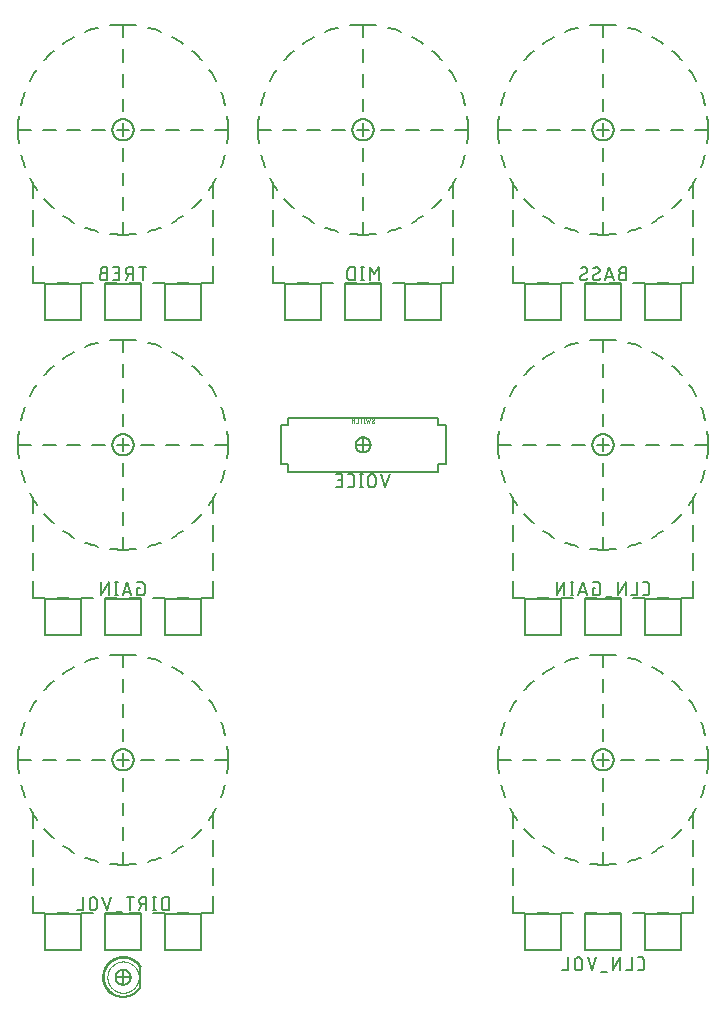
<source format=gbr>
G04 EAGLE Gerber RS-274X export*
G75*
%MOMM*%
%FSLAX34Y34*%
%LPD*%
%INSilkscreen Bottom*%
%IPPOS*%
%AMOC8*
5,1,8,0,0,1.08239X$1,22.5*%
G01*
%ADD10C,0.127000*%
%ADD11C,0.152400*%
%ADD12C,0.015238*%
%ADD13C,0.101600*%
%ADD14C,0.025400*%


D10*
X486320Y742950D02*
X486323Y743170D01*
X486331Y743391D01*
X486344Y743611D01*
X486363Y743830D01*
X486388Y744049D01*
X486417Y744268D01*
X486452Y744485D01*
X486493Y744702D01*
X486538Y744918D01*
X486589Y745132D01*
X486645Y745345D01*
X486707Y745557D01*
X486773Y745767D01*
X486845Y745975D01*
X486922Y746182D01*
X487004Y746386D01*
X487090Y746589D01*
X487182Y746789D01*
X487279Y746988D01*
X487380Y747183D01*
X487487Y747376D01*
X487598Y747567D01*
X487713Y747754D01*
X487833Y747939D01*
X487958Y748121D01*
X488087Y748299D01*
X488221Y748475D01*
X488358Y748647D01*
X488500Y748815D01*
X488646Y748981D01*
X488796Y749142D01*
X488950Y749300D01*
X489108Y749454D01*
X489269Y749604D01*
X489435Y749750D01*
X489603Y749892D01*
X489775Y750029D01*
X489951Y750163D01*
X490129Y750292D01*
X490311Y750417D01*
X490496Y750537D01*
X490683Y750652D01*
X490874Y750763D01*
X491067Y750870D01*
X491262Y750971D01*
X491461Y751068D01*
X491661Y751160D01*
X491864Y751246D01*
X492068Y751328D01*
X492275Y751405D01*
X492483Y751477D01*
X492693Y751543D01*
X492905Y751605D01*
X493118Y751661D01*
X493332Y751712D01*
X493548Y751757D01*
X493765Y751798D01*
X493982Y751833D01*
X494201Y751862D01*
X494420Y751887D01*
X494639Y751906D01*
X494859Y751919D01*
X495080Y751927D01*
X495300Y751930D01*
X495520Y751927D01*
X495741Y751919D01*
X495961Y751906D01*
X496180Y751887D01*
X496399Y751862D01*
X496618Y751833D01*
X496835Y751798D01*
X497052Y751757D01*
X497268Y751712D01*
X497482Y751661D01*
X497695Y751605D01*
X497907Y751543D01*
X498117Y751477D01*
X498325Y751405D01*
X498532Y751328D01*
X498736Y751246D01*
X498939Y751160D01*
X499139Y751068D01*
X499338Y750971D01*
X499533Y750870D01*
X499726Y750763D01*
X499917Y750652D01*
X500104Y750537D01*
X500289Y750417D01*
X500471Y750292D01*
X500649Y750163D01*
X500825Y750029D01*
X500997Y749892D01*
X501165Y749750D01*
X501331Y749604D01*
X501492Y749454D01*
X501650Y749300D01*
X501804Y749142D01*
X501954Y748981D01*
X502100Y748815D01*
X502242Y748647D01*
X502379Y748475D01*
X502513Y748299D01*
X502642Y748121D01*
X502767Y747939D01*
X502887Y747754D01*
X503002Y747567D01*
X503113Y747376D01*
X503220Y747183D01*
X503321Y746988D01*
X503418Y746789D01*
X503510Y746589D01*
X503596Y746386D01*
X503678Y746182D01*
X503755Y745975D01*
X503827Y745767D01*
X503893Y745557D01*
X503955Y745345D01*
X504011Y745132D01*
X504062Y744918D01*
X504107Y744702D01*
X504148Y744485D01*
X504183Y744268D01*
X504212Y744049D01*
X504237Y743830D01*
X504256Y743611D01*
X504269Y743391D01*
X504277Y743170D01*
X504280Y742950D01*
X504277Y742730D01*
X504269Y742509D01*
X504256Y742289D01*
X504237Y742070D01*
X504212Y741851D01*
X504183Y741632D01*
X504148Y741415D01*
X504107Y741198D01*
X504062Y740982D01*
X504011Y740768D01*
X503955Y740555D01*
X503893Y740343D01*
X503827Y740133D01*
X503755Y739925D01*
X503678Y739718D01*
X503596Y739514D01*
X503510Y739311D01*
X503418Y739111D01*
X503321Y738912D01*
X503220Y738717D01*
X503113Y738524D01*
X503002Y738333D01*
X502887Y738146D01*
X502767Y737961D01*
X502642Y737779D01*
X502513Y737601D01*
X502379Y737425D01*
X502242Y737253D01*
X502100Y737085D01*
X501954Y736919D01*
X501804Y736758D01*
X501650Y736600D01*
X501492Y736446D01*
X501331Y736296D01*
X501165Y736150D01*
X500997Y736008D01*
X500825Y735871D01*
X500649Y735737D01*
X500471Y735608D01*
X500289Y735483D01*
X500104Y735363D01*
X499917Y735248D01*
X499726Y735137D01*
X499533Y735030D01*
X499338Y734929D01*
X499139Y734832D01*
X498939Y734740D01*
X498736Y734654D01*
X498532Y734572D01*
X498325Y734495D01*
X498117Y734423D01*
X497907Y734357D01*
X497695Y734295D01*
X497482Y734239D01*
X497268Y734188D01*
X497052Y734143D01*
X496835Y734102D01*
X496618Y734067D01*
X496399Y734038D01*
X496180Y734013D01*
X495961Y733994D01*
X495741Y733981D01*
X495520Y733973D01*
X495300Y733970D01*
X495080Y733973D01*
X494859Y733981D01*
X494639Y733994D01*
X494420Y734013D01*
X494201Y734038D01*
X493982Y734067D01*
X493765Y734102D01*
X493548Y734143D01*
X493332Y734188D01*
X493118Y734239D01*
X492905Y734295D01*
X492693Y734357D01*
X492483Y734423D01*
X492275Y734495D01*
X492068Y734572D01*
X491864Y734654D01*
X491661Y734740D01*
X491461Y734832D01*
X491262Y734929D01*
X491067Y735030D01*
X490874Y735137D01*
X490683Y735248D01*
X490496Y735363D01*
X490311Y735483D01*
X490129Y735608D01*
X489951Y735737D01*
X489775Y735871D01*
X489603Y736008D01*
X489435Y736150D01*
X489269Y736296D01*
X489108Y736446D01*
X488950Y736600D01*
X488796Y736758D01*
X488646Y736919D01*
X488500Y737085D01*
X488358Y737253D01*
X488221Y737425D01*
X488087Y737601D01*
X487958Y737779D01*
X487833Y737961D01*
X487713Y738146D01*
X487598Y738333D01*
X487487Y738524D01*
X487380Y738717D01*
X487279Y738912D01*
X487182Y739111D01*
X487090Y739311D01*
X487004Y739514D01*
X486922Y739718D01*
X486845Y739925D01*
X486773Y740133D01*
X486707Y740343D01*
X486645Y740555D01*
X486589Y740768D01*
X486538Y740982D01*
X486493Y741198D01*
X486452Y741415D01*
X486417Y741632D01*
X486388Y741851D01*
X486363Y742070D01*
X486344Y742289D01*
X486331Y742509D01*
X486323Y742730D01*
X486320Y742950D01*
X406400Y742950D02*
X406420Y744846D01*
X406481Y746741D01*
X406582Y748635D01*
X406723Y750526D01*
X406905Y752413D01*
X407127Y754297D01*
X408958Y764122D02*
X409429Y765959D01*
X409939Y767786D01*
X410488Y769601D01*
X411076Y771403D01*
X411702Y773193D01*
X412366Y774970D01*
X416484Y784076D02*
X417380Y785748D01*
X418310Y787400D01*
X419276Y789032D01*
X420276Y790643D01*
X421310Y792233D01*
X422378Y793800D01*
X428547Y801664D02*
X429814Y803074D01*
X431111Y804457D01*
X432438Y805812D01*
X433793Y807139D01*
X435176Y808436D01*
X436586Y809703D01*
X444450Y815872D02*
X446017Y816940D01*
X447607Y817974D01*
X449218Y818974D01*
X450850Y819940D01*
X452502Y820870D01*
X454174Y821766D01*
X463280Y825884D02*
X465057Y826548D01*
X466847Y827174D01*
X468649Y827762D01*
X470464Y828311D01*
X472291Y828821D01*
X474128Y829292D01*
X483953Y831123D02*
X485837Y831345D01*
X487724Y831527D01*
X489615Y831668D01*
X491509Y831769D01*
X493404Y831830D01*
X495300Y831850D01*
X497196Y831830D01*
X499091Y831769D01*
X500985Y831668D01*
X502876Y831527D01*
X504763Y831345D01*
X506647Y831123D01*
X516472Y829292D02*
X518309Y828821D01*
X520136Y828311D01*
X521951Y827762D01*
X523753Y827174D01*
X525543Y826548D01*
X527320Y825884D01*
X536426Y821766D02*
X538098Y820870D01*
X539750Y819940D01*
X541382Y818974D01*
X542993Y817974D01*
X544583Y816940D01*
X546150Y815872D01*
X554014Y809703D02*
X555424Y808436D01*
X556807Y807139D01*
X558162Y805812D01*
X559489Y804457D01*
X560786Y803074D01*
X562053Y801664D01*
X568222Y793800D02*
X569290Y792233D01*
X570324Y790643D01*
X571324Y789032D01*
X572290Y787400D01*
X573220Y785748D01*
X574116Y784076D01*
X578234Y774970D02*
X578898Y773193D01*
X579524Y771403D01*
X580112Y769601D01*
X580661Y767786D01*
X581171Y765959D01*
X581642Y764122D01*
X583473Y754297D02*
X583695Y752413D01*
X583877Y750526D01*
X584018Y748635D01*
X584119Y746741D01*
X584180Y744846D01*
X584200Y742950D01*
X584180Y741054D01*
X584119Y739158D01*
X584018Y737265D01*
X583877Y735374D01*
X583695Y733486D01*
X583473Y731603D01*
X581642Y721778D02*
X581171Y719941D01*
X580660Y718115D01*
X580111Y716300D01*
X579524Y714497D01*
X578898Y712707D01*
X578234Y710931D01*
X574115Y701824D02*
X573220Y700152D01*
X572290Y698500D01*
X571324Y696868D01*
X570324Y695257D01*
X569290Y693668D01*
X568222Y692101D01*
X562053Y684237D02*
X560786Y682826D01*
X559488Y681443D01*
X558162Y680088D01*
X556807Y678762D01*
X555424Y677464D01*
X554013Y676197D01*
X546149Y670028D02*
X544582Y668960D01*
X542993Y667926D01*
X541382Y666926D01*
X539750Y665960D01*
X538098Y665030D01*
X536426Y664135D01*
X527319Y660016D02*
X525543Y659352D01*
X523753Y658726D01*
X521950Y658139D01*
X520135Y657590D01*
X518309Y657079D01*
X516472Y656608D01*
X506647Y654777D02*
X504764Y654555D01*
X502876Y654373D01*
X500985Y654232D01*
X499092Y654131D01*
X497196Y654070D01*
X495300Y654050D01*
X493404Y654070D01*
X491508Y654131D01*
X489615Y654232D01*
X487724Y654373D01*
X485836Y654555D01*
X483953Y654777D01*
X474128Y656608D02*
X472291Y657079D01*
X470465Y657590D01*
X468650Y658139D01*
X466847Y658726D01*
X465057Y659352D01*
X463281Y660016D01*
X454174Y664135D02*
X452502Y665030D01*
X450850Y665960D01*
X449218Y666926D01*
X447607Y667926D01*
X446018Y668960D01*
X444451Y670028D01*
X436587Y676197D02*
X435176Y677464D01*
X433793Y678762D01*
X432438Y680088D01*
X431112Y681443D01*
X429814Y682826D01*
X428547Y684237D01*
X422378Y692101D02*
X421310Y693668D01*
X420276Y695257D01*
X419276Y696868D01*
X418310Y698500D01*
X417380Y700152D01*
X416485Y701824D01*
X412366Y710931D02*
X411702Y712707D01*
X411076Y714497D01*
X410489Y716300D01*
X409940Y718115D01*
X409429Y719941D01*
X408958Y721778D01*
X407127Y731603D02*
X406905Y733486D01*
X406723Y735374D01*
X406582Y737265D01*
X406481Y739158D01*
X406420Y741054D01*
X406400Y742950D01*
X419100Y698500D02*
X419100Y684728D01*
X419100Y674728D02*
X419100Y660955D01*
X419100Y650955D02*
X419100Y637183D01*
X419100Y627183D02*
X419100Y613410D01*
X571500Y613410D02*
X571500Y627183D01*
X571500Y637183D02*
X571500Y650955D01*
X571500Y660955D02*
X571500Y674728D01*
X571500Y684728D02*
X571500Y698500D01*
X495300Y664917D02*
X495300Y654050D01*
X495300Y674917D02*
X495300Y685783D01*
X495300Y695783D02*
X495300Y706650D01*
X495300Y716650D02*
X495300Y727517D01*
X495300Y737517D02*
X495300Y748383D01*
X495300Y758383D02*
X495300Y769250D01*
X495300Y779250D02*
X495300Y790117D01*
X495300Y800117D02*
X495300Y810983D01*
X495300Y820983D02*
X495300Y831850D01*
X417267Y742950D02*
X406400Y742950D01*
X427267Y742950D02*
X438133Y742950D01*
X448133Y742950D02*
X459000Y742950D01*
X469000Y742950D02*
X479867Y742950D01*
X489867Y742950D02*
X500733Y742950D01*
X510733Y742950D02*
X521600Y742950D01*
X531600Y742950D02*
X542467Y742950D01*
X552467Y742950D02*
X563333Y742950D01*
X573333Y742950D02*
X584200Y742950D01*
X429400Y613410D02*
X419100Y613410D01*
X439400Y613410D02*
X449700Y613410D01*
X459700Y613410D02*
X470000Y613410D01*
X480000Y613410D02*
X490300Y613410D01*
X500300Y613410D02*
X510600Y613410D01*
X520600Y613410D02*
X530900Y613410D01*
X540900Y613410D02*
X551200Y613410D01*
X561200Y613410D02*
X571500Y613410D01*
X459740Y612140D02*
X429260Y612140D01*
X480060Y612140D02*
X510540Y612140D01*
X530860Y612140D02*
X561340Y612140D01*
X429260Y612140D02*
X429260Y581660D01*
X459740Y581660D01*
X459740Y612140D01*
X480060Y612140D02*
X480060Y581660D01*
X510540Y581660D01*
X510540Y612140D01*
X530860Y612140D02*
X530860Y581660D01*
X561340Y581660D01*
X561340Y612140D01*
D11*
X514682Y621651D02*
X511577Y621651D01*
X511577Y621650D02*
X511466Y621648D01*
X511356Y621642D01*
X511245Y621632D01*
X511135Y621618D01*
X511026Y621601D01*
X510917Y621579D01*
X510809Y621554D01*
X510703Y621524D01*
X510597Y621491D01*
X510492Y621454D01*
X510389Y621414D01*
X510288Y621369D01*
X510188Y621322D01*
X510089Y621270D01*
X509993Y621215D01*
X509899Y621157D01*
X509807Y621096D01*
X509717Y621031D01*
X509629Y620963D01*
X509544Y620892D01*
X509462Y620818D01*
X509382Y620741D01*
X509305Y620661D01*
X509231Y620579D01*
X509160Y620494D01*
X509092Y620406D01*
X509027Y620316D01*
X508966Y620224D01*
X508908Y620130D01*
X508853Y620034D01*
X508801Y619935D01*
X508754Y619835D01*
X508709Y619734D01*
X508669Y619631D01*
X508632Y619526D01*
X508599Y619420D01*
X508569Y619314D01*
X508544Y619206D01*
X508522Y619097D01*
X508505Y618988D01*
X508491Y618878D01*
X508481Y618767D01*
X508475Y618657D01*
X508473Y618546D01*
X508475Y618435D01*
X508481Y618325D01*
X508491Y618214D01*
X508505Y618104D01*
X508522Y617995D01*
X508544Y617886D01*
X508569Y617778D01*
X508599Y617672D01*
X508632Y617566D01*
X508669Y617461D01*
X508709Y617358D01*
X508754Y617257D01*
X508801Y617157D01*
X508853Y617058D01*
X508908Y616962D01*
X508966Y616868D01*
X509027Y616776D01*
X509092Y616686D01*
X509160Y616598D01*
X509231Y616513D01*
X509305Y616431D01*
X509382Y616351D01*
X509462Y616274D01*
X509544Y616200D01*
X509629Y616129D01*
X509717Y616061D01*
X509807Y615996D01*
X509899Y615935D01*
X509993Y615877D01*
X510089Y615822D01*
X510188Y615770D01*
X510288Y615723D01*
X510389Y615678D01*
X510492Y615638D01*
X510597Y615601D01*
X510703Y615568D01*
X510809Y615538D01*
X510917Y615513D01*
X511026Y615491D01*
X511135Y615474D01*
X511245Y615460D01*
X511356Y615450D01*
X511466Y615444D01*
X511577Y615442D01*
X514682Y615442D01*
X514682Y626618D01*
X511577Y626618D01*
X511478Y626616D01*
X511380Y626610D01*
X511281Y626600D01*
X511184Y626587D01*
X511086Y626569D01*
X510990Y626548D01*
X510894Y626522D01*
X510800Y626493D01*
X510707Y626461D01*
X510615Y626424D01*
X510525Y626384D01*
X510436Y626340D01*
X510349Y626293D01*
X510264Y626243D01*
X510182Y626189D01*
X510101Y626132D01*
X510023Y626072D01*
X509947Y626008D01*
X509874Y625942D01*
X509803Y625873D01*
X509735Y625801D01*
X509671Y625726D01*
X509609Y625649D01*
X509550Y625570D01*
X509495Y625488D01*
X509442Y625404D01*
X509394Y625319D01*
X509348Y625231D01*
X509306Y625141D01*
X509268Y625050D01*
X509234Y624958D01*
X509203Y624864D01*
X509176Y624769D01*
X509152Y624673D01*
X509133Y624576D01*
X509117Y624479D01*
X509105Y624381D01*
X509097Y624282D01*
X509093Y624183D01*
X509093Y624085D01*
X509097Y623986D01*
X509105Y623887D01*
X509117Y623789D01*
X509133Y623692D01*
X509152Y623595D01*
X509176Y623499D01*
X509203Y623404D01*
X509234Y623310D01*
X509268Y623218D01*
X509306Y623127D01*
X509348Y623037D01*
X509394Y622949D01*
X509442Y622864D01*
X509495Y622780D01*
X509550Y622698D01*
X509609Y622619D01*
X509671Y622542D01*
X509735Y622467D01*
X509803Y622395D01*
X509874Y622326D01*
X509947Y622260D01*
X510023Y622196D01*
X510101Y622136D01*
X510182Y622079D01*
X510264Y622025D01*
X510349Y621975D01*
X510436Y621928D01*
X510525Y621884D01*
X510615Y621844D01*
X510707Y621807D01*
X510800Y621775D01*
X510894Y621746D01*
X510990Y621720D01*
X511086Y621699D01*
X511184Y621681D01*
X511281Y621668D01*
X511380Y621658D01*
X511478Y621652D01*
X511577Y621650D01*
X504465Y615442D02*
X500740Y626618D01*
X497015Y615442D01*
X497946Y618236D02*
X503534Y618236D01*
X489070Y615442D02*
X488972Y615444D01*
X488875Y615450D01*
X488778Y615459D01*
X488681Y615473D01*
X488585Y615490D01*
X488490Y615511D01*
X488396Y615535D01*
X488302Y615564D01*
X488210Y615596D01*
X488119Y615631D01*
X488030Y615670D01*
X487942Y615713D01*
X487856Y615759D01*
X487772Y615808D01*
X487690Y615861D01*
X487610Y615916D01*
X487532Y615975D01*
X487457Y616037D01*
X487384Y616102D01*
X487314Y616170D01*
X487246Y616240D01*
X487181Y616313D01*
X487119Y616388D01*
X487060Y616466D01*
X487005Y616546D01*
X486952Y616628D01*
X486903Y616712D01*
X486857Y616798D01*
X486814Y616886D01*
X486775Y616975D01*
X486740Y617066D01*
X486708Y617158D01*
X486679Y617252D01*
X486655Y617346D01*
X486634Y617441D01*
X486617Y617537D01*
X486603Y617634D01*
X486594Y617731D01*
X486588Y617828D01*
X486586Y617926D01*
X489070Y615442D02*
X489213Y615444D01*
X489356Y615450D01*
X489498Y615459D01*
X489640Y615473D01*
X489782Y615491D01*
X489923Y615512D01*
X490064Y615537D01*
X490204Y615566D01*
X490343Y615599D01*
X490481Y615635D01*
X490618Y615676D01*
X490754Y615720D01*
X490888Y615767D01*
X491022Y615819D01*
X491153Y615873D01*
X491284Y615932D01*
X491412Y615994D01*
X491539Y616059D01*
X491664Y616128D01*
X491788Y616201D01*
X491909Y616276D01*
X492028Y616355D01*
X492145Y616437D01*
X492259Y616523D01*
X492371Y616611D01*
X492481Y616702D01*
X492588Y616797D01*
X492693Y616894D01*
X492795Y616994D01*
X492485Y624134D02*
X492483Y624232D01*
X492477Y624329D01*
X492468Y624426D01*
X492454Y624523D01*
X492437Y624619D01*
X492416Y624714D01*
X492392Y624808D01*
X492363Y624902D01*
X492331Y624994D01*
X492296Y625085D01*
X492257Y625174D01*
X492214Y625262D01*
X492168Y625348D01*
X492119Y625432D01*
X492066Y625514D01*
X492011Y625594D01*
X491952Y625672D01*
X491890Y625747D01*
X491825Y625820D01*
X491757Y625890D01*
X491687Y625958D01*
X491614Y626023D01*
X491539Y626085D01*
X491461Y626144D01*
X491381Y626199D01*
X491299Y626252D01*
X491215Y626301D01*
X491129Y626347D01*
X491041Y626390D01*
X490952Y626429D01*
X490861Y626464D01*
X490769Y626496D01*
X490675Y626525D01*
X490581Y626549D01*
X490486Y626570D01*
X490390Y626587D01*
X490293Y626601D01*
X490196Y626610D01*
X490099Y626616D01*
X490001Y626618D01*
X489871Y626616D01*
X489741Y626611D01*
X489611Y626602D01*
X489481Y626589D01*
X489352Y626573D01*
X489223Y626553D01*
X489095Y626529D01*
X488967Y626502D01*
X488841Y626471D01*
X488715Y626437D01*
X488590Y626399D01*
X488467Y626358D01*
X488344Y626313D01*
X488223Y626265D01*
X488103Y626214D01*
X487985Y626159D01*
X487869Y626101D01*
X487754Y626040D01*
X487640Y625975D01*
X487529Y625908D01*
X487420Y625837D01*
X487312Y625763D01*
X487207Y625687D01*
X491242Y621961D02*
X491325Y622012D01*
X491406Y622066D01*
X491484Y622123D01*
X491560Y622183D01*
X491634Y622246D01*
X491705Y622312D01*
X491774Y622380D01*
X491840Y622451D01*
X491904Y622524D01*
X491964Y622600D01*
X492021Y622678D01*
X492076Y622759D01*
X492127Y622841D01*
X492175Y622925D01*
X492220Y623011D01*
X492262Y623099D01*
X492300Y623188D01*
X492334Y623278D01*
X492366Y623370D01*
X492393Y623463D01*
X492417Y623557D01*
X492438Y623652D01*
X492454Y623748D01*
X492467Y623844D01*
X492477Y623940D01*
X492482Y624037D01*
X492484Y624134D01*
X487829Y620099D02*
X487746Y620048D01*
X487665Y619994D01*
X487587Y619937D01*
X487511Y619877D01*
X487437Y619814D01*
X487366Y619748D01*
X487297Y619680D01*
X487231Y619609D01*
X487167Y619536D01*
X487107Y619460D01*
X487050Y619382D01*
X486995Y619301D01*
X486944Y619219D01*
X486896Y619135D01*
X486851Y619049D01*
X486809Y618961D01*
X486771Y618872D01*
X486737Y618782D01*
X486705Y618690D01*
X486678Y618597D01*
X486654Y618503D01*
X486633Y618408D01*
X486617Y618312D01*
X486604Y618216D01*
X486594Y618120D01*
X486589Y618023D01*
X486587Y617926D01*
X487828Y620099D02*
X491243Y621961D01*
X478402Y615442D02*
X478304Y615444D01*
X478207Y615450D01*
X478110Y615459D01*
X478013Y615473D01*
X477917Y615490D01*
X477822Y615511D01*
X477728Y615535D01*
X477634Y615564D01*
X477542Y615596D01*
X477451Y615631D01*
X477362Y615670D01*
X477274Y615713D01*
X477188Y615759D01*
X477104Y615808D01*
X477022Y615861D01*
X476942Y615916D01*
X476864Y615975D01*
X476789Y616037D01*
X476716Y616102D01*
X476646Y616170D01*
X476578Y616240D01*
X476513Y616313D01*
X476451Y616388D01*
X476392Y616466D01*
X476337Y616546D01*
X476284Y616628D01*
X476235Y616712D01*
X476189Y616798D01*
X476146Y616886D01*
X476107Y616975D01*
X476072Y617066D01*
X476040Y617158D01*
X476011Y617252D01*
X475987Y617346D01*
X475966Y617441D01*
X475949Y617537D01*
X475935Y617634D01*
X475926Y617731D01*
X475920Y617828D01*
X475918Y617926D01*
X478402Y615442D02*
X478545Y615444D01*
X478688Y615450D01*
X478830Y615459D01*
X478972Y615473D01*
X479114Y615491D01*
X479255Y615512D01*
X479396Y615537D01*
X479536Y615566D01*
X479675Y615599D01*
X479813Y615635D01*
X479950Y615676D01*
X480086Y615720D01*
X480220Y615767D01*
X480354Y615819D01*
X480485Y615873D01*
X480616Y615932D01*
X480744Y615994D01*
X480871Y616059D01*
X480996Y616128D01*
X481120Y616201D01*
X481241Y616276D01*
X481360Y616355D01*
X481477Y616437D01*
X481591Y616523D01*
X481703Y616611D01*
X481813Y616702D01*
X481920Y616797D01*
X482025Y616894D01*
X482127Y616994D01*
X481817Y624134D02*
X481815Y624232D01*
X481809Y624329D01*
X481800Y624426D01*
X481786Y624523D01*
X481769Y624619D01*
X481748Y624714D01*
X481724Y624808D01*
X481695Y624902D01*
X481663Y624994D01*
X481628Y625085D01*
X481589Y625174D01*
X481546Y625262D01*
X481500Y625348D01*
X481451Y625432D01*
X481398Y625514D01*
X481343Y625594D01*
X481284Y625672D01*
X481222Y625747D01*
X481157Y625820D01*
X481089Y625890D01*
X481019Y625958D01*
X480946Y626023D01*
X480871Y626085D01*
X480793Y626144D01*
X480713Y626199D01*
X480631Y626252D01*
X480547Y626301D01*
X480461Y626347D01*
X480373Y626390D01*
X480284Y626429D01*
X480193Y626464D01*
X480101Y626496D01*
X480007Y626525D01*
X479913Y626549D01*
X479818Y626570D01*
X479722Y626587D01*
X479625Y626601D01*
X479528Y626610D01*
X479431Y626616D01*
X479333Y626618D01*
X479203Y626616D01*
X479073Y626611D01*
X478943Y626602D01*
X478813Y626589D01*
X478684Y626573D01*
X478555Y626553D01*
X478427Y626529D01*
X478299Y626502D01*
X478173Y626471D01*
X478047Y626437D01*
X477922Y626399D01*
X477799Y626358D01*
X477676Y626313D01*
X477555Y626265D01*
X477435Y626214D01*
X477317Y626159D01*
X477201Y626101D01*
X477086Y626040D01*
X476972Y625975D01*
X476861Y625908D01*
X476752Y625837D01*
X476644Y625763D01*
X476539Y625687D01*
X480574Y621961D02*
X480657Y622012D01*
X480738Y622066D01*
X480816Y622123D01*
X480892Y622183D01*
X480966Y622246D01*
X481037Y622312D01*
X481106Y622380D01*
X481172Y622451D01*
X481236Y622524D01*
X481296Y622600D01*
X481353Y622678D01*
X481408Y622759D01*
X481459Y622841D01*
X481507Y622925D01*
X481552Y623011D01*
X481594Y623099D01*
X481632Y623188D01*
X481666Y623278D01*
X481698Y623370D01*
X481725Y623463D01*
X481749Y623557D01*
X481770Y623652D01*
X481786Y623748D01*
X481799Y623844D01*
X481809Y623940D01*
X481814Y624037D01*
X481816Y624134D01*
X477161Y620099D02*
X477078Y620048D01*
X476997Y619994D01*
X476919Y619937D01*
X476843Y619877D01*
X476769Y619814D01*
X476698Y619748D01*
X476629Y619680D01*
X476563Y619609D01*
X476499Y619536D01*
X476439Y619460D01*
X476382Y619382D01*
X476327Y619301D01*
X476276Y619219D01*
X476228Y619135D01*
X476183Y619049D01*
X476141Y618961D01*
X476103Y618872D01*
X476069Y618782D01*
X476037Y618690D01*
X476010Y618597D01*
X475986Y618503D01*
X475965Y618408D01*
X475949Y618312D01*
X475936Y618216D01*
X475926Y618120D01*
X475921Y618023D01*
X475919Y617926D01*
X477160Y620099D02*
X480575Y621961D01*
D10*
X486320Y476250D02*
X486323Y476470D01*
X486331Y476691D01*
X486344Y476911D01*
X486363Y477130D01*
X486388Y477349D01*
X486417Y477568D01*
X486452Y477785D01*
X486493Y478002D01*
X486538Y478218D01*
X486589Y478432D01*
X486645Y478645D01*
X486707Y478857D01*
X486773Y479067D01*
X486845Y479275D01*
X486922Y479482D01*
X487004Y479686D01*
X487090Y479889D01*
X487182Y480089D01*
X487279Y480288D01*
X487380Y480483D01*
X487487Y480676D01*
X487598Y480867D01*
X487713Y481054D01*
X487833Y481239D01*
X487958Y481421D01*
X488087Y481599D01*
X488221Y481775D01*
X488358Y481947D01*
X488500Y482115D01*
X488646Y482281D01*
X488796Y482442D01*
X488950Y482600D01*
X489108Y482754D01*
X489269Y482904D01*
X489435Y483050D01*
X489603Y483192D01*
X489775Y483329D01*
X489951Y483463D01*
X490129Y483592D01*
X490311Y483717D01*
X490496Y483837D01*
X490683Y483952D01*
X490874Y484063D01*
X491067Y484170D01*
X491262Y484271D01*
X491461Y484368D01*
X491661Y484460D01*
X491864Y484546D01*
X492068Y484628D01*
X492275Y484705D01*
X492483Y484777D01*
X492693Y484843D01*
X492905Y484905D01*
X493118Y484961D01*
X493332Y485012D01*
X493548Y485057D01*
X493765Y485098D01*
X493982Y485133D01*
X494201Y485162D01*
X494420Y485187D01*
X494639Y485206D01*
X494859Y485219D01*
X495080Y485227D01*
X495300Y485230D01*
X495520Y485227D01*
X495741Y485219D01*
X495961Y485206D01*
X496180Y485187D01*
X496399Y485162D01*
X496618Y485133D01*
X496835Y485098D01*
X497052Y485057D01*
X497268Y485012D01*
X497482Y484961D01*
X497695Y484905D01*
X497907Y484843D01*
X498117Y484777D01*
X498325Y484705D01*
X498532Y484628D01*
X498736Y484546D01*
X498939Y484460D01*
X499139Y484368D01*
X499338Y484271D01*
X499533Y484170D01*
X499726Y484063D01*
X499917Y483952D01*
X500104Y483837D01*
X500289Y483717D01*
X500471Y483592D01*
X500649Y483463D01*
X500825Y483329D01*
X500997Y483192D01*
X501165Y483050D01*
X501331Y482904D01*
X501492Y482754D01*
X501650Y482600D01*
X501804Y482442D01*
X501954Y482281D01*
X502100Y482115D01*
X502242Y481947D01*
X502379Y481775D01*
X502513Y481599D01*
X502642Y481421D01*
X502767Y481239D01*
X502887Y481054D01*
X503002Y480867D01*
X503113Y480676D01*
X503220Y480483D01*
X503321Y480288D01*
X503418Y480089D01*
X503510Y479889D01*
X503596Y479686D01*
X503678Y479482D01*
X503755Y479275D01*
X503827Y479067D01*
X503893Y478857D01*
X503955Y478645D01*
X504011Y478432D01*
X504062Y478218D01*
X504107Y478002D01*
X504148Y477785D01*
X504183Y477568D01*
X504212Y477349D01*
X504237Y477130D01*
X504256Y476911D01*
X504269Y476691D01*
X504277Y476470D01*
X504280Y476250D01*
X504277Y476030D01*
X504269Y475809D01*
X504256Y475589D01*
X504237Y475370D01*
X504212Y475151D01*
X504183Y474932D01*
X504148Y474715D01*
X504107Y474498D01*
X504062Y474282D01*
X504011Y474068D01*
X503955Y473855D01*
X503893Y473643D01*
X503827Y473433D01*
X503755Y473225D01*
X503678Y473018D01*
X503596Y472814D01*
X503510Y472611D01*
X503418Y472411D01*
X503321Y472212D01*
X503220Y472017D01*
X503113Y471824D01*
X503002Y471633D01*
X502887Y471446D01*
X502767Y471261D01*
X502642Y471079D01*
X502513Y470901D01*
X502379Y470725D01*
X502242Y470553D01*
X502100Y470385D01*
X501954Y470219D01*
X501804Y470058D01*
X501650Y469900D01*
X501492Y469746D01*
X501331Y469596D01*
X501165Y469450D01*
X500997Y469308D01*
X500825Y469171D01*
X500649Y469037D01*
X500471Y468908D01*
X500289Y468783D01*
X500104Y468663D01*
X499917Y468548D01*
X499726Y468437D01*
X499533Y468330D01*
X499338Y468229D01*
X499139Y468132D01*
X498939Y468040D01*
X498736Y467954D01*
X498532Y467872D01*
X498325Y467795D01*
X498117Y467723D01*
X497907Y467657D01*
X497695Y467595D01*
X497482Y467539D01*
X497268Y467488D01*
X497052Y467443D01*
X496835Y467402D01*
X496618Y467367D01*
X496399Y467338D01*
X496180Y467313D01*
X495961Y467294D01*
X495741Y467281D01*
X495520Y467273D01*
X495300Y467270D01*
X495080Y467273D01*
X494859Y467281D01*
X494639Y467294D01*
X494420Y467313D01*
X494201Y467338D01*
X493982Y467367D01*
X493765Y467402D01*
X493548Y467443D01*
X493332Y467488D01*
X493118Y467539D01*
X492905Y467595D01*
X492693Y467657D01*
X492483Y467723D01*
X492275Y467795D01*
X492068Y467872D01*
X491864Y467954D01*
X491661Y468040D01*
X491461Y468132D01*
X491262Y468229D01*
X491067Y468330D01*
X490874Y468437D01*
X490683Y468548D01*
X490496Y468663D01*
X490311Y468783D01*
X490129Y468908D01*
X489951Y469037D01*
X489775Y469171D01*
X489603Y469308D01*
X489435Y469450D01*
X489269Y469596D01*
X489108Y469746D01*
X488950Y469900D01*
X488796Y470058D01*
X488646Y470219D01*
X488500Y470385D01*
X488358Y470553D01*
X488221Y470725D01*
X488087Y470901D01*
X487958Y471079D01*
X487833Y471261D01*
X487713Y471446D01*
X487598Y471633D01*
X487487Y471824D01*
X487380Y472017D01*
X487279Y472212D01*
X487182Y472411D01*
X487090Y472611D01*
X487004Y472814D01*
X486922Y473018D01*
X486845Y473225D01*
X486773Y473433D01*
X486707Y473643D01*
X486645Y473855D01*
X486589Y474068D01*
X486538Y474282D01*
X486493Y474498D01*
X486452Y474715D01*
X486417Y474932D01*
X486388Y475151D01*
X486363Y475370D01*
X486344Y475589D01*
X486331Y475809D01*
X486323Y476030D01*
X486320Y476250D01*
X406400Y476250D02*
X406420Y478146D01*
X406481Y480041D01*
X406582Y481935D01*
X406723Y483826D01*
X406905Y485713D01*
X407127Y487597D01*
X408958Y497422D02*
X409429Y499259D01*
X409939Y501086D01*
X410488Y502901D01*
X411076Y504703D01*
X411702Y506493D01*
X412366Y508270D01*
X416484Y517376D02*
X417380Y519048D01*
X418310Y520700D01*
X419276Y522332D01*
X420276Y523943D01*
X421310Y525533D01*
X422378Y527100D01*
X428547Y534964D02*
X429814Y536374D01*
X431111Y537757D01*
X432438Y539112D01*
X433793Y540439D01*
X435176Y541736D01*
X436586Y543003D01*
X444450Y549172D02*
X446017Y550240D01*
X447607Y551274D01*
X449218Y552274D01*
X450850Y553240D01*
X452502Y554170D01*
X454174Y555066D01*
X463280Y559184D02*
X465057Y559848D01*
X466847Y560474D01*
X468649Y561062D01*
X470464Y561611D01*
X472291Y562121D01*
X474128Y562592D01*
X483953Y564423D02*
X485837Y564645D01*
X487724Y564827D01*
X489615Y564968D01*
X491509Y565069D01*
X493404Y565130D01*
X495300Y565150D01*
X497196Y565130D01*
X499091Y565069D01*
X500985Y564968D01*
X502876Y564827D01*
X504763Y564645D01*
X506647Y564423D01*
X516472Y562592D02*
X518309Y562121D01*
X520136Y561611D01*
X521951Y561062D01*
X523753Y560474D01*
X525543Y559848D01*
X527320Y559184D01*
X536426Y555066D02*
X538098Y554170D01*
X539750Y553240D01*
X541382Y552274D01*
X542993Y551274D01*
X544583Y550240D01*
X546150Y549172D01*
X554014Y543003D02*
X555424Y541736D01*
X556807Y540439D01*
X558162Y539112D01*
X559489Y537757D01*
X560786Y536374D01*
X562053Y534964D01*
X568222Y527100D02*
X569290Y525533D01*
X570324Y523943D01*
X571324Y522332D01*
X572290Y520700D01*
X573220Y519048D01*
X574116Y517376D01*
X578234Y508270D02*
X578898Y506493D01*
X579524Y504703D01*
X580112Y502901D01*
X580661Y501086D01*
X581171Y499259D01*
X581642Y497422D01*
X583473Y487597D02*
X583695Y485713D01*
X583877Y483826D01*
X584018Y481935D01*
X584119Y480041D01*
X584180Y478146D01*
X584200Y476250D01*
X584180Y474354D01*
X584119Y472458D01*
X584018Y470565D01*
X583877Y468674D01*
X583695Y466786D01*
X583473Y464903D01*
X581642Y455078D02*
X581171Y453241D01*
X580660Y451415D01*
X580111Y449600D01*
X579524Y447797D01*
X578898Y446007D01*
X578234Y444231D01*
X574115Y435124D02*
X573220Y433452D01*
X572290Y431800D01*
X571324Y430168D01*
X570324Y428557D01*
X569290Y426968D01*
X568222Y425401D01*
X562053Y417537D02*
X560786Y416126D01*
X559488Y414743D01*
X558162Y413388D01*
X556807Y412062D01*
X555424Y410764D01*
X554013Y409497D01*
X546149Y403328D02*
X544582Y402260D01*
X542993Y401226D01*
X541382Y400226D01*
X539750Y399260D01*
X538098Y398330D01*
X536426Y397435D01*
X527319Y393316D02*
X525543Y392652D01*
X523753Y392026D01*
X521950Y391439D01*
X520135Y390890D01*
X518309Y390379D01*
X516472Y389908D01*
X506647Y388077D02*
X504764Y387855D01*
X502876Y387673D01*
X500985Y387532D01*
X499092Y387431D01*
X497196Y387370D01*
X495300Y387350D01*
X493404Y387370D01*
X491508Y387431D01*
X489615Y387532D01*
X487724Y387673D01*
X485836Y387855D01*
X483953Y388077D01*
X474128Y389908D02*
X472291Y390379D01*
X470465Y390890D01*
X468650Y391439D01*
X466847Y392026D01*
X465057Y392652D01*
X463281Y393316D01*
X454174Y397435D02*
X452502Y398330D01*
X450850Y399260D01*
X449218Y400226D01*
X447607Y401226D01*
X446018Y402260D01*
X444451Y403328D01*
X436587Y409497D02*
X435176Y410764D01*
X433793Y412062D01*
X432438Y413388D01*
X431112Y414743D01*
X429814Y416126D01*
X428547Y417537D01*
X422378Y425401D02*
X421310Y426968D01*
X420276Y428557D01*
X419276Y430168D01*
X418310Y431800D01*
X417380Y433452D01*
X416485Y435124D01*
X412366Y444231D02*
X411702Y446007D01*
X411076Y447797D01*
X410489Y449600D01*
X409940Y451415D01*
X409429Y453241D01*
X408958Y455078D01*
X407127Y464903D02*
X406905Y466786D01*
X406723Y468674D01*
X406582Y470565D01*
X406481Y472458D01*
X406420Y474354D01*
X406400Y476250D01*
X419100Y431800D02*
X419100Y418028D01*
X419100Y408028D02*
X419100Y394255D01*
X419100Y384255D02*
X419100Y370483D01*
X419100Y360483D02*
X419100Y346710D01*
X571500Y346710D02*
X571500Y360483D01*
X571500Y370483D02*
X571500Y384255D01*
X571500Y394255D02*
X571500Y408028D01*
X571500Y418028D02*
X571500Y431800D01*
X495300Y398217D02*
X495300Y387350D01*
X495300Y408217D02*
X495300Y419083D01*
X495300Y429083D02*
X495300Y439950D01*
X495300Y449950D02*
X495300Y460817D01*
X495300Y470817D02*
X495300Y481683D01*
X495300Y491683D02*
X495300Y502550D01*
X495300Y512550D02*
X495300Y523417D01*
X495300Y533417D02*
X495300Y544283D01*
X495300Y554283D02*
X495300Y565150D01*
X417267Y476250D02*
X406400Y476250D01*
X427267Y476250D02*
X438133Y476250D01*
X448133Y476250D02*
X459000Y476250D01*
X469000Y476250D02*
X479867Y476250D01*
X489867Y476250D02*
X500733Y476250D01*
X510733Y476250D02*
X521600Y476250D01*
X531600Y476250D02*
X542467Y476250D01*
X552467Y476250D02*
X563333Y476250D01*
X573333Y476250D02*
X584200Y476250D01*
X429400Y346710D02*
X419100Y346710D01*
X439400Y346710D02*
X449700Y346710D01*
X459700Y346710D02*
X470000Y346710D01*
X480000Y346710D02*
X490300Y346710D01*
X500300Y346710D02*
X510600Y346710D01*
X520600Y346710D02*
X530900Y346710D01*
X540900Y346710D02*
X551200Y346710D01*
X561200Y346710D02*
X571500Y346710D01*
X459740Y345440D02*
X429260Y345440D01*
X480060Y345440D02*
X510540Y345440D01*
X530860Y345440D02*
X561340Y345440D01*
X429260Y345440D02*
X429260Y314960D01*
X459740Y314960D01*
X459740Y345440D01*
X480060Y345440D02*
X480060Y314960D01*
X510540Y314960D01*
X510540Y345440D01*
X530860Y345440D02*
X530860Y314960D01*
X561340Y314960D01*
X561340Y345440D01*
D11*
X531756Y348742D02*
X529272Y348742D01*
X531756Y348742D02*
X531854Y348744D01*
X531951Y348750D01*
X532048Y348759D01*
X532145Y348773D01*
X532241Y348790D01*
X532336Y348811D01*
X532430Y348835D01*
X532524Y348864D01*
X532616Y348896D01*
X532707Y348931D01*
X532796Y348970D01*
X532884Y349013D01*
X532970Y349059D01*
X533054Y349108D01*
X533136Y349161D01*
X533216Y349216D01*
X533294Y349275D01*
X533369Y349337D01*
X533442Y349402D01*
X533512Y349470D01*
X533580Y349540D01*
X533645Y349613D01*
X533707Y349688D01*
X533766Y349766D01*
X533821Y349846D01*
X533874Y349928D01*
X533923Y350012D01*
X533969Y350098D01*
X534012Y350186D01*
X534051Y350275D01*
X534086Y350366D01*
X534118Y350458D01*
X534147Y350552D01*
X534171Y350646D01*
X534192Y350741D01*
X534209Y350837D01*
X534223Y350934D01*
X534232Y351031D01*
X534238Y351129D01*
X534240Y351226D01*
X534239Y351226D02*
X534239Y357434D01*
X534240Y357434D02*
X534238Y357532D01*
X534232Y357629D01*
X534223Y357726D01*
X534209Y357823D01*
X534192Y357919D01*
X534171Y358014D01*
X534147Y358108D01*
X534118Y358202D01*
X534086Y358294D01*
X534051Y358385D01*
X534012Y358474D01*
X533969Y358562D01*
X533923Y358648D01*
X533874Y358732D01*
X533821Y358814D01*
X533766Y358894D01*
X533707Y358972D01*
X533645Y359047D01*
X533580Y359120D01*
X533512Y359190D01*
X533442Y359258D01*
X533369Y359323D01*
X533294Y359385D01*
X533216Y359444D01*
X533136Y359499D01*
X533054Y359552D01*
X532970Y359601D01*
X532884Y359647D01*
X532796Y359690D01*
X532707Y359729D01*
X532616Y359764D01*
X532524Y359796D01*
X532430Y359825D01*
X532336Y359849D01*
X532241Y359870D01*
X532145Y359887D01*
X532048Y359901D01*
X531951Y359910D01*
X531854Y359916D01*
X531756Y359918D01*
X529272Y359918D01*
X524263Y359918D02*
X524263Y348742D01*
X519296Y348742D01*
X514386Y348742D02*
X514386Y359918D01*
X508177Y348742D01*
X508177Y359918D01*
X503097Y347500D02*
X498130Y347500D01*
X488703Y354951D02*
X486841Y354951D01*
X486841Y348742D01*
X490566Y348742D01*
X490664Y348744D01*
X490761Y348750D01*
X490858Y348759D01*
X490955Y348773D01*
X491051Y348790D01*
X491146Y348811D01*
X491240Y348835D01*
X491334Y348864D01*
X491426Y348896D01*
X491517Y348931D01*
X491606Y348970D01*
X491694Y349013D01*
X491780Y349059D01*
X491864Y349108D01*
X491946Y349161D01*
X492026Y349216D01*
X492104Y349275D01*
X492179Y349337D01*
X492252Y349402D01*
X492322Y349470D01*
X492390Y349540D01*
X492455Y349613D01*
X492517Y349688D01*
X492576Y349766D01*
X492631Y349846D01*
X492684Y349928D01*
X492733Y350012D01*
X492779Y350098D01*
X492822Y350186D01*
X492861Y350275D01*
X492896Y350366D01*
X492928Y350458D01*
X492957Y350552D01*
X492981Y350646D01*
X493002Y350741D01*
X493019Y350837D01*
X493033Y350934D01*
X493042Y351031D01*
X493048Y351129D01*
X493050Y351226D01*
X493050Y357434D01*
X493048Y357532D01*
X493042Y357629D01*
X493033Y357726D01*
X493019Y357823D01*
X493002Y357919D01*
X492981Y358014D01*
X492957Y358108D01*
X492928Y358202D01*
X492896Y358294D01*
X492861Y358385D01*
X492822Y358474D01*
X492779Y358562D01*
X492733Y358648D01*
X492684Y358732D01*
X492631Y358814D01*
X492576Y358894D01*
X492517Y358972D01*
X492455Y359047D01*
X492390Y359120D01*
X492322Y359190D01*
X492252Y359258D01*
X492179Y359323D01*
X492104Y359385D01*
X492026Y359444D01*
X491946Y359499D01*
X491864Y359552D01*
X491780Y359601D01*
X491694Y359647D01*
X491606Y359690D01*
X491517Y359729D01*
X491426Y359764D01*
X491334Y359796D01*
X491240Y359825D01*
X491146Y359849D01*
X491051Y359870D01*
X490955Y359887D01*
X490858Y359901D01*
X490761Y359910D01*
X490664Y359916D01*
X490566Y359918D01*
X486841Y359918D01*
X478134Y359918D02*
X481860Y348742D01*
X474409Y348742D02*
X478134Y359918D01*
X475340Y351536D02*
X480928Y351536D01*
X468990Y348742D02*
X468990Y359918D01*
X470232Y348742D02*
X467749Y348742D01*
X467749Y359918D02*
X470232Y359918D01*
X462570Y359918D02*
X462570Y348742D01*
X456361Y348742D02*
X462570Y359918D01*
X456361Y359918D02*
X456361Y348742D01*
D10*
X486320Y209550D02*
X486323Y209770D01*
X486331Y209991D01*
X486344Y210211D01*
X486363Y210430D01*
X486388Y210649D01*
X486417Y210868D01*
X486452Y211085D01*
X486493Y211302D01*
X486538Y211518D01*
X486589Y211732D01*
X486645Y211945D01*
X486707Y212157D01*
X486773Y212367D01*
X486845Y212575D01*
X486922Y212782D01*
X487004Y212986D01*
X487090Y213189D01*
X487182Y213389D01*
X487279Y213588D01*
X487380Y213783D01*
X487487Y213976D01*
X487598Y214167D01*
X487713Y214354D01*
X487833Y214539D01*
X487958Y214721D01*
X488087Y214899D01*
X488221Y215075D01*
X488358Y215247D01*
X488500Y215415D01*
X488646Y215581D01*
X488796Y215742D01*
X488950Y215900D01*
X489108Y216054D01*
X489269Y216204D01*
X489435Y216350D01*
X489603Y216492D01*
X489775Y216629D01*
X489951Y216763D01*
X490129Y216892D01*
X490311Y217017D01*
X490496Y217137D01*
X490683Y217252D01*
X490874Y217363D01*
X491067Y217470D01*
X491262Y217571D01*
X491461Y217668D01*
X491661Y217760D01*
X491864Y217846D01*
X492068Y217928D01*
X492275Y218005D01*
X492483Y218077D01*
X492693Y218143D01*
X492905Y218205D01*
X493118Y218261D01*
X493332Y218312D01*
X493548Y218357D01*
X493765Y218398D01*
X493982Y218433D01*
X494201Y218462D01*
X494420Y218487D01*
X494639Y218506D01*
X494859Y218519D01*
X495080Y218527D01*
X495300Y218530D01*
X495520Y218527D01*
X495741Y218519D01*
X495961Y218506D01*
X496180Y218487D01*
X496399Y218462D01*
X496618Y218433D01*
X496835Y218398D01*
X497052Y218357D01*
X497268Y218312D01*
X497482Y218261D01*
X497695Y218205D01*
X497907Y218143D01*
X498117Y218077D01*
X498325Y218005D01*
X498532Y217928D01*
X498736Y217846D01*
X498939Y217760D01*
X499139Y217668D01*
X499338Y217571D01*
X499533Y217470D01*
X499726Y217363D01*
X499917Y217252D01*
X500104Y217137D01*
X500289Y217017D01*
X500471Y216892D01*
X500649Y216763D01*
X500825Y216629D01*
X500997Y216492D01*
X501165Y216350D01*
X501331Y216204D01*
X501492Y216054D01*
X501650Y215900D01*
X501804Y215742D01*
X501954Y215581D01*
X502100Y215415D01*
X502242Y215247D01*
X502379Y215075D01*
X502513Y214899D01*
X502642Y214721D01*
X502767Y214539D01*
X502887Y214354D01*
X503002Y214167D01*
X503113Y213976D01*
X503220Y213783D01*
X503321Y213588D01*
X503418Y213389D01*
X503510Y213189D01*
X503596Y212986D01*
X503678Y212782D01*
X503755Y212575D01*
X503827Y212367D01*
X503893Y212157D01*
X503955Y211945D01*
X504011Y211732D01*
X504062Y211518D01*
X504107Y211302D01*
X504148Y211085D01*
X504183Y210868D01*
X504212Y210649D01*
X504237Y210430D01*
X504256Y210211D01*
X504269Y209991D01*
X504277Y209770D01*
X504280Y209550D01*
X504277Y209330D01*
X504269Y209109D01*
X504256Y208889D01*
X504237Y208670D01*
X504212Y208451D01*
X504183Y208232D01*
X504148Y208015D01*
X504107Y207798D01*
X504062Y207582D01*
X504011Y207368D01*
X503955Y207155D01*
X503893Y206943D01*
X503827Y206733D01*
X503755Y206525D01*
X503678Y206318D01*
X503596Y206114D01*
X503510Y205911D01*
X503418Y205711D01*
X503321Y205512D01*
X503220Y205317D01*
X503113Y205124D01*
X503002Y204933D01*
X502887Y204746D01*
X502767Y204561D01*
X502642Y204379D01*
X502513Y204201D01*
X502379Y204025D01*
X502242Y203853D01*
X502100Y203685D01*
X501954Y203519D01*
X501804Y203358D01*
X501650Y203200D01*
X501492Y203046D01*
X501331Y202896D01*
X501165Y202750D01*
X500997Y202608D01*
X500825Y202471D01*
X500649Y202337D01*
X500471Y202208D01*
X500289Y202083D01*
X500104Y201963D01*
X499917Y201848D01*
X499726Y201737D01*
X499533Y201630D01*
X499338Y201529D01*
X499139Y201432D01*
X498939Y201340D01*
X498736Y201254D01*
X498532Y201172D01*
X498325Y201095D01*
X498117Y201023D01*
X497907Y200957D01*
X497695Y200895D01*
X497482Y200839D01*
X497268Y200788D01*
X497052Y200743D01*
X496835Y200702D01*
X496618Y200667D01*
X496399Y200638D01*
X496180Y200613D01*
X495961Y200594D01*
X495741Y200581D01*
X495520Y200573D01*
X495300Y200570D01*
X495080Y200573D01*
X494859Y200581D01*
X494639Y200594D01*
X494420Y200613D01*
X494201Y200638D01*
X493982Y200667D01*
X493765Y200702D01*
X493548Y200743D01*
X493332Y200788D01*
X493118Y200839D01*
X492905Y200895D01*
X492693Y200957D01*
X492483Y201023D01*
X492275Y201095D01*
X492068Y201172D01*
X491864Y201254D01*
X491661Y201340D01*
X491461Y201432D01*
X491262Y201529D01*
X491067Y201630D01*
X490874Y201737D01*
X490683Y201848D01*
X490496Y201963D01*
X490311Y202083D01*
X490129Y202208D01*
X489951Y202337D01*
X489775Y202471D01*
X489603Y202608D01*
X489435Y202750D01*
X489269Y202896D01*
X489108Y203046D01*
X488950Y203200D01*
X488796Y203358D01*
X488646Y203519D01*
X488500Y203685D01*
X488358Y203853D01*
X488221Y204025D01*
X488087Y204201D01*
X487958Y204379D01*
X487833Y204561D01*
X487713Y204746D01*
X487598Y204933D01*
X487487Y205124D01*
X487380Y205317D01*
X487279Y205512D01*
X487182Y205711D01*
X487090Y205911D01*
X487004Y206114D01*
X486922Y206318D01*
X486845Y206525D01*
X486773Y206733D01*
X486707Y206943D01*
X486645Y207155D01*
X486589Y207368D01*
X486538Y207582D01*
X486493Y207798D01*
X486452Y208015D01*
X486417Y208232D01*
X486388Y208451D01*
X486363Y208670D01*
X486344Y208889D01*
X486331Y209109D01*
X486323Y209330D01*
X486320Y209550D01*
X406400Y209550D02*
X406420Y211446D01*
X406481Y213341D01*
X406582Y215235D01*
X406723Y217126D01*
X406905Y219013D01*
X407127Y220897D01*
X408958Y230722D02*
X409429Y232559D01*
X409939Y234386D01*
X410488Y236201D01*
X411076Y238003D01*
X411702Y239793D01*
X412366Y241570D01*
X416484Y250676D02*
X417380Y252348D01*
X418310Y254000D01*
X419276Y255632D01*
X420276Y257243D01*
X421310Y258833D01*
X422378Y260400D01*
X428547Y268264D02*
X429814Y269674D01*
X431111Y271057D01*
X432438Y272412D01*
X433793Y273739D01*
X435176Y275036D01*
X436586Y276303D01*
X444450Y282472D02*
X446017Y283540D01*
X447607Y284574D01*
X449218Y285574D01*
X450850Y286540D01*
X452502Y287470D01*
X454174Y288366D01*
X463280Y292484D02*
X465057Y293148D01*
X466847Y293774D01*
X468649Y294362D01*
X470464Y294911D01*
X472291Y295421D01*
X474128Y295892D01*
X483953Y297723D02*
X485837Y297945D01*
X487724Y298127D01*
X489615Y298268D01*
X491509Y298369D01*
X493404Y298430D01*
X495300Y298450D01*
X497196Y298430D01*
X499091Y298369D01*
X500985Y298268D01*
X502876Y298127D01*
X504763Y297945D01*
X506647Y297723D01*
X516472Y295892D02*
X518309Y295421D01*
X520136Y294911D01*
X521951Y294362D01*
X523753Y293774D01*
X525543Y293148D01*
X527320Y292484D01*
X536426Y288366D02*
X538098Y287470D01*
X539750Y286540D01*
X541382Y285574D01*
X542993Y284574D01*
X544583Y283540D01*
X546150Y282472D01*
X554014Y276303D02*
X555424Y275036D01*
X556807Y273739D01*
X558162Y272412D01*
X559489Y271057D01*
X560786Y269674D01*
X562053Y268264D01*
X568222Y260400D02*
X569290Y258833D01*
X570324Y257243D01*
X571324Y255632D01*
X572290Y254000D01*
X573220Y252348D01*
X574116Y250676D01*
X578234Y241570D02*
X578898Y239793D01*
X579524Y238003D01*
X580112Y236201D01*
X580661Y234386D01*
X581171Y232559D01*
X581642Y230722D01*
X583473Y220897D02*
X583695Y219013D01*
X583877Y217126D01*
X584018Y215235D01*
X584119Y213341D01*
X584180Y211446D01*
X584200Y209550D01*
X584180Y207654D01*
X584119Y205758D01*
X584018Y203865D01*
X583877Y201974D01*
X583695Y200086D01*
X583473Y198203D01*
X581642Y188378D02*
X581171Y186541D01*
X580660Y184715D01*
X580111Y182900D01*
X579524Y181097D01*
X578898Y179307D01*
X578234Y177531D01*
X574115Y168424D02*
X573220Y166752D01*
X572290Y165100D01*
X571324Y163468D01*
X570324Y161857D01*
X569290Y160268D01*
X568222Y158701D01*
X562053Y150837D02*
X560786Y149426D01*
X559488Y148043D01*
X558162Y146688D01*
X556807Y145362D01*
X555424Y144064D01*
X554013Y142797D01*
X546149Y136628D02*
X544582Y135560D01*
X542993Y134526D01*
X541382Y133526D01*
X539750Y132560D01*
X538098Y131630D01*
X536426Y130735D01*
X527319Y126616D02*
X525543Y125952D01*
X523753Y125326D01*
X521950Y124739D01*
X520135Y124190D01*
X518309Y123679D01*
X516472Y123208D01*
X506647Y121377D02*
X504764Y121155D01*
X502876Y120973D01*
X500985Y120832D01*
X499092Y120731D01*
X497196Y120670D01*
X495300Y120650D01*
X493404Y120670D01*
X491508Y120731D01*
X489615Y120832D01*
X487724Y120973D01*
X485836Y121155D01*
X483953Y121377D01*
X474128Y123208D02*
X472291Y123679D01*
X470465Y124190D01*
X468650Y124739D01*
X466847Y125326D01*
X465057Y125952D01*
X463281Y126616D01*
X454174Y130735D02*
X452502Y131630D01*
X450850Y132560D01*
X449218Y133526D01*
X447607Y134526D01*
X446018Y135560D01*
X444451Y136628D01*
X436587Y142797D02*
X435176Y144064D01*
X433793Y145362D01*
X432438Y146688D01*
X431112Y148043D01*
X429814Y149426D01*
X428547Y150837D01*
X422378Y158701D02*
X421310Y160268D01*
X420276Y161857D01*
X419276Y163468D01*
X418310Y165100D01*
X417380Y166752D01*
X416485Y168424D01*
X412366Y177531D02*
X411702Y179307D01*
X411076Y181097D01*
X410489Y182900D01*
X409940Y184715D01*
X409429Y186541D01*
X408958Y188378D01*
X407127Y198203D02*
X406905Y200086D01*
X406723Y201974D01*
X406582Y203865D01*
X406481Y205758D01*
X406420Y207654D01*
X406400Y209550D01*
X419100Y165100D02*
X419100Y151328D01*
X419100Y141328D02*
X419100Y127555D01*
X419100Y117555D02*
X419100Y103783D01*
X419100Y93783D02*
X419100Y80010D01*
X571500Y80010D02*
X571500Y93783D01*
X571500Y103783D02*
X571500Y117555D01*
X571500Y127555D02*
X571500Y141328D01*
X571500Y151328D02*
X571500Y165100D01*
X495300Y131517D02*
X495300Y120650D01*
X495300Y141517D02*
X495300Y152383D01*
X495300Y162383D02*
X495300Y173250D01*
X495300Y183250D02*
X495300Y194117D01*
X495300Y204117D02*
X495300Y214983D01*
X495300Y224983D02*
X495300Y235850D01*
X495300Y245850D02*
X495300Y256717D01*
X495300Y266717D02*
X495300Y277583D01*
X495300Y287583D02*
X495300Y298450D01*
X417267Y209550D02*
X406400Y209550D01*
X427267Y209550D02*
X438133Y209550D01*
X448133Y209550D02*
X459000Y209550D01*
X469000Y209550D02*
X479867Y209550D01*
X489867Y209550D02*
X500733Y209550D01*
X510733Y209550D02*
X521600Y209550D01*
X531600Y209550D02*
X542467Y209550D01*
X552467Y209550D02*
X563333Y209550D01*
X573333Y209550D02*
X584200Y209550D01*
X429400Y80010D02*
X419100Y80010D01*
X439400Y80010D02*
X449700Y80010D01*
X459700Y80010D02*
X470000Y80010D01*
X480000Y80010D02*
X490300Y80010D01*
X500300Y80010D02*
X510600Y80010D01*
X520600Y80010D02*
X530900Y80010D01*
X540900Y80010D02*
X551200Y80010D01*
X561200Y80010D02*
X571500Y80010D01*
X459740Y78740D02*
X429260Y78740D01*
X480060Y78740D02*
X510540Y78740D01*
X530860Y78740D02*
X561340Y78740D01*
X429260Y78740D02*
X429260Y48260D01*
X459740Y48260D01*
X459740Y78740D01*
X480060Y78740D02*
X480060Y48260D01*
X510540Y48260D01*
X510540Y78740D01*
X530860Y78740D02*
X530860Y48260D01*
X561340Y48260D01*
X561340Y78740D01*
D11*
X527339Y31242D02*
X524855Y31242D01*
X527339Y31242D02*
X527437Y31244D01*
X527534Y31250D01*
X527631Y31259D01*
X527728Y31273D01*
X527824Y31290D01*
X527919Y31311D01*
X528013Y31335D01*
X528107Y31364D01*
X528199Y31396D01*
X528290Y31431D01*
X528379Y31470D01*
X528467Y31513D01*
X528553Y31559D01*
X528637Y31608D01*
X528719Y31661D01*
X528799Y31716D01*
X528877Y31775D01*
X528952Y31837D01*
X529025Y31902D01*
X529095Y31970D01*
X529163Y32040D01*
X529228Y32113D01*
X529290Y32188D01*
X529349Y32266D01*
X529404Y32346D01*
X529457Y32428D01*
X529506Y32512D01*
X529552Y32598D01*
X529595Y32686D01*
X529634Y32775D01*
X529669Y32866D01*
X529701Y32958D01*
X529730Y33052D01*
X529754Y33146D01*
X529775Y33241D01*
X529792Y33337D01*
X529806Y33434D01*
X529815Y33531D01*
X529821Y33629D01*
X529823Y33726D01*
X529822Y33726D02*
X529822Y39934D01*
X529823Y39934D02*
X529821Y40032D01*
X529815Y40129D01*
X529806Y40226D01*
X529792Y40323D01*
X529775Y40419D01*
X529754Y40514D01*
X529730Y40608D01*
X529701Y40702D01*
X529669Y40794D01*
X529634Y40885D01*
X529595Y40974D01*
X529552Y41062D01*
X529506Y41148D01*
X529457Y41232D01*
X529404Y41314D01*
X529349Y41394D01*
X529290Y41472D01*
X529228Y41547D01*
X529163Y41620D01*
X529095Y41690D01*
X529025Y41758D01*
X528952Y41823D01*
X528877Y41885D01*
X528799Y41944D01*
X528719Y41999D01*
X528637Y42052D01*
X528553Y42101D01*
X528467Y42147D01*
X528379Y42190D01*
X528290Y42229D01*
X528199Y42264D01*
X528107Y42296D01*
X528013Y42325D01*
X527919Y42349D01*
X527824Y42370D01*
X527728Y42387D01*
X527631Y42401D01*
X527534Y42410D01*
X527437Y42416D01*
X527339Y42418D01*
X524855Y42418D01*
X519847Y42418D02*
X519847Y31242D01*
X514880Y31242D01*
X509969Y31242D02*
X509969Y42418D01*
X503760Y31242D01*
X503760Y42418D01*
X498680Y30000D02*
X493713Y30000D01*
X485910Y31242D02*
X489635Y42418D01*
X482184Y42418D02*
X485910Y31242D01*
X477584Y34346D02*
X477584Y39314D01*
X477582Y39425D01*
X477576Y39535D01*
X477566Y39646D01*
X477552Y39756D01*
X477535Y39865D01*
X477513Y39974D01*
X477488Y40082D01*
X477458Y40188D01*
X477425Y40294D01*
X477388Y40399D01*
X477348Y40502D01*
X477303Y40603D01*
X477256Y40703D01*
X477204Y40802D01*
X477149Y40898D01*
X477091Y40992D01*
X477030Y41084D01*
X476965Y41174D01*
X476897Y41262D01*
X476826Y41347D01*
X476752Y41429D01*
X476675Y41509D01*
X476595Y41586D01*
X476513Y41660D01*
X476428Y41731D01*
X476340Y41799D01*
X476250Y41864D01*
X476158Y41925D01*
X476064Y41983D01*
X475968Y42038D01*
X475869Y42090D01*
X475769Y42137D01*
X475668Y42182D01*
X475565Y42222D01*
X475460Y42259D01*
X475354Y42292D01*
X475248Y42322D01*
X475140Y42347D01*
X475031Y42369D01*
X474922Y42386D01*
X474812Y42400D01*
X474701Y42410D01*
X474591Y42416D01*
X474480Y42418D01*
X474369Y42416D01*
X474259Y42410D01*
X474148Y42400D01*
X474038Y42386D01*
X473929Y42369D01*
X473820Y42347D01*
X473712Y42322D01*
X473606Y42292D01*
X473500Y42259D01*
X473395Y42222D01*
X473292Y42182D01*
X473191Y42137D01*
X473091Y42090D01*
X472992Y42038D01*
X472896Y41983D01*
X472802Y41925D01*
X472710Y41864D01*
X472620Y41799D01*
X472532Y41731D01*
X472447Y41660D01*
X472365Y41586D01*
X472285Y41509D01*
X472208Y41429D01*
X472134Y41347D01*
X472063Y41262D01*
X471995Y41174D01*
X471930Y41084D01*
X471869Y40992D01*
X471811Y40898D01*
X471756Y40802D01*
X471704Y40703D01*
X471657Y40603D01*
X471612Y40502D01*
X471572Y40399D01*
X471535Y40294D01*
X471502Y40188D01*
X471472Y40082D01*
X471447Y39974D01*
X471425Y39865D01*
X471408Y39756D01*
X471394Y39646D01*
X471384Y39535D01*
X471378Y39425D01*
X471376Y39314D01*
X471375Y39314D02*
X471375Y34346D01*
X471376Y34346D02*
X471378Y34235D01*
X471384Y34125D01*
X471394Y34014D01*
X471408Y33904D01*
X471425Y33795D01*
X471447Y33686D01*
X471472Y33578D01*
X471502Y33472D01*
X471535Y33366D01*
X471572Y33261D01*
X471612Y33158D01*
X471657Y33057D01*
X471704Y32957D01*
X471756Y32858D01*
X471811Y32762D01*
X471869Y32668D01*
X471930Y32576D01*
X471995Y32486D01*
X472063Y32398D01*
X472134Y32313D01*
X472208Y32231D01*
X472285Y32151D01*
X472365Y32074D01*
X472447Y32000D01*
X472532Y31929D01*
X472620Y31861D01*
X472710Y31796D01*
X472802Y31735D01*
X472896Y31677D01*
X472992Y31622D01*
X473091Y31570D01*
X473191Y31523D01*
X473292Y31478D01*
X473395Y31438D01*
X473500Y31401D01*
X473606Y31368D01*
X473712Y31338D01*
X473820Y31313D01*
X473929Y31291D01*
X474038Y31274D01*
X474148Y31260D01*
X474259Y31250D01*
X474369Y31244D01*
X474480Y31242D01*
X474591Y31244D01*
X474701Y31250D01*
X474812Y31260D01*
X474922Y31274D01*
X475031Y31291D01*
X475140Y31313D01*
X475248Y31338D01*
X475354Y31368D01*
X475460Y31401D01*
X475565Y31438D01*
X475668Y31478D01*
X475769Y31523D01*
X475869Y31570D01*
X475968Y31622D01*
X476064Y31677D01*
X476158Y31735D01*
X476250Y31796D01*
X476340Y31861D01*
X476428Y31929D01*
X476513Y32000D01*
X476595Y32074D01*
X476675Y32151D01*
X476752Y32231D01*
X476826Y32313D01*
X476897Y32398D01*
X476965Y32486D01*
X477030Y32576D01*
X477091Y32668D01*
X477149Y32762D01*
X477204Y32858D01*
X477256Y32957D01*
X477303Y33057D01*
X477348Y33158D01*
X477388Y33261D01*
X477425Y33366D01*
X477458Y33472D01*
X477488Y33578D01*
X477513Y33686D01*
X477535Y33795D01*
X477552Y33904D01*
X477566Y34014D01*
X477576Y34125D01*
X477582Y34235D01*
X477584Y34346D01*
X465745Y31242D02*
X465745Y42418D01*
X465745Y31242D02*
X460778Y31242D01*
D10*
X95250Y25400D02*
X82550Y25400D01*
X88900Y31750D02*
X88900Y19050D01*
D11*
X79248Y11684D02*
X79598Y11457D01*
X79954Y11238D01*
X80314Y11028D01*
X80680Y10827D01*
X81051Y10635D01*
X81426Y10452D01*
X81805Y10278D01*
X82188Y10113D01*
X82576Y9957D01*
X82967Y9811D01*
X83361Y9674D01*
X83759Y9547D01*
X84159Y9430D01*
X84562Y9322D01*
X84968Y9224D01*
X85376Y9136D01*
X85786Y9058D01*
X86198Y8989D01*
X86611Y8931D01*
X87026Y8882D01*
X87441Y8844D01*
X87858Y8816D01*
X88275Y8798D01*
X88692Y8789D01*
X89109Y8791D01*
X89527Y8803D01*
X89943Y8826D01*
X90359Y8858D01*
X90775Y8900D01*
X91189Y8952D01*
X91602Y9014D01*
X92013Y9087D01*
X92422Y9169D01*
X92829Y9261D01*
X93234Y9362D01*
X93636Y9474D01*
X94035Y9595D01*
X94432Y9726D01*
X94825Y9866D01*
X95214Y10016D01*
X95600Y10175D01*
X95982Y10344D01*
X96360Y10522D01*
X96733Y10708D01*
X97102Y10904D01*
X97466Y11109D01*
X97824Y11322D01*
X98178Y11544D01*
X98526Y11774D01*
X98868Y12013D01*
X99205Y12260D01*
X99535Y12515D01*
X99860Y12778D01*
X100177Y13048D01*
X100488Y13326D01*
X100793Y13612D01*
X101090Y13905D01*
X101380Y14205D01*
X101663Y14512D01*
X101938Y14826D01*
X102206Y15146D01*
X102466Y15473D01*
X102718Y15805D01*
X102961Y16144D01*
X103197Y16489D01*
X102961Y16144D01*
X102718Y15805D01*
X102466Y15473D01*
X102206Y15146D01*
X101938Y14826D01*
X101663Y14512D01*
X101380Y14205D01*
X101090Y13905D01*
X100793Y13612D01*
X100488Y13326D01*
X100177Y13048D01*
X99860Y12778D01*
X99535Y12515D01*
X99205Y12260D01*
X98868Y12013D01*
X98526Y11774D01*
X98178Y11544D01*
X97824Y11322D01*
X97466Y11109D01*
X97102Y10904D01*
X96733Y10708D01*
X96360Y10522D01*
X95982Y10344D01*
X95600Y10175D01*
X95214Y10016D01*
X94825Y9866D01*
X94432Y9726D01*
X94035Y9595D01*
X93636Y9474D01*
X93234Y9362D01*
X92829Y9261D01*
X92422Y9169D01*
X92013Y9087D01*
X91602Y9014D01*
X91189Y8952D01*
X90775Y8900D01*
X90359Y8858D01*
X89943Y8826D01*
X89527Y8803D01*
X89109Y8791D01*
X88692Y8789D01*
X88275Y8798D01*
X87858Y8816D01*
X87441Y8844D01*
X87026Y8882D01*
X86611Y8931D01*
X86198Y8989D01*
X85786Y9058D01*
X85376Y9136D01*
X84968Y9224D01*
X84562Y9322D01*
X84159Y9430D01*
X83759Y9547D01*
X83361Y9674D01*
X82967Y9811D01*
X82576Y9957D01*
X82188Y10113D01*
X81805Y10278D01*
X81426Y10452D01*
X81051Y10635D01*
X80680Y10827D01*
X80314Y11028D01*
X79954Y11238D01*
X79598Y11457D01*
X79248Y11684D01*
D12*
X103742Y34871D02*
X102572Y34155D01*
X102359Y34491D01*
X102138Y34821D01*
X101909Y35145D01*
X101672Y35464D01*
X101427Y35776D01*
X101174Y36083D01*
X100914Y36384D01*
X100647Y36678D01*
X100373Y36965D01*
X100091Y37245D01*
X99803Y37519D01*
X99509Y37785D01*
X99207Y38045D01*
X98900Y38296D01*
X98587Y38540D01*
X98267Y38776D01*
X97942Y39005D01*
X97612Y39225D01*
X97276Y39437D01*
X96935Y39641D01*
X96589Y39837D01*
X96238Y40024D01*
X95883Y40202D01*
X95524Y40372D01*
X95161Y40532D01*
X94794Y40684D01*
X94423Y40827D01*
X94049Y40960D01*
X93672Y41085D01*
X93291Y41200D01*
X92908Y41305D01*
X92523Y41402D01*
X92135Y41488D01*
X91746Y41566D01*
X91354Y41633D01*
X90961Y41692D01*
X90567Y41740D01*
X90172Y41779D01*
X89775Y41808D01*
X89379Y41827D01*
X88981Y41837D01*
X88584Y41837D01*
X88187Y41827D01*
X87790Y41807D01*
X87394Y41778D01*
X86999Y41739D01*
X86604Y41690D01*
X86211Y41632D01*
X85820Y41564D01*
X85430Y41487D01*
X85043Y41400D01*
X84657Y41303D01*
X84275Y41197D01*
X83894Y41082D01*
X83517Y40957D01*
X83143Y40824D01*
X82772Y40681D01*
X82405Y40529D01*
X82042Y40368D01*
X81683Y40198D01*
X81328Y40020D01*
X80978Y39833D01*
X80632Y39637D01*
X80291Y39433D01*
X79955Y39221D01*
X79625Y39000D01*
X79300Y38772D01*
X78981Y38535D01*
X78667Y38291D01*
X78360Y38039D01*
X78059Y37780D01*
X77764Y37513D01*
X77477Y37240D01*
X77195Y36959D01*
X76921Y36671D01*
X76654Y36377D01*
X76394Y36077D01*
X76142Y35770D01*
X75897Y35457D01*
X75660Y35138D01*
X75431Y34814D01*
X75210Y34484D01*
X74997Y34148D01*
X74793Y33808D01*
X74596Y33462D01*
X74409Y33112D01*
X74230Y32757D01*
X74059Y32399D01*
X73898Y32036D01*
X73745Y31669D01*
X73602Y31298D01*
X73467Y30925D01*
X73342Y30548D01*
X73226Y30168D01*
X73120Y29785D01*
X73023Y29400D01*
X72935Y29012D01*
X72857Y28623D01*
X72788Y28231D01*
X72729Y27838D01*
X72680Y27444D01*
X72640Y27049D01*
X72610Y26653D01*
X72590Y26256D01*
X72580Y25859D01*
X72579Y25462D01*
X72588Y25065D01*
X72607Y24668D01*
X72635Y24272D01*
X72673Y23876D01*
X72721Y23482D01*
X72778Y23089D01*
X72845Y22697D01*
X72922Y22307D01*
X73008Y21919D01*
X73104Y21534D01*
X73209Y21151D01*
X73323Y20770D01*
X73447Y20393D01*
X73580Y20018D01*
X73722Y19648D01*
X73873Y19280D01*
X74033Y18917D01*
X74202Y18557D01*
X74380Y18202D01*
X74566Y17851D01*
X74761Y17505D01*
X74964Y17163D01*
X75176Y16827D01*
X75396Y16496D01*
X75624Y16171D01*
X75859Y15851D01*
X76103Y15537D01*
X76354Y15229D01*
X76613Y14928D01*
X76879Y14633D01*
X77152Y14344D01*
X77432Y14062D01*
X77719Y13788D01*
X78012Y13520D01*
X78312Y13259D01*
X78618Y13006D01*
X78931Y12761D01*
X79249Y12523D01*
X79573Y12294D01*
X78799Y11162D01*
X78798Y11161D01*
X78447Y11410D01*
X78101Y11668D01*
X77762Y11934D01*
X77430Y12208D01*
X77104Y12491D01*
X76786Y12781D01*
X76475Y13079D01*
X76171Y13385D01*
X75874Y13698D01*
X75586Y14018D01*
X75305Y14345D01*
X75033Y14679D01*
X74768Y15019D01*
X74512Y15366D01*
X74265Y15719D01*
X74027Y16078D01*
X73797Y16443D01*
X73576Y16813D01*
X73365Y17188D01*
X73162Y17569D01*
X72970Y17954D01*
X72786Y18344D01*
X72612Y18739D01*
X72448Y19137D01*
X72294Y19540D01*
X72150Y19946D01*
X72016Y20355D01*
X71891Y20768D01*
X71777Y21184D01*
X71673Y21602D01*
X71580Y22023D01*
X71497Y22445D01*
X71424Y22870D01*
X71361Y23297D01*
X71309Y23724D01*
X71268Y24153D01*
X71237Y24583D01*
X71217Y25014D01*
X71207Y25445D01*
X71208Y25876D01*
X71219Y26306D01*
X71241Y26737D01*
X71273Y27167D01*
X71316Y27595D01*
X71370Y28023D01*
X71434Y28449D01*
X71508Y28874D01*
X71593Y29296D01*
X71688Y29717D01*
X71793Y30135D01*
X71909Y30550D01*
X72034Y30962D01*
X72170Y31371D01*
X72316Y31777D01*
X72472Y32179D01*
X72637Y32577D01*
X72812Y32970D01*
X72997Y33360D01*
X73191Y33744D01*
X73395Y34124D01*
X73608Y34499D01*
X73830Y34868D01*
X74061Y35232D01*
X74300Y35590D01*
X74549Y35942D01*
X74806Y36288D01*
X75071Y36628D01*
X75345Y36961D01*
X75627Y37287D01*
X75917Y37606D01*
X76214Y37918D01*
X76519Y38222D01*
X76832Y38519D01*
X77151Y38808D01*
X77478Y39090D01*
X77811Y39363D01*
X78151Y39628D01*
X78497Y39884D01*
X78850Y40132D01*
X79208Y40371D01*
X79573Y40602D01*
X79942Y40823D01*
X80317Y41035D01*
X80698Y41238D01*
X81083Y41432D01*
X81472Y41616D01*
X81866Y41791D01*
X82265Y41955D01*
X82667Y42110D01*
X83073Y42255D01*
X83482Y42390D01*
X83894Y42515D01*
X84310Y42630D01*
X84728Y42735D01*
X85148Y42829D01*
X85571Y42913D01*
X85996Y42987D01*
X86422Y43050D01*
X86850Y43103D01*
X87279Y43145D01*
X87708Y43177D01*
X88139Y43198D01*
X88570Y43209D01*
X89001Y43209D01*
X89432Y43198D01*
X89862Y43177D01*
X90292Y43145D01*
X90721Y43103D01*
X91148Y43051D01*
X91575Y42988D01*
X91999Y42914D01*
X92422Y42830D01*
X92843Y42736D01*
X93261Y42631D01*
X93676Y42516D01*
X94089Y42392D01*
X94498Y42257D01*
X94904Y42112D01*
X95306Y41957D01*
X95704Y41792D01*
X96098Y41618D01*
X96488Y41434D01*
X96873Y41240D01*
X97253Y41037D01*
X97629Y40825D01*
X97998Y40604D01*
X98363Y40373D01*
X98721Y40134D01*
X99074Y39886D01*
X99420Y39630D01*
X99760Y39365D01*
X100094Y39092D01*
X100420Y38811D01*
X100740Y38522D01*
X101052Y38225D01*
X101357Y37920D01*
X101655Y37609D01*
X101945Y37290D01*
X102226Y36964D01*
X102500Y36631D01*
X102766Y36291D01*
X103023Y35945D01*
X103272Y35593D01*
X103511Y35235D01*
X103742Y34872D01*
X103621Y34797D01*
X103391Y35158D01*
X103153Y35513D01*
X102907Y35862D01*
X102652Y36205D01*
X102388Y36542D01*
X102117Y36872D01*
X101837Y37195D01*
X101550Y37512D01*
X101255Y37821D01*
X100952Y38123D01*
X100642Y38417D01*
X100325Y38704D01*
X100001Y38983D01*
X99671Y39254D01*
X99333Y39516D01*
X98990Y39771D01*
X98640Y40017D01*
X98284Y40254D01*
X97923Y40482D01*
X97556Y40702D01*
X97184Y40912D01*
X96807Y41113D01*
X96425Y41305D01*
X96039Y41488D01*
X95648Y41661D01*
X95253Y41824D01*
X94854Y41978D01*
X94451Y42121D01*
X94045Y42255D01*
X93636Y42379D01*
X93224Y42493D01*
X92809Y42597D01*
X92392Y42690D01*
X91973Y42773D01*
X91552Y42846D01*
X91129Y42909D01*
X90705Y42961D01*
X90279Y43003D01*
X89853Y43034D01*
X89426Y43055D01*
X88999Y43066D01*
X88571Y43066D01*
X88144Y43055D01*
X87717Y43034D01*
X87291Y43003D01*
X86865Y42961D01*
X86441Y42908D01*
X86018Y42846D01*
X85597Y42773D01*
X85178Y42689D01*
X84761Y42596D01*
X84346Y42492D01*
X83934Y42378D01*
X83525Y42254D01*
X83119Y42120D01*
X82716Y41976D01*
X82318Y41823D01*
X81923Y41659D01*
X81532Y41486D01*
X81145Y41303D01*
X80763Y41111D01*
X80386Y40910D01*
X80014Y40700D01*
X79647Y40480D01*
X79286Y40251D01*
X78931Y40014D01*
X78581Y39768D01*
X78237Y39514D01*
X77900Y39251D01*
X77570Y38980D01*
X77246Y38701D01*
X76929Y38414D01*
X76619Y38120D01*
X76316Y37818D01*
X76021Y37509D01*
X75734Y37192D01*
X75455Y36869D01*
X75183Y36538D01*
X74920Y36202D01*
X74665Y35859D01*
X74418Y35509D01*
X74180Y35154D01*
X73951Y34793D01*
X73731Y34427D01*
X73520Y34055D01*
X73318Y33679D01*
X73125Y33297D01*
X72942Y32911D01*
X72768Y32520D01*
X72604Y32125D01*
X72450Y31727D01*
X72305Y31325D01*
X72171Y30919D01*
X72046Y30510D01*
X71931Y30098D01*
X71827Y29684D01*
X71733Y29267D01*
X71649Y28848D01*
X71575Y28427D01*
X71511Y28004D01*
X71458Y27580D01*
X71416Y27154D01*
X71384Y26728D01*
X71362Y26301D01*
X71351Y25874D01*
X71350Y25446D01*
X71360Y25019D01*
X71380Y24592D01*
X71411Y24166D01*
X71452Y23740D01*
X71503Y23316D01*
X71565Y22893D01*
X71637Y22472D01*
X71720Y22052D01*
X71813Y21635D01*
X71916Y21220D01*
X72029Y20808D01*
X72152Y20399D01*
X72285Y19992D01*
X72428Y19590D01*
X72581Y19190D01*
X72744Y18795D01*
X72916Y18404D01*
X73098Y18017D01*
X73289Y17635D01*
X73490Y17257D01*
X73700Y16885D01*
X73919Y16518D01*
X74146Y16156D01*
X74383Y15800D01*
X74628Y15450D01*
X74882Y15106D01*
X75144Y14768D01*
X75414Y14437D01*
X75693Y14113D01*
X75979Y13795D01*
X76273Y13485D01*
X76574Y13182D01*
X76883Y12886D01*
X77199Y12598D01*
X77522Y12318D01*
X77852Y12046D01*
X78188Y11782D01*
X78530Y11526D01*
X78879Y11279D01*
X78960Y11397D01*
X78614Y11642D01*
X78274Y11896D01*
X77941Y12158D01*
X77614Y12428D01*
X77294Y12705D01*
X76980Y12991D01*
X76674Y13284D01*
X76375Y13585D01*
X76084Y13893D01*
X75800Y14207D01*
X75524Y14529D01*
X75256Y14858D01*
X74996Y15193D01*
X74744Y15534D01*
X74501Y15881D01*
X74266Y16234D01*
X74040Y16593D01*
X73823Y16957D01*
X73615Y17326D01*
X73416Y17701D01*
X73227Y18080D01*
X73046Y18464D01*
X72875Y18852D01*
X72714Y19244D01*
X72562Y19639D01*
X72420Y20039D01*
X72288Y20442D01*
X72166Y20848D01*
X72054Y21257D01*
X71952Y21668D01*
X71860Y22082D01*
X71778Y22498D01*
X71706Y22916D01*
X71645Y23335D01*
X71594Y23756D01*
X71553Y24178D01*
X71523Y24601D01*
X71503Y25024D01*
X71493Y25448D01*
X71494Y25872D01*
X71505Y26296D01*
X71526Y26719D01*
X71558Y27142D01*
X71601Y27564D01*
X71653Y27985D01*
X71716Y28404D01*
X71789Y28821D01*
X71873Y29237D01*
X71966Y29651D01*
X72070Y30062D01*
X72183Y30470D01*
X72307Y30876D01*
X72441Y31278D01*
X72584Y31677D01*
X72737Y32072D01*
X72900Y32464D01*
X73072Y32851D01*
X73254Y33234D01*
X73445Y33613D01*
X73645Y33986D01*
X73855Y34355D01*
X74073Y34718D01*
X74300Y35076D01*
X74536Y35428D01*
X74781Y35775D01*
X75033Y36115D01*
X75295Y36449D01*
X75564Y36777D01*
X75841Y37097D01*
X76126Y37411D01*
X76419Y37718D01*
X76719Y38017D01*
X77026Y38310D01*
X77340Y38594D01*
X77662Y38871D01*
X77989Y39139D01*
X78324Y39400D01*
X78665Y39652D01*
X79011Y39896D01*
X79364Y40132D01*
X79722Y40358D01*
X80086Y40576D01*
X80455Y40785D01*
X80829Y40984D01*
X81208Y41175D01*
X81591Y41356D01*
X81979Y41528D01*
X82370Y41690D01*
X82766Y41842D01*
X83165Y41985D01*
X83568Y42118D01*
X83974Y42241D01*
X84382Y42354D01*
X84793Y42457D01*
X85207Y42549D01*
X85623Y42632D01*
X86041Y42705D01*
X86460Y42767D01*
X86881Y42819D01*
X87303Y42860D01*
X87725Y42891D01*
X88149Y42912D01*
X88573Y42923D01*
X88997Y42923D01*
X89420Y42912D01*
X89844Y42892D01*
X90267Y42861D01*
X90689Y42819D01*
X91109Y42767D01*
X91529Y42705D01*
X91947Y42633D01*
X92362Y42550D01*
X92776Y42458D01*
X93187Y42355D01*
X93596Y42242D01*
X94002Y42119D01*
X94404Y41986D01*
X94804Y41844D01*
X95199Y41691D01*
X95591Y41529D01*
X95979Y41358D01*
X96362Y41177D01*
X96741Y40986D01*
X97115Y40787D01*
X97484Y40578D01*
X97848Y40361D01*
X98206Y40134D01*
X98559Y39899D01*
X98906Y39655D01*
X99246Y39403D01*
X99581Y39142D01*
X99909Y38874D01*
X100230Y38597D01*
X100545Y38313D01*
X100852Y38021D01*
X101152Y37721D01*
X101445Y37415D01*
X101730Y37101D01*
X102007Y36780D01*
X102276Y36453D01*
X102538Y36119D01*
X102791Y35779D01*
X103035Y35432D01*
X103271Y35080D01*
X103499Y34722D01*
X103377Y34648D01*
X103151Y35002D01*
X102917Y35352D01*
X102675Y35695D01*
X102424Y36033D01*
X102165Y36364D01*
X101897Y36688D01*
X101622Y37006D01*
X101340Y37317D01*
X101049Y37622D01*
X100752Y37919D01*
X100447Y38208D01*
X100135Y38490D01*
X99817Y38764D01*
X99491Y39031D01*
X99160Y39289D01*
X98822Y39539D01*
X98478Y39781D01*
X98128Y40014D01*
X97772Y40239D01*
X97412Y40455D01*
X97046Y40662D01*
X96675Y40860D01*
X96299Y41048D01*
X95919Y41228D01*
X95534Y41398D01*
X95146Y41559D01*
X94753Y41710D01*
X94358Y41851D01*
X93958Y41983D01*
X93556Y42105D01*
X93151Y42217D01*
X92743Y42319D01*
X92332Y42411D01*
X91920Y42492D01*
X91506Y42564D01*
X91090Y42626D01*
X90673Y42677D01*
X90254Y42718D01*
X89835Y42749D01*
X89415Y42770D01*
X88995Y42780D01*
X88574Y42780D01*
X88154Y42769D01*
X87734Y42749D01*
X87315Y42718D01*
X86896Y42676D01*
X86479Y42625D01*
X86063Y42563D01*
X85649Y42491D01*
X85237Y42409D01*
X84826Y42317D01*
X84418Y42215D01*
X84013Y42103D01*
X83611Y41981D01*
X83212Y41850D01*
X82816Y41708D01*
X82423Y41557D01*
X82035Y41396D01*
X81650Y41226D01*
X81270Y41046D01*
X80895Y40857D01*
X80524Y40659D01*
X80158Y40452D01*
X79797Y40236D01*
X79442Y40012D01*
X79092Y39778D01*
X78748Y39536D01*
X78410Y39286D01*
X78079Y39028D01*
X77754Y38761D01*
X77435Y38487D01*
X77123Y38205D01*
X76819Y37915D01*
X76521Y37618D01*
X76231Y37314D01*
X75948Y37002D01*
X75673Y36684D01*
X75406Y36360D01*
X75147Y36028D01*
X74896Y35691D01*
X74654Y35348D01*
X74420Y34998D01*
X74195Y34643D01*
X73978Y34283D01*
X73770Y33917D01*
X73572Y33547D01*
X73382Y33171D01*
X73202Y32792D01*
X73031Y32407D01*
X72870Y32019D01*
X72718Y31627D01*
X72576Y31231D01*
X72443Y30832D01*
X72321Y30430D01*
X72208Y30025D01*
X72105Y29618D01*
X72012Y29208D01*
X71930Y28795D01*
X71857Y28381D01*
X71795Y27965D01*
X71743Y27548D01*
X71701Y27130D01*
X71669Y26711D01*
X71648Y26291D01*
X71637Y25870D01*
X71636Y25450D01*
X71645Y25030D01*
X71665Y24610D01*
X71695Y24190D01*
X71736Y23772D01*
X71786Y23354D01*
X71847Y22938D01*
X71918Y22524D01*
X72000Y22112D01*
X72091Y21701D01*
X72192Y21293D01*
X72303Y20888D01*
X72425Y20485D01*
X72556Y20086D01*
X72696Y19689D01*
X72847Y19297D01*
X73007Y18908D01*
X73176Y18523D01*
X73355Y18143D01*
X73543Y17767D01*
X73740Y17395D01*
X73947Y17029D01*
X74162Y16668D01*
X74386Y16312D01*
X74619Y15962D01*
X74860Y15618D01*
X75109Y15279D01*
X75367Y14947D01*
X75633Y14621D01*
X75907Y14302D01*
X76188Y13990D01*
X76477Y13685D01*
X76774Y13387D01*
X77078Y13096D01*
X77388Y12813D01*
X77706Y12537D01*
X78030Y12269D01*
X78361Y12010D01*
X78698Y11758D01*
X79041Y11515D01*
X79121Y11633D01*
X78781Y11874D01*
X78447Y12124D01*
X78119Y12381D01*
X77798Y12647D01*
X77483Y12920D01*
X77175Y13201D01*
X76874Y13489D01*
X76580Y13785D01*
X76293Y14087D01*
X76014Y14397D01*
X75742Y14714D01*
X75479Y15037D01*
X75223Y15366D01*
X74976Y15702D01*
X74737Y16043D01*
X74506Y16390D01*
X74284Y16743D01*
X74070Y17101D01*
X73866Y17464D01*
X73670Y17833D01*
X73483Y18206D01*
X73306Y18583D01*
X73138Y18964D01*
X72979Y19350D01*
X72830Y19739D01*
X72691Y20132D01*
X72561Y20528D01*
X72441Y20928D01*
X72330Y21330D01*
X72230Y21734D01*
X72139Y22141D01*
X72059Y22550D01*
X71989Y22961D01*
X71928Y23374D01*
X71878Y23788D01*
X71838Y24203D01*
X71808Y24619D01*
X71788Y25035D01*
X71779Y25452D01*
X71780Y25869D01*
X71791Y26285D01*
X71812Y26702D01*
X71843Y27118D01*
X71885Y27532D01*
X71937Y27946D01*
X71998Y28358D01*
X72070Y28769D01*
X72152Y29178D01*
X72244Y29585D01*
X72346Y29989D01*
X72458Y30390D01*
X72580Y30789D01*
X72711Y31185D01*
X72852Y31577D01*
X73003Y31966D01*
X73163Y32351D01*
X73332Y32732D01*
X73511Y33109D01*
X73699Y33481D01*
X73896Y33848D01*
X74102Y34211D01*
X74316Y34568D01*
X74540Y34920D01*
X74772Y35267D01*
X75012Y35607D01*
X75261Y35942D01*
X75518Y36270D01*
X75783Y36592D01*
X76055Y36908D01*
X76336Y37216D01*
X76623Y37518D01*
X76918Y37813D01*
X77220Y38100D01*
X77530Y38380D01*
X77846Y38652D01*
X78168Y38916D01*
X78497Y39172D01*
X78832Y39420D01*
X79173Y39660D01*
X79520Y39892D01*
X79872Y40115D01*
X80230Y40329D01*
X80593Y40534D01*
X80960Y40730D01*
X81333Y40918D01*
X81710Y41096D01*
X82091Y41265D01*
X82476Y41424D01*
X82865Y41574D01*
X83258Y41714D01*
X83654Y41845D01*
X84053Y41966D01*
X84455Y42077D01*
X84859Y42178D01*
X85266Y42270D01*
X85675Y42351D01*
X86086Y42422D01*
X86498Y42483D01*
X86912Y42534D01*
X87327Y42575D01*
X87743Y42606D01*
X88159Y42626D01*
X88576Y42637D01*
X88993Y42637D01*
X89409Y42627D01*
X89826Y42606D01*
X90242Y42576D01*
X90657Y42535D01*
X91070Y42484D01*
X91483Y42423D01*
X91894Y42352D01*
X92303Y42271D01*
X92709Y42180D01*
X93114Y42078D01*
X93516Y41967D01*
X93915Y41847D01*
X94311Y41716D01*
X94703Y41576D01*
X95092Y41426D01*
X95478Y41267D01*
X95859Y41098D01*
X96236Y40920D01*
X96609Y40733D01*
X96976Y40537D01*
X97339Y40331D01*
X97697Y40117D01*
X98050Y39895D01*
X98396Y39663D01*
X98738Y39424D01*
X99073Y39176D01*
X99402Y38919D01*
X99724Y38655D01*
X100040Y38383D01*
X100349Y38104D01*
X100652Y37817D01*
X100947Y37522D01*
X101235Y37220D01*
X101515Y36912D01*
X101788Y36597D01*
X102053Y36275D01*
X102310Y35946D01*
X102558Y35612D01*
X102799Y35271D01*
X103031Y34925D01*
X103255Y34573D01*
X103133Y34498D01*
X102911Y34847D01*
X102681Y35191D01*
X102442Y35528D01*
X102196Y35860D01*
X101941Y36186D01*
X101678Y36505D01*
X101408Y36817D01*
X101130Y37123D01*
X100844Y37422D01*
X100552Y37714D01*
X100252Y37999D01*
X99945Y38276D01*
X99632Y38546D01*
X99312Y38808D01*
X98986Y39062D01*
X98653Y39308D01*
X98315Y39546D01*
X97971Y39775D01*
X97622Y39996D01*
X97267Y40208D01*
X96907Y40412D01*
X96542Y40606D01*
X96173Y40792D01*
X95799Y40968D01*
X95421Y41135D01*
X95039Y41293D01*
X94653Y41442D01*
X94264Y41581D01*
X93871Y41710D01*
X93476Y41830D01*
X93077Y41940D01*
X92676Y42040D01*
X92273Y42131D01*
X91867Y42211D01*
X91460Y42282D01*
X91051Y42342D01*
X90641Y42393D01*
X90229Y42433D01*
X89817Y42464D01*
X89404Y42484D01*
X88991Y42494D01*
X88577Y42494D01*
X88164Y42483D01*
X87751Y42463D01*
X87339Y42433D01*
X86927Y42392D01*
X86517Y42342D01*
X86108Y42281D01*
X85701Y42210D01*
X85295Y42130D01*
X84892Y42039D01*
X84491Y41939D01*
X84092Y41828D01*
X83697Y41709D01*
X83304Y41579D01*
X82915Y41440D01*
X82529Y41291D01*
X82147Y41133D01*
X81769Y40966D01*
X81395Y40789D01*
X81026Y40603D01*
X80661Y40409D01*
X80302Y40205D01*
X79947Y39993D01*
X79598Y39772D01*
X79254Y39542D01*
X78916Y39304D01*
X78583Y39058D01*
X78257Y38804D01*
X77937Y38542D01*
X77624Y38272D01*
X77318Y37995D01*
X77018Y37710D01*
X76726Y37418D01*
X76440Y37119D01*
X76162Y36813D01*
X75892Y36500D01*
X75629Y36181D01*
X75375Y35855D01*
X75128Y35523D01*
X74890Y35186D01*
X74660Y34842D01*
X74438Y34493D01*
X74225Y34139D01*
X74021Y33779D01*
X73826Y33415D01*
X73639Y33046D01*
X73462Y32672D01*
X73294Y32295D01*
X73135Y31913D01*
X72986Y31527D01*
X72846Y31138D01*
X72716Y30746D01*
X72595Y30351D01*
X72485Y29952D01*
X72383Y29551D01*
X72292Y29148D01*
X72211Y28743D01*
X72140Y28336D01*
X72078Y27927D01*
X72027Y27517D01*
X71986Y27105D01*
X71955Y26693D01*
X71934Y26280D01*
X71923Y25867D01*
X71922Y25454D01*
X71931Y25040D01*
X71951Y24627D01*
X71980Y24215D01*
X72020Y23803D01*
X72070Y23393D01*
X72130Y22984D01*
X72200Y22577D01*
X72279Y22171D01*
X72369Y21767D01*
X72469Y21366D01*
X72578Y20967D01*
X72697Y20572D01*
X72826Y20179D01*
X72964Y19789D01*
X73112Y19403D01*
X73269Y19021D01*
X73436Y18642D01*
X73612Y18268D01*
X73797Y17899D01*
X73991Y17534D01*
X74194Y17173D01*
X74405Y16818D01*
X74626Y16468D01*
X74854Y16124D01*
X75092Y15785D01*
X75337Y15453D01*
X75590Y15126D01*
X75852Y14806D01*
X76121Y14492D01*
X76398Y14185D01*
X76682Y13885D01*
X76973Y13592D01*
X77272Y13306D01*
X77577Y13027D01*
X77890Y12756D01*
X78208Y12493D01*
X78534Y12238D01*
X78865Y11990D01*
X79202Y11751D01*
X79283Y11869D01*
X78949Y12106D01*
X78620Y12352D01*
X78298Y12605D01*
X77982Y12866D01*
X77672Y13134D01*
X77369Y13411D01*
X77073Y13694D01*
X76784Y13985D01*
X76502Y14282D01*
X76228Y14587D01*
X75961Y14898D01*
X75702Y15216D01*
X75451Y15539D01*
X75207Y15869D01*
X74972Y16205D01*
X74745Y16546D01*
X74527Y16893D01*
X74317Y17245D01*
X74116Y17603D01*
X73924Y17965D01*
X73740Y18331D01*
X73566Y18702D01*
X73401Y19077D01*
X73245Y19456D01*
X73098Y19839D01*
X72961Y20225D01*
X72833Y20615D01*
X72715Y21007D01*
X72607Y21403D01*
X72508Y21800D01*
X72419Y22201D01*
X72340Y22603D01*
X72271Y23007D01*
X72212Y23412D01*
X72162Y23819D01*
X72123Y24227D01*
X72094Y24636D01*
X72074Y25046D01*
X72065Y25455D01*
X72066Y25865D01*
X72076Y26275D01*
X72097Y26684D01*
X72128Y27093D01*
X72169Y27501D01*
X72220Y27908D01*
X72281Y28313D01*
X72352Y28717D01*
X72432Y29119D01*
X72523Y29518D01*
X72623Y29916D01*
X72733Y30311D01*
X72852Y30703D01*
X72981Y31092D01*
X73120Y31478D01*
X73268Y31860D01*
X73425Y32238D01*
X73592Y32613D01*
X73768Y32983D01*
X73953Y33349D01*
X74146Y33710D01*
X74349Y34067D01*
X74560Y34418D01*
X74780Y34764D01*
X75008Y35105D01*
X75244Y35439D01*
X75489Y35768D01*
X75741Y36091D01*
X76001Y36408D01*
X76269Y36718D01*
X76545Y37022D01*
X76828Y37318D01*
X77118Y37608D01*
X77415Y37890D01*
X77719Y38165D01*
X78029Y38433D01*
X78347Y38692D01*
X78670Y38944D01*
X78999Y39188D01*
X79334Y39424D01*
X79675Y39652D01*
X80022Y39871D01*
X80374Y40081D01*
X80730Y40283D01*
X81092Y40476D01*
X81458Y40660D01*
X81829Y40836D01*
X82203Y41002D01*
X82582Y41158D01*
X82965Y41306D01*
X83351Y41444D01*
X83740Y41572D01*
X84132Y41691D01*
X84527Y41800D01*
X84925Y41900D01*
X85325Y41990D01*
X85727Y42070D01*
X86131Y42140D01*
X86536Y42200D01*
X86943Y42250D01*
X87351Y42290D01*
X87760Y42320D01*
X88169Y42341D01*
X88579Y42351D01*
X88989Y42351D01*
X89398Y42341D01*
X89808Y42321D01*
X90217Y42291D01*
X90625Y42251D01*
X91031Y42201D01*
X91437Y42141D01*
X91841Y42071D01*
X92243Y41991D01*
X92643Y41901D01*
X93040Y41802D01*
X93436Y41693D01*
X93828Y41574D01*
X94217Y41446D01*
X94603Y41308D01*
X94986Y41161D01*
X95364Y41004D01*
X95739Y40838D01*
X96110Y40663D01*
X96476Y40479D01*
X96838Y40286D01*
X97195Y40085D01*
X97547Y39874D01*
X97893Y39655D01*
X98234Y39428D01*
X98569Y39192D01*
X98899Y38948D01*
X99222Y38697D01*
X99539Y38437D01*
X99850Y38170D01*
X100154Y37895D01*
X100451Y37612D01*
X100742Y37323D01*
X101025Y37026D01*
X101300Y36723D01*
X101568Y36413D01*
X101829Y36097D01*
X102081Y35774D01*
X102326Y35445D01*
X102563Y35110D01*
X102791Y34770D01*
X103011Y34424D01*
X102889Y34349D01*
X102671Y34692D01*
X102444Y35030D01*
X102210Y35361D01*
X101967Y35687D01*
X101717Y36007D01*
X101459Y36321D01*
X101193Y36629D01*
X100920Y36929D01*
X100639Y37223D01*
X100351Y37510D01*
X100057Y37790D01*
X99755Y38063D01*
X99447Y38328D01*
X99133Y38585D01*
X98812Y38835D01*
X98485Y39077D01*
X98153Y39310D01*
X97815Y39536D01*
X97471Y39753D01*
X97122Y39961D01*
X96769Y40161D01*
X96410Y40353D01*
X96047Y40535D01*
X95679Y40708D01*
X95308Y40873D01*
X94932Y41028D01*
X94553Y41174D01*
X94170Y41311D01*
X93784Y41438D01*
X93395Y41556D01*
X93004Y41664D01*
X92609Y41762D01*
X92213Y41851D01*
X91814Y41930D01*
X91414Y42000D01*
X91012Y42059D01*
X90609Y42109D01*
X90204Y42148D01*
X89799Y42178D01*
X89393Y42198D01*
X88987Y42208D01*
X88580Y42208D01*
X88174Y42198D01*
X87768Y42178D01*
X87363Y42148D01*
X86958Y42108D01*
X86555Y42058D01*
X86153Y41998D01*
X85753Y41929D01*
X85354Y41850D01*
X84958Y41761D01*
X84563Y41662D01*
X84172Y41554D01*
X83783Y41436D01*
X83397Y41308D01*
X83014Y41172D01*
X82635Y41025D01*
X82260Y40870D01*
X81888Y40705D01*
X81521Y40532D01*
X81158Y40349D01*
X80799Y40158D01*
X80445Y39958D01*
X80097Y39749D01*
X79753Y39532D01*
X79415Y39306D01*
X79083Y39072D01*
X78756Y38831D01*
X78436Y38581D01*
X78121Y38323D01*
X77814Y38058D01*
X77512Y37785D01*
X77218Y37505D01*
X76930Y37218D01*
X76650Y36924D01*
X76376Y36623D01*
X76111Y36316D01*
X75853Y36002D01*
X75602Y35682D01*
X75360Y35356D01*
X75125Y35024D01*
X74899Y34686D01*
X74682Y34343D01*
X74472Y33995D01*
X74271Y33641D01*
X74079Y33283D01*
X73896Y32920D01*
X73722Y32553D01*
X73557Y32182D01*
X73401Y31807D01*
X73254Y31428D01*
X73117Y31045D01*
X72989Y30660D01*
X72870Y30271D01*
X72761Y29879D01*
X72662Y29485D01*
X72572Y29089D01*
X72492Y28691D01*
X72422Y28290D01*
X72362Y27888D01*
X72311Y27485D01*
X72271Y27081D01*
X72240Y26676D01*
X72219Y26270D01*
X72209Y25864D01*
X72208Y25457D01*
X72217Y25051D01*
X72236Y24645D01*
X72265Y24240D01*
X72304Y23835D01*
X72353Y23432D01*
X72412Y23030D01*
X72481Y22629D01*
X72559Y22230D01*
X72647Y21834D01*
X72745Y21439D01*
X72853Y21047D01*
X72970Y20658D01*
X73096Y20272D01*
X73232Y19889D01*
X73378Y19510D01*
X73532Y19134D01*
X73696Y18762D01*
X73869Y18394D01*
X74051Y18031D01*
X74241Y17672D01*
X74441Y17318D01*
X74649Y16968D01*
X74865Y16625D01*
X75090Y16286D01*
X75323Y15953D01*
X75564Y15626D01*
X75813Y15305D01*
X76070Y14990D01*
X76335Y14682D01*
X76607Y14380D01*
X76886Y14085D01*
X77173Y13796D01*
X77466Y13515D01*
X77767Y13242D01*
X78074Y12975D01*
X78387Y12716D01*
X78706Y12465D01*
X79032Y12222D01*
X79364Y11987D01*
X79444Y12105D01*
X79116Y12338D01*
X78793Y12579D01*
X78476Y12828D01*
X78165Y13085D01*
X77861Y13349D01*
X77564Y13620D01*
X77273Y13899D01*
X76989Y14185D01*
X76712Y14477D01*
X76442Y14777D01*
X76180Y15082D01*
X75925Y15395D01*
X75678Y15713D01*
X75439Y16037D01*
X75208Y16367D01*
X74985Y16703D01*
X74770Y17044D01*
X74564Y17390D01*
X74367Y17741D01*
X74178Y18096D01*
X73997Y18457D01*
X73826Y18821D01*
X73664Y19190D01*
X73510Y19563D01*
X73366Y19939D01*
X73231Y20319D01*
X73106Y20701D01*
X72990Y21087D01*
X72883Y21476D01*
X72786Y21867D01*
X72699Y22260D01*
X72621Y22655D01*
X72553Y23052D01*
X72495Y23451D01*
X72446Y23851D01*
X72408Y24252D01*
X72379Y24654D01*
X72360Y25056D01*
X72351Y25459D01*
X72352Y25862D01*
X72362Y26265D01*
X72383Y26667D01*
X72413Y27069D01*
X72453Y27469D01*
X72503Y27869D01*
X72563Y28268D01*
X72633Y28664D01*
X72712Y29059D01*
X72801Y29452D01*
X72899Y29843D01*
X73007Y30231D01*
X73125Y30616D01*
X73252Y30999D01*
X73388Y31378D01*
X73534Y31754D01*
X73688Y32126D01*
X73852Y32494D01*
X74025Y32858D01*
X74206Y33217D01*
X74397Y33572D01*
X74596Y33923D01*
X74803Y34268D01*
X75019Y34608D01*
X75243Y34943D01*
X75476Y35272D01*
X75716Y35595D01*
X75964Y35912D01*
X76220Y36224D01*
X76483Y36528D01*
X76754Y36827D01*
X77032Y37118D01*
X77317Y37403D01*
X77609Y37680D01*
X77908Y37951D01*
X78213Y38214D01*
X78525Y38469D01*
X78843Y38717D01*
X79167Y38956D01*
X79496Y39188D01*
X79831Y39412D01*
X80172Y39627D01*
X80517Y39834D01*
X80868Y40033D01*
X81223Y40222D01*
X81583Y40403D01*
X81947Y40575D01*
X82316Y40739D01*
X82688Y40893D01*
X83064Y41037D01*
X83443Y41173D01*
X83826Y41299D01*
X84211Y41416D01*
X84600Y41524D01*
X84990Y41622D01*
X85384Y41710D01*
X85779Y41788D01*
X86176Y41857D01*
X86574Y41916D01*
X86974Y41966D01*
X87375Y42005D01*
X87777Y42035D01*
X88179Y42055D01*
X88582Y42065D01*
X88985Y42065D01*
X89387Y42055D01*
X89790Y42035D01*
X90192Y42006D01*
X90592Y41967D01*
X90992Y41917D01*
X91391Y41858D01*
X91788Y41790D01*
X92183Y41711D01*
X92576Y41623D01*
X92967Y41526D01*
X93355Y41418D01*
X93741Y41302D01*
X94123Y41176D01*
X94503Y41040D01*
X94879Y40895D01*
X95251Y40742D01*
X95620Y40579D01*
X95984Y40407D01*
X96344Y40226D01*
X96699Y40036D01*
X97050Y39838D01*
X97396Y39631D01*
X97736Y39416D01*
X98072Y39193D01*
X98401Y38961D01*
X98725Y38721D01*
X99043Y38474D01*
X99355Y38219D01*
X99660Y37956D01*
X99959Y37686D01*
X100251Y37408D01*
X100536Y37124D01*
X100814Y36832D01*
X101085Y36534D01*
X101349Y36229D01*
X101605Y35918D01*
X101853Y35601D01*
X102094Y35278D01*
X102326Y34949D01*
X102551Y34614D01*
X102767Y34274D01*
X102645Y34200D01*
X102431Y34537D01*
X102208Y34868D01*
X101978Y35195D01*
X101739Y35515D01*
X101493Y35829D01*
X101239Y36138D01*
X100978Y36440D01*
X100709Y36735D01*
X100434Y37024D01*
X100151Y37306D01*
X99861Y37581D01*
X99565Y37849D01*
X99262Y38109D01*
X98953Y38362D01*
X98638Y38608D01*
X98317Y38845D01*
X97990Y39075D01*
X97658Y39296D01*
X97321Y39510D01*
X96978Y39715D01*
X96630Y39911D01*
X96278Y40099D01*
X95921Y40278D01*
X95560Y40449D01*
X95195Y40610D01*
X94825Y40763D01*
X94453Y40906D01*
X94077Y41040D01*
X93697Y41165D01*
X93315Y41281D01*
X92930Y41387D01*
X92543Y41484D01*
X92153Y41572D01*
X91761Y41649D01*
X91368Y41717D01*
X90973Y41776D01*
X90576Y41824D01*
X90179Y41863D01*
X89781Y41893D01*
X89382Y41912D01*
X88983Y41922D01*
X88583Y41922D01*
X88184Y41912D01*
X87785Y41892D01*
X87387Y41863D01*
X86989Y41824D01*
X86593Y41775D01*
X86198Y41716D01*
X85805Y41648D01*
X85413Y41570D01*
X85023Y41482D01*
X84636Y41385D01*
X84251Y41279D01*
X83869Y41163D01*
X83490Y41038D01*
X83114Y40903D01*
X82741Y40760D01*
X82372Y40607D01*
X82007Y40445D01*
X81646Y40275D01*
X81289Y40095D01*
X80937Y39907D01*
X80589Y39711D01*
X80246Y39505D01*
X79909Y39292D01*
X79577Y39070D01*
X79250Y38840D01*
X78929Y38603D01*
X78614Y38357D01*
X78305Y38104D01*
X78003Y37844D01*
X77707Y37576D01*
X77417Y37300D01*
X77135Y37018D01*
X76859Y36729D01*
X76591Y36434D01*
X76329Y36132D01*
X76076Y35823D01*
X75830Y35508D01*
X75592Y35188D01*
X75361Y34862D01*
X75139Y34530D01*
X74925Y34193D01*
X74719Y33850D01*
X74522Y33503D01*
X74333Y33151D01*
X74153Y32795D01*
X73982Y32434D01*
X73820Y32069D01*
X73666Y31700D01*
X73522Y31328D01*
X73387Y30952D01*
X73261Y30573D01*
X73145Y30191D01*
X73038Y29807D01*
X72940Y29419D01*
X72852Y29030D01*
X72773Y28638D01*
X72704Y28245D01*
X72645Y27850D01*
X72595Y27454D01*
X72556Y27056D01*
X72526Y26658D01*
X72505Y26259D01*
X72495Y25860D01*
X72494Y25461D01*
X72503Y25061D01*
X72522Y24663D01*
X72550Y24264D01*
X72589Y23867D01*
X72637Y23470D01*
X72694Y23075D01*
X72762Y22681D01*
X72839Y22290D01*
X72925Y21900D01*
X73022Y21512D01*
X73127Y21127D01*
X73242Y20745D01*
X73367Y20365D01*
X73500Y19989D01*
X73643Y19616D01*
X73795Y19247D01*
X73956Y18881D01*
X74126Y18520D01*
X74304Y18162D01*
X74492Y17810D01*
X74688Y17462D01*
X74892Y17119D01*
X75105Y16781D01*
X75326Y16448D01*
X75555Y16121D01*
X75792Y15800D01*
X76037Y15484D01*
X76289Y15175D01*
X76549Y14871D01*
X76816Y14575D01*
X77091Y14285D01*
X77372Y14001D01*
X77661Y13725D01*
X77956Y13456D01*
X78257Y13194D01*
X78565Y12940D01*
X78879Y12693D01*
X79199Y12454D01*
X79525Y12223D01*
D11*
X103197Y16489D02*
X103197Y34449D01*
D13*
X75641Y25400D02*
X75645Y25725D01*
X75657Y26051D01*
X75677Y26375D01*
X75705Y26700D01*
X75741Y27023D01*
X75785Y27345D01*
X75836Y27667D01*
X75896Y27987D01*
X75963Y28305D01*
X76038Y28622D01*
X76121Y28936D01*
X76212Y29249D01*
X76310Y29559D01*
X76416Y29867D01*
X76529Y30172D01*
X76650Y30474D01*
X76778Y30773D01*
X76914Y31069D01*
X77057Y31361D01*
X77207Y31650D01*
X77364Y31935D01*
X77527Y32216D01*
X77698Y32494D01*
X77876Y32766D01*
X78060Y33035D01*
X78250Y33298D01*
X78447Y33557D01*
X78651Y33811D01*
X78860Y34060D01*
X79076Y34304D01*
X79297Y34543D01*
X79524Y34776D01*
X79757Y35003D01*
X79996Y35224D01*
X80240Y35440D01*
X80489Y35649D01*
X80743Y35853D01*
X81002Y36050D01*
X81265Y36240D01*
X81534Y36424D01*
X81806Y36602D01*
X82084Y36773D01*
X82365Y36936D01*
X82650Y37093D01*
X82939Y37243D01*
X83231Y37386D01*
X83527Y37522D01*
X83826Y37650D01*
X84128Y37771D01*
X84433Y37884D01*
X84741Y37990D01*
X85051Y38088D01*
X85364Y38179D01*
X85678Y38262D01*
X85995Y38337D01*
X86313Y38404D01*
X86633Y38464D01*
X86955Y38515D01*
X87277Y38559D01*
X87600Y38595D01*
X87925Y38623D01*
X88249Y38643D01*
X88575Y38655D01*
X88900Y38659D01*
X89225Y38655D01*
X89551Y38643D01*
X89875Y38623D01*
X90200Y38595D01*
X90523Y38559D01*
X90845Y38515D01*
X91167Y38464D01*
X91487Y38404D01*
X91805Y38337D01*
X92122Y38262D01*
X92436Y38179D01*
X92749Y38088D01*
X93059Y37990D01*
X93367Y37884D01*
X93672Y37771D01*
X93974Y37650D01*
X94273Y37522D01*
X94569Y37386D01*
X94861Y37243D01*
X95150Y37093D01*
X95435Y36936D01*
X95716Y36773D01*
X95994Y36602D01*
X96266Y36424D01*
X96535Y36240D01*
X96798Y36050D01*
X97057Y35853D01*
X97311Y35649D01*
X97560Y35440D01*
X97804Y35224D01*
X98043Y35003D01*
X98276Y34776D01*
X98503Y34543D01*
X98724Y34304D01*
X98940Y34060D01*
X99149Y33811D01*
X99353Y33557D01*
X99550Y33298D01*
X99740Y33035D01*
X99924Y32766D01*
X100102Y32494D01*
X100273Y32216D01*
X100436Y31935D01*
X100593Y31650D01*
X100743Y31361D01*
X100886Y31069D01*
X101022Y30773D01*
X101150Y30474D01*
X101271Y30172D01*
X101384Y29867D01*
X101490Y29559D01*
X101588Y29249D01*
X101679Y28936D01*
X101762Y28622D01*
X101837Y28305D01*
X101904Y27987D01*
X101964Y27667D01*
X102015Y27345D01*
X102059Y27023D01*
X102095Y26700D01*
X102123Y26375D01*
X102143Y26051D01*
X102155Y25725D01*
X102159Y25400D01*
X102155Y25075D01*
X102143Y24749D01*
X102123Y24425D01*
X102095Y24100D01*
X102059Y23777D01*
X102015Y23455D01*
X101964Y23133D01*
X101904Y22813D01*
X101837Y22495D01*
X101762Y22178D01*
X101679Y21864D01*
X101588Y21551D01*
X101490Y21241D01*
X101384Y20933D01*
X101271Y20628D01*
X101150Y20326D01*
X101022Y20027D01*
X100886Y19731D01*
X100743Y19439D01*
X100593Y19150D01*
X100436Y18865D01*
X100273Y18584D01*
X100102Y18306D01*
X99924Y18034D01*
X99740Y17765D01*
X99550Y17502D01*
X99353Y17243D01*
X99149Y16989D01*
X98940Y16740D01*
X98724Y16496D01*
X98503Y16257D01*
X98276Y16024D01*
X98043Y15797D01*
X97804Y15576D01*
X97560Y15360D01*
X97311Y15151D01*
X97057Y14947D01*
X96798Y14750D01*
X96535Y14560D01*
X96266Y14376D01*
X95994Y14198D01*
X95716Y14027D01*
X95435Y13864D01*
X95150Y13707D01*
X94861Y13557D01*
X94569Y13414D01*
X94273Y13278D01*
X93974Y13150D01*
X93672Y13029D01*
X93367Y12916D01*
X93059Y12810D01*
X92749Y12712D01*
X92436Y12621D01*
X92122Y12538D01*
X91805Y12463D01*
X91487Y12396D01*
X91167Y12336D01*
X90845Y12285D01*
X90523Y12241D01*
X90200Y12205D01*
X89875Y12177D01*
X89551Y12157D01*
X89225Y12145D01*
X88900Y12141D01*
X88575Y12145D01*
X88249Y12157D01*
X87925Y12177D01*
X87600Y12205D01*
X87277Y12241D01*
X86955Y12285D01*
X86633Y12336D01*
X86313Y12396D01*
X85995Y12463D01*
X85678Y12538D01*
X85364Y12621D01*
X85051Y12712D01*
X84741Y12810D01*
X84433Y12916D01*
X84128Y13029D01*
X83826Y13150D01*
X83527Y13278D01*
X83231Y13414D01*
X82939Y13557D01*
X82650Y13707D01*
X82365Y13864D01*
X82084Y14027D01*
X81806Y14198D01*
X81534Y14376D01*
X81265Y14560D01*
X81002Y14750D01*
X80743Y14947D01*
X80489Y15151D01*
X80240Y15360D01*
X79996Y15576D01*
X79757Y15797D01*
X79524Y16024D01*
X79297Y16257D01*
X79076Y16496D01*
X78860Y16740D01*
X78651Y16989D01*
X78447Y17243D01*
X78250Y17502D01*
X78060Y17765D01*
X77876Y18034D01*
X77698Y18306D01*
X77527Y18584D01*
X77364Y18865D01*
X77207Y19150D01*
X77057Y19439D01*
X76914Y19731D01*
X76778Y20027D01*
X76650Y20326D01*
X76529Y20628D01*
X76416Y20933D01*
X76310Y21241D01*
X76212Y21551D01*
X76121Y21864D01*
X76038Y22178D01*
X75963Y22495D01*
X75896Y22813D01*
X75836Y23133D01*
X75785Y23455D01*
X75741Y23777D01*
X75705Y24100D01*
X75677Y24425D01*
X75657Y24749D01*
X75645Y25075D01*
X75641Y25400D01*
D10*
X82550Y25400D02*
X82552Y25559D01*
X82558Y25718D01*
X82568Y25876D01*
X82582Y26035D01*
X82600Y26193D01*
X82621Y26350D01*
X82647Y26507D01*
X82677Y26663D01*
X82710Y26819D01*
X82748Y26973D01*
X82789Y27127D01*
X82834Y27279D01*
X82883Y27430D01*
X82936Y27580D01*
X82992Y27729D01*
X83053Y27876D01*
X83116Y28021D01*
X83184Y28165D01*
X83255Y28308D01*
X83329Y28448D01*
X83407Y28586D01*
X83489Y28723D01*
X83574Y28857D01*
X83662Y28990D01*
X83753Y29120D01*
X83848Y29247D01*
X83946Y29372D01*
X84047Y29495D01*
X84151Y29615D01*
X84258Y29733D01*
X84368Y29848D01*
X84481Y29960D01*
X84596Y30069D01*
X84714Y30175D01*
X84835Y30279D01*
X84959Y30379D01*
X85084Y30476D01*
X85213Y30570D01*
X85343Y30660D01*
X85476Y30748D01*
X85611Y30832D01*
X85748Y30912D01*
X85887Y30990D01*
X86028Y31063D01*
X86170Y31133D01*
X86315Y31200D01*
X86461Y31263D01*
X86608Y31322D01*
X86757Y31378D01*
X86908Y31429D01*
X87059Y31477D01*
X87212Y31521D01*
X87366Y31562D01*
X87520Y31598D01*
X87676Y31631D01*
X87832Y31660D01*
X87989Y31684D01*
X88147Y31705D01*
X88305Y31722D01*
X88463Y31735D01*
X88622Y31744D01*
X88781Y31749D01*
X88940Y31750D01*
X89099Y31747D01*
X89257Y31740D01*
X89416Y31729D01*
X89574Y31714D01*
X89732Y31695D01*
X89889Y31672D01*
X90046Y31646D01*
X90202Y31615D01*
X90357Y31581D01*
X90511Y31542D01*
X90665Y31500D01*
X90817Y31454D01*
X90968Y31404D01*
X91117Y31350D01*
X91266Y31293D01*
X91412Y31232D01*
X91558Y31167D01*
X91701Y31099D01*
X91843Y31027D01*
X91983Y30951D01*
X92121Y30873D01*
X92257Y30790D01*
X92391Y30705D01*
X92522Y30616D01*
X92652Y30523D01*
X92779Y30428D01*
X92903Y30329D01*
X93026Y30227D01*
X93145Y30123D01*
X93262Y30015D01*
X93376Y29904D01*
X93487Y29791D01*
X93596Y29675D01*
X93701Y29556D01*
X93804Y29434D01*
X93903Y29310D01*
X94000Y29184D01*
X94093Y29055D01*
X94183Y28924D01*
X94269Y28790D01*
X94352Y28655D01*
X94432Y28517D01*
X94508Y28378D01*
X94581Y28237D01*
X94650Y28094D01*
X94716Y27949D01*
X94778Y27802D01*
X94836Y27655D01*
X94891Y27505D01*
X94942Y27355D01*
X94989Y27203D01*
X95032Y27050D01*
X95071Y26896D01*
X95107Y26741D01*
X95138Y26585D01*
X95166Y26429D01*
X95190Y26272D01*
X95210Y26114D01*
X95226Y25956D01*
X95238Y25797D01*
X95246Y25638D01*
X95250Y25479D01*
X95250Y25321D01*
X95246Y25162D01*
X95238Y25003D01*
X95226Y24844D01*
X95210Y24686D01*
X95190Y24528D01*
X95166Y24371D01*
X95138Y24215D01*
X95107Y24059D01*
X95071Y23904D01*
X95032Y23750D01*
X94989Y23597D01*
X94942Y23445D01*
X94891Y23295D01*
X94836Y23145D01*
X94778Y22998D01*
X94716Y22851D01*
X94650Y22706D01*
X94581Y22563D01*
X94508Y22422D01*
X94432Y22283D01*
X94352Y22145D01*
X94269Y22010D01*
X94183Y21876D01*
X94093Y21745D01*
X94000Y21616D01*
X93903Y21490D01*
X93804Y21366D01*
X93701Y21244D01*
X93596Y21125D01*
X93487Y21009D01*
X93376Y20896D01*
X93262Y20785D01*
X93145Y20677D01*
X93026Y20573D01*
X92903Y20471D01*
X92779Y20372D01*
X92652Y20277D01*
X92522Y20184D01*
X92391Y20095D01*
X92257Y20010D01*
X92121Y19927D01*
X91983Y19849D01*
X91843Y19773D01*
X91701Y19701D01*
X91558Y19633D01*
X91412Y19568D01*
X91266Y19507D01*
X91117Y19450D01*
X90968Y19396D01*
X90817Y19346D01*
X90665Y19300D01*
X90511Y19258D01*
X90357Y19219D01*
X90202Y19185D01*
X90046Y19154D01*
X89889Y19128D01*
X89732Y19105D01*
X89574Y19086D01*
X89416Y19071D01*
X89257Y19060D01*
X89099Y19053D01*
X88940Y19050D01*
X88781Y19051D01*
X88622Y19056D01*
X88463Y19065D01*
X88305Y19078D01*
X88147Y19095D01*
X87989Y19116D01*
X87832Y19140D01*
X87676Y19169D01*
X87520Y19202D01*
X87366Y19238D01*
X87212Y19279D01*
X87059Y19323D01*
X86908Y19371D01*
X86757Y19422D01*
X86608Y19478D01*
X86461Y19537D01*
X86315Y19600D01*
X86170Y19667D01*
X86028Y19737D01*
X85887Y19810D01*
X85748Y19888D01*
X85611Y19968D01*
X85476Y20052D01*
X85343Y20140D01*
X85213Y20230D01*
X85084Y20324D01*
X84959Y20421D01*
X84835Y20521D01*
X84714Y20625D01*
X84596Y20731D01*
X84481Y20840D01*
X84368Y20952D01*
X84258Y21067D01*
X84151Y21185D01*
X84047Y21305D01*
X83946Y21428D01*
X83848Y21553D01*
X83753Y21680D01*
X83662Y21810D01*
X83574Y21943D01*
X83489Y22077D01*
X83407Y22214D01*
X83329Y22352D01*
X83255Y22492D01*
X83184Y22635D01*
X83116Y22779D01*
X83053Y22924D01*
X82992Y23071D01*
X82936Y23220D01*
X82883Y23370D01*
X82834Y23521D01*
X82789Y23673D01*
X82748Y23827D01*
X82710Y23981D01*
X82677Y24137D01*
X82647Y24293D01*
X82621Y24450D01*
X82600Y24607D01*
X82582Y24765D01*
X82568Y24924D01*
X82558Y25082D01*
X82552Y25241D01*
X82550Y25400D01*
X79920Y209550D02*
X79923Y209770D01*
X79931Y209991D01*
X79944Y210211D01*
X79963Y210430D01*
X79988Y210649D01*
X80017Y210868D01*
X80052Y211085D01*
X80093Y211302D01*
X80138Y211518D01*
X80189Y211732D01*
X80245Y211945D01*
X80307Y212157D01*
X80373Y212367D01*
X80445Y212575D01*
X80522Y212782D01*
X80604Y212986D01*
X80690Y213189D01*
X80782Y213389D01*
X80879Y213588D01*
X80980Y213783D01*
X81087Y213976D01*
X81198Y214167D01*
X81313Y214354D01*
X81433Y214539D01*
X81558Y214721D01*
X81687Y214899D01*
X81821Y215075D01*
X81958Y215247D01*
X82100Y215415D01*
X82246Y215581D01*
X82396Y215742D01*
X82550Y215900D01*
X82708Y216054D01*
X82869Y216204D01*
X83035Y216350D01*
X83203Y216492D01*
X83375Y216629D01*
X83551Y216763D01*
X83729Y216892D01*
X83911Y217017D01*
X84096Y217137D01*
X84283Y217252D01*
X84474Y217363D01*
X84667Y217470D01*
X84862Y217571D01*
X85061Y217668D01*
X85261Y217760D01*
X85464Y217846D01*
X85668Y217928D01*
X85875Y218005D01*
X86083Y218077D01*
X86293Y218143D01*
X86505Y218205D01*
X86718Y218261D01*
X86932Y218312D01*
X87148Y218357D01*
X87365Y218398D01*
X87582Y218433D01*
X87801Y218462D01*
X88020Y218487D01*
X88239Y218506D01*
X88459Y218519D01*
X88680Y218527D01*
X88900Y218530D01*
X89120Y218527D01*
X89341Y218519D01*
X89561Y218506D01*
X89780Y218487D01*
X89999Y218462D01*
X90218Y218433D01*
X90435Y218398D01*
X90652Y218357D01*
X90868Y218312D01*
X91082Y218261D01*
X91295Y218205D01*
X91507Y218143D01*
X91717Y218077D01*
X91925Y218005D01*
X92132Y217928D01*
X92336Y217846D01*
X92539Y217760D01*
X92739Y217668D01*
X92938Y217571D01*
X93133Y217470D01*
X93326Y217363D01*
X93517Y217252D01*
X93704Y217137D01*
X93889Y217017D01*
X94071Y216892D01*
X94249Y216763D01*
X94425Y216629D01*
X94597Y216492D01*
X94765Y216350D01*
X94931Y216204D01*
X95092Y216054D01*
X95250Y215900D01*
X95404Y215742D01*
X95554Y215581D01*
X95700Y215415D01*
X95842Y215247D01*
X95979Y215075D01*
X96113Y214899D01*
X96242Y214721D01*
X96367Y214539D01*
X96487Y214354D01*
X96602Y214167D01*
X96713Y213976D01*
X96820Y213783D01*
X96921Y213588D01*
X97018Y213389D01*
X97110Y213189D01*
X97196Y212986D01*
X97278Y212782D01*
X97355Y212575D01*
X97427Y212367D01*
X97493Y212157D01*
X97555Y211945D01*
X97611Y211732D01*
X97662Y211518D01*
X97707Y211302D01*
X97748Y211085D01*
X97783Y210868D01*
X97812Y210649D01*
X97837Y210430D01*
X97856Y210211D01*
X97869Y209991D01*
X97877Y209770D01*
X97880Y209550D01*
X97877Y209330D01*
X97869Y209109D01*
X97856Y208889D01*
X97837Y208670D01*
X97812Y208451D01*
X97783Y208232D01*
X97748Y208015D01*
X97707Y207798D01*
X97662Y207582D01*
X97611Y207368D01*
X97555Y207155D01*
X97493Y206943D01*
X97427Y206733D01*
X97355Y206525D01*
X97278Y206318D01*
X97196Y206114D01*
X97110Y205911D01*
X97018Y205711D01*
X96921Y205512D01*
X96820Y205317D01*
X96713Y205124D01*
X96602Y204933D01*
X96487Y204746D01*
X96367Y204561D01*
X96242Y204379D01*
X96113Y204201D01*
X95979Y204025D01*
X95842Y203853D01*
X95700Y203685D01*
X95554Y203519D01*
X95404Y203358D01*
X95250Y203200D01*
X95092Y203046D01*
X94931Y202896D01*
X94765Y202750D01*
X94597Y202608D01*
X94425Y202471D01*
X94249Y202337D01*
X94071Y202208D01*
X93889Y202083D01*
X93704Y201963D01*
X93517Y201848D01*
X93326Y201737D01*
X93133Y201630D01*
X92938Y201529D01*
X92739Y201432D01*
X92539Y201340D01*
X92336Y201254D01*
X92132Y201172D01*
X91925Y201095D01*
X91717Y201023D01*
X91507Y200957D01*
X91295Y200895D01*
X91082Y200839D01*
X90868Y200788D01*
X90652Y200743D01*
X90435Y200702D01*
X90218Y200667D01*
X89999Y200638D01*
X89780Y200613D01*
X89561Y200594D01*
X89341Y200581D01*
X89120Y200573D01*
X88900Y200570D01*
X88680Y200573D01*
X88459Y200581D01*
X88239Y200594D01*
X88020Y200613D01*
X87801Y200638D01*
X87582Y200667D01*
X87365Y200702D01*
X87148Y200743D01*
X86932Y200788D01*
X86718Y200839D01*
X86505Y200895D01*
X86293Y200957D01*
X86083Y201023D01*
X85875Y201095D01*
X85668Y201172D01*
X85464Y201254D01*
X85261Y201340D01*
X85061Y201432D01*
X84862Y201529D01*
X84667Y201630D01*
X84474Y201737D01*
X84283Y201848D01*
X84096Y201963D01*
X83911Y202083D01*
X83729Y202208D01*
X83551Y202337D01*
X83375Y202471D01*
X83203Y202608D01*
X83035Y202750D01*
X82869Y202896D01*
X82708Y203046D01*
X82550Y203200D01*
X82396Y203358D01*
X82246Y203519D01*
X82100Y203685D01*
X81958Y203853D01*
X81821Y204025D01*
X81687Y204201D01*
X81558Y204379D01*
X81433Y204561D01*
X81313Y204746D01*
X81198Y204933D01*
X81087Y205124D01*
X80980Y205317D01*
X80879Y205512D01*
X80782Y205711D01*
X80690Y205911D01*
X80604Y206114D01*
X80522Y206318D01*
X80445Y206525D01*
X80373Y206733D01*
X80307Y206943D01*
X80245Y207155D01*
X80189Y207368D01*
X80138Y207582D01*
X80093Y207798D01*
X80052Y208015D01*
X80017Y208232D01*
X79988Y208451D01*
X79963Y208670D01*
X79944Y208889D01*
X79931Y209109D01*
X79923Y209330D01*
X79920Y209550D01*
X0Y209550D02*
X20Y211446D01*
X81Y213341D01*
X182Y215235D01*
X323Y217126D01*
X505Y219013D01*
X727Y220897D01*
X2558Y230722D02*
X3029Y232559D01*
X3539Y234386D01*
X4088Y236201D01*
X4676Y238003D01*
X5302Y239793D01*
X5966Y241570D01*
X10084Y250676D02*
X10980Y252348D01*
X11910Y254000D01*
X12876Y255632D01*
X13876Y257243D01*
X14910Y258833D01*
X15978Y260400D01*
X22147Y268264D02*
X23414Y269674D01*
X24711Y271057D01*
X26038Y272412D01*
X27393Y273739D01*
X28776Y275036D01*
X30186Y276303D01*
X38050Y282472D02*
X39617Y283540D01*
X41207Y284574D01*
X42818Y285574D01*
X44450Y286540D01*
X46102Y287470D01*
X47774Y288366D01*
X56880Y292484D02*
X58657Y293148D01*
X60447Y293774D01*
X62249Y294362D01*
X64064Y294911D01*
X65891Y295421D01*
X67728Y295892D01*
X77553Y297723D02*
X79437Y297945D01*
X81324Y298127D01*
X83215Y298268D01*
X85109Y298369D01*
X87004Y298430D01*
X88900Y298450D01*
X90796Y298430D01*
X92691Y298369D01*
X94585Y298268D01*
X96476Y298127D01*
X98363Y297945D01*
X100247Y297723D01*
X110072Y295892D02*
X111909Y295421D01*
X113736Y294911D01*
X115551Y294362D01*
X117353Y293774D01*
X119143Y293148D01*
X120920Y292484D01*
X130026Y288366D02*
X131698Y287470D01*
X133350Y286540D01*
X134982Y285574D01*
X136593Y284574D01*
X138183Y283540D01*
X139750Y282472D01*
X147614Y276303D02*
X149024Y275036D01*
X150407Y273739D01*
X151762Y272412D01*
X153089Y271057D01*
X154386Y269674D01*
X155653Y268264D01*
X161822Y260400D02*
X162890Y258833D01*
X163924Y257243D01*
X164924Y255632D01*
X165890Y254000D01*
X166820Y252348D01*
X167716Y250676D01*
X171834Y241570D02*
X172498Y239793D01*
X173124Y238003D01*
X173712Y236201D01*
X174261Y234386D01*
X174771Y232559D01*
X175242Y230722D01*
X177073Y220897D02*
X177295Y219013D01*
X177477Y217126D01*
X177618Y215235D01*
X177719Y213341D01*
X177780Y211446D01*
X177800Y209550D01*
X177780Y207654D01*
X177719Y205758D01*
X177618Y203865D01*
X177477Y201974D01*
X177295Y200086D01*
X177073Y198203D01*
X175242Y188378D02*
X174771Y186541D01*
X174260Y184715D01*
X173711Y182900D01*
X173124Y181097D01*
X172498Y179307D01*
X171834Y177531D01*
X167715Y168424D02*
X166820Y166752D01*
X165890Y165100D01*
X164924Y163468D01*
X163924Y161857D01*
X162890Y160268D01*
X161822Y158701D01*
X155653Y150837D02*
X154386Y149426D01*
X153088Y148043D01*
X151762Y146688D01*
X150407Y145362D01*
X149024Y144064D01*
X147613Y142797D01*
X139749Y136628D02*
X138182Y135560D01*
X136593Y134526D01*
X134982Y133526D01*
X133350Y132560D01*
X131698Y131630D01*
X130026Y130735D01*
X120919Y126616D02*
X119143Y125952D01*
X117353Y125326D01*
X115550Y124739D01*
X113735Y124190D01*
X111909Y123679D01*
X110072Y123208D01*
X100247Y121377D02*
X98364Y121155D01*
X96476Y120973D01*
X94585Y120832D01*
X92692Y120731D01*
X90796Y120670D01*
X88900Y120650D01*
X87004Y120670D01*
X85108Y120731D01*
X83215Y120832D01*
X81324Y120973D01*
X79436Y121155D01*
X77553Y121377D01*
X67728Y123208D02*
X65891Y123679D01*
X64065Y124190D01*
X62250Y124739D01*
X60447Y125326D01*
X58657Y125952D01*
X56881Y126616D01*
X47774Y130735D02*
X46102Y131630D01*
X44450Y132560D01*
X42818Y133526D01*
X41207Y134526D01*
X39618Y135560D01*
X38051Y136628D01*
X30187Y142797D02*
X28776Y144064D01*
X27393Y145362D01*
X26038Y146688D01*
X24712Y148043D01*
X23414Y149426D01*
X22147Y150837D01*
X15978Y158701D02*
X14910Y160268D01*
X13876Y161857D01*
X12876Y163468D01*
X11910Y165100D01*
X10980Y166752D01*
X10085Y168424D01*
X5966Y177531D02*
X5302Y179307D01*
X4676Y181097D01*
X4089Y182900D01*
X3540Y184715D01*
X3029Y186541D01*
X2558Y188378D01*
X727Y198203D02*
X505Y200086D01*
X323Y201974D01*
X182Y203865D01*
X81Y205758D01*
X20Y207654D01*
X0Y209550D01*
X12700Y165100D02*
X12700Y151328D01*
X12700Y141328D02*
X12700Y127555D01*
X12700Y117555D02*
X12700Y103783D01*
X12700Y93783D02*
X12700Y80010D01*
X165100Y80010D02*
X165100Y93783D01*
X165100Y103783D02*
X165100Y117555D01*
X165100Y127555D02*
X165100Y141328D01*
X165100Y151328D02*
X165100Y165100D01*
X88900Y131517D02*
X88900Y120650D01*
X88900Y141517D02*
X88900Y152383D01*
X88900Y162383D02*
X88900Y173250D01*
X88900Y183250D02*
X88900Y194117D01*
X88900Y204117D02*
X88900Y214983D01*
X88900Y224983D02*
X88900Y235850D01*
X88900Y245850D02*
X88900Y256717D01*
X88900Y266717D02*
X88900Y277583D01*
X88900Y287583D02*
X88900Y298450D01*
X10867Y209550D02*
X0Y209550D01*
X20867Y209550D02*
X31733Y209550D01*
X41733Y209550D02*
X52600Y209550D01*
X62600Y209550D02*
X73467Y209550D01*
X83467Y209550D02*
X94333Y209550D01*
X104333Y209550D02*
X115200Y209550D01*
X125200Y209550D02*
X136067Y209550D01*
X146067Y209550D02*
X156933Y209550D01*
X166933Y209550D02*
X177800Y209550D01*
X23000Y80010D02*
X12700Y80010D01*
X33000Y80010D02*
X43300Y80010D01*
X53300Y80010D02*
X63600Y80010D01*
X73600Y80010D02*
X83900Y80010D01*
X93900Y80010D02*
X104200Y80010D01*
X114200Y80010D02*
X124500Y80010D01*
X134500Y80010D02*
X144800Y80010D01*
X154800Y80010D02*
X165100Y80010D01*
X53340Y78740D02*
X22860Y78740D01*
X73660Y78740D02*
X104140Y78740D01*
X124460Y78740D02*
X154940Y78740D01*
X22860Y78740D02*
X22860Y48260D01*
X53340Y48260D01*
X53340Y78740D01*
X73660Y78740D02*
X73660Y48260D01*
X104140Y48260D01*
X104140Y78740D01*
X124460Y78740D02*
X124460Y48260D01*
X154940Y48260D01*
X154940Y78740D01*
D11*
X127783Y82042D02*
X127783Y93218D01*
X124679Y93218D01*
X124568Y93216D01*
X124458Y93210D01*
X124347Y93200D01*
X124237Y93186D01*
X124128Y93169D01*
X124019Y93147D01*
X123911Y93122D01*
X123805Y93092D01*
X123699Y93059D01*
X123594Y93022D01*
X123491Y92982D01*
X123390Y92937D01*
X123290Y92890D01*
X123191Y92838D01*
X123095Y92783D01*
X123001Y92725D01*
X122909Y92664D01*
X122819Y92599D01*
X122731Y92531D01*
X122646Y92460D01*
X122564Y92386D01*
X122484Y92309D01*
X122407Y92229D01*
X122333Y92147D01*
X122262Y92062D01*
X122194Y91974D01*
X122129Y91884D01*
X122068Y91792D01*
X122010Y91698D01*
X121955Y91602D01*
X121903Y91503D01*
X121856Y91403D01*
X121811Y91302D01*
X121771Y91199D01*
X121734Y91094D01*
X121701Y90988D01*
X121671Y90882D01*
X121646Y90774D01*
X121624Y90665D01*
X121607Y90556D01*
X121593Y90446D01*
X121583Y90335D01*
X121577Y90225D01*
X121575Y90114D01*
X121574Y90114D02*
X121574Y85146D01*
X121575Y85146D02*
X121577Y85035D01*
X121583Y84925D01*
X121593Y84814D01*
X121607Y84704D01*
X121624Y84595D01*
X121646Y84486D01*
X121671Y84378D01*
X121701Y84272D01*
X121734Y84166D01*
X121771Y84061D01*
X121811Y83958D01*
X121856Y83857D01*
X121903Y83757D01*
X121955Y83658D01*
X122010Y83562D01*
X122068Y83468D01*
X122129Y83376D01*
X122194Y83286D01*
X122262Y83198D01*
X122333Y83113D01*
X122407Y83031D01*
X122484Y82951D01*
X122564Y82874D01*
X122646Y82800D01*
X122731Y82729D01*
X122819Y82661D01*
X122909Y82596D01*
X123001Y82535D01*
X123095Y82477D01*
X123191Y82422D01*
X123290Y82370D01*
X123390Y82323D01*
X123491Y82278D01*
X123594Y82238D01*
X123699Y82201D01*
X123805Y82168D01*
X123911Y82138D01*
X124019Y82113D01*
X124128Y82091D01*
X124237Y82074D01*
X124347Y82060D01*
X124458Y82050D01*
X124568Y82044D01*
X124679Y82042D01*
X127783Y82042D01*
X115154Y82042D02*
X115154Y93218D01*
X116395Y82042D02*
X113912Y82042D01*
X113912Y93218D02*
X116395Y93218D01*
X108641Y93218D02*
X108641Y82042D01*
X108641Y93218D02*
X105537Y93218D01*
X105426Y93216D01*
X105316Y93210D01*
X105205Y93200D01*
X105095Y93186D01*
X104986Y93169D01*
X104877Y93147D01*
X104769Y93122D01*
X104663Y93092D01*
X104557Y93059D01*
X104452Y93022D01*
X104349Y92982D01*
X104248Y92937D01*
X104148Y92890D01*
X104049Y92838D01*
X103953Y92783D01*
X103859Y92725D01*
X103767Y92664D01*
X103677Y92599D01*
X103589Y92531D01*
X103504Y92460D01*
X103422Y92386D01*
X103342Y92309D01*
X103265Y92229D01*
X103191Y92147D01*
X103120Y92062D01*
X103052Y91974D01*
X102987Y91884D01*
X102926Y91792D01*
X102868Y91698D01*
X102813Y91602D01*
X102761Y91503D01*
X102714Y91403D01*
X102669Y91302D01*
X102629Y91199D01*
X102592Y91094D01*
X102559Y90988D01*
X102529Y90882D01*
X102504Y90774D01*
X102482Y90665D01*
X102465Y90556D01*
X102451Y90446D01*
X102441Y90335D01*
X102435Y90225D01*
X102433Y90114D01*
X102435Y90003D01*
X102441Y89893D01*
X102451Y89782D01*
X102465Y89672D01*
X102482Y89563D01*
X102504Y89454D01*
X102529Y89346D01*
X102559Y89240D01*
X102592Y89134D01*
X102629Y89029D01*
X102669Y88926D01*
X102714Y88825D01*
X102761Y88725D01*
X102813Y88626D01*
X102868Y88530D01*
X102926Y88436D01*
X102987Y88344D01*
X103052Y88254D01*
X103120Y88166D01*
X103191Y88081D01*
X103265Y87999D01*
X103342Y87919D01*
X103422Y87842D01*
X103504Y87768D01*
X103589Y87697D01*
X103677Y87629D01*
X103767Y87564D01*
X103859Y87503D01*
X103953Y87445D01*
X104049Y87390D01*
X104148Y87338D01*
X104248Y87291D01*
X104349Y87246D01*
X104452Y87206D01*
X104557Y87169D01*
X104663Y87136D01*
X104769Y87106D01*
X104877Y87081D01*
X104986Y87059D01*
X105095Y87042D01*
X105205Y87028D01*
X105316Y87018D01*
X105426Y87012D01*
X105537Y87010D01*
X105537Y87009D02*
X108641Y87009D01*
X104916Y87009D02*
X102432Y82042D01*
X94961Y82042D02*
X94961Y93218D01*
X98065Y93218D02*
X91856Y93218D01*
X87919Y80800D02*
X82952Y80800D01*
X75149Y82042D02*
X78874Y93218D01*
X71423Y93218D02*
X75149Y82042D01*
X66823Y85146D02*
X66823Y90114D01*
X66821Y90225D01*
X66815Y90335D01*
X66805Y90446D01*
X66791Y90556D01*
X66774Y90665D01*
X66752Y90774D01*
X66727Y90882D01*
X66697Y90988D01*
X66664Y91094D01*
X66627Y91199D01*
X66587Y91302D01*
X66542Y91403D01*
X66495Y91503D01*
X66443Y91602D01*
X66388Y91698D01*
X66330Y91792D01*
X66269Y91884D01*
X66204Y91974D01*
X66136Y92062D01*
X66065Y92147D01*
X65991Y92229D01*
X65914Y92309D01*
X65834Y92386D01*
X65752Y92460D01*
X65667Y92531D01*
X65579Y92599D01*
X65489Y92664D01*
X65397Y92725D01*
X65303Y92783D01*
X65207Y92838D01*
X65108Y92890D01*
X65008Y92937D01*
X64907Y92982D01*
X64804Y93022D01*
X64699Y93059D01*
X64593Y93092D01*
X64487Y93122D01*
X64379Y93147D01*
X64270Y93169D01*
X64161Y93186D01*
X64051Y93200D01*
X63940Y93210D01*
X63830Y93216D01*
X63719Y93218D01*
X63608Y93216D01*
X63498Y93210D01*
X63387Y93200D01*
X63277Y93186D01*
X63168Y93169D01*
X63059Y93147D01*
X62951Y93122D01*
X62845Y93092D01*
X62739Y93059D01*
X62634Y93022D01*
X62531Y92982D01*
X62430Y92937D01*
X62330Y92890D01*
X62231Y92838D01*
X62135Y92783D01*
X62041Y92725D01*
X61949Y92664D01*
X61859Y92599D01*
X61771Y92531D01*
X61686Y92460D01*
X61604Y92386D01*
X61524Y92309D01*
X61447Y92229D01*
X61373Y92147D01*
X61302Y92062D01*
X61234Y91974D01*
X61169Y91884D01*
X61108Y91792D01*
X61050Y91698D01*
X60995Y91602D01*
X60943Y91503D01*
X60896Y91403D01*
X60851Y91302D01*
X60811Y91199D01*
X60774Y91094D01*
X60741Y90988D01*
X60711Y90882D01*
X60686Y90774D01*
X60664Y90665D01*
X60647Y90556D01*
X60633Y90446D01*
X60623Y90335D01*
X60617Y90225D01*
X60615Y90114D01*
X60614Y90114D02*
X60614Y85146D01*
X60615Y85146D02*
X60617Y85035D01*
X60623Y84925D01*
X60633Y84814D01*
X60647Y84704D01*
X60664Y84595D01*
X60686Y84486D01*
X60711Y84378D01*
X60741Y84272D01*
X60774Y84166D01*
X60811Y84061D01*
X60851Y83958D01*
X60896Y83857D01*
X60943Y83757D01*
X60995Y83658D01*
X61050Y83562D01*
X61108Y83468D01*
X61169Y83376D01*
X61234Y83286D01*
X61302Y83198D01*
X61373Y83113D01*
X61447Y83031D01*
X61524Y82951D01*
X61604Y82874D01*
X61686Y82800D01*
X61771Y82729D01*
X61859Y82661D01*
X61949Y82596D01*
X62041Y82535D01*
X62135Y82477D01*
X62231Y82422D01*
X62330Y82370D01*
X62430Y82323D01*
X62531Y82278D01*
X62634Y82238D01*
X62739Y82201D01*
X62845Y82168D01*
X62951Y82138D01*
X63059Y82113D01*
X63168Y82091D01*
X63277Y82074D01*
X63387Y82060D01*
X63498Y82050D01*
X63608Y82044D01*
X63719Y82042D01*
X63830Y82044D01*
X63940Y82050D01*
X64051Y82060D01*
X64161Y82074D01*
X64270Y82091D01*
X64379Y82113D01*
X64487Y82138D01*
X64593Y82168D01*
X64699Y82201D01*
X64804Y82238D01*
X64907Y82278D01*
X65008Y82323D01*
X65108Y82370D01*
X65207Y82422D01*
X65303Y82477D01*
X65397Y82535D01*
X65489Y82596D01*
X65579Y82661D01*
X65667Y82729D01*
X65752Y82800D01*
X65834Y82874D01*
X65914Y82951D01*
X65991Y83031D01*
X66065Y83113D01*
X66136Y83198D01*
X66204Y83286D01*
X66269Y83376D01*
X66330Y83468D01*
X66388Y83562D01*
X66443Y83658D01*
X66495Y83757D01*
X66542Y83857D01*
X66587Y83958D01*
X66627Y84061D01*
X66664Y84166D01*
X66697Y84272D01*
X66727Y84378D01*
X66752Y84486D01*
X66774Y84595D01*
X66791Y84704D01*
X66805Y84814D01*
X66815Y84925D01*
X66821Y85035D01*
X66823Y85146D01*
X54984Y82042D02*
X54984Y93218D01*
X54984Y82042D02*
X50017Y82042D01*
D10*
X79920Y476250D02*
X79923Y476470D01*
X79931Y476691D01*
X79944Y476911D01*
X79963Y477130D01*
X79988Y477349D01*
X80017Y477568D01*
X80052Y477785D01*
X80093Y478002D01*
X80138Y478218D01*
X80189Y478432D01*
X80245Y478645D01*
X80307Y478857D01*
X80373Y479067D01*
X80445Y479275D01*
X80522Y479482D01*
X80604Y479686D01*
X80690Y479889D01*
X80782Y480089D01*
X80879Y480288D01*
X80980Y480483D01*
X81087Y480676D01*
X81198Y480867D01*
X81313Y481054D01*
X81433Y481239D01*
X81558Y481421D01*
X81687Y481599D01*
X81821Y481775D01*
X81958Y481947D01*
X82100Y482115D01*
X82246Y482281D01*
X82396Y482442D01*
X82550Y482600D01*
X82708Y482754D01*
X82869Y482904D01*
X83035Y483050D01*
X83203Y483192D01*
X83375Y483329D01*
X83551Y483463D01*
X83729Y483592D01*
X83911Y483717D01*
X84096Y483837D01*
X84283Y483952D01*
X84474Y484063D01*
X84667Y484170D01*
X84862Y484271D01*
X85061Y484368D01*
X85261Y484460D01*
X85464Y484546D01*
X85668Y484628D01*
X85875Y484705D01*
X86083Y484777D01*
X86293Y484843D01*
X86505Y484905D01*
X86718Y484961D01*
X86932Y485012D01*
X87148Y485057D01*
X87365Y485098D01*
X87582Y485133D01*
X87801Y485162D01*
X88020Y485187D01*
X88239Y485206D01*
X88459Y485219D01*
X88680Y485227D01*
X88900Y485230D01*
X89120Y485227D01*
X89341Y485219D01*
X89561Y485206D01*
X89780Y485187D01*
X89999Y485162D01*
X90218Y485133D01*
X90435Y485098D01*
X90652Y485057D01*
X90868Y485012D01*
X91082Y484961D01*
X91295Y484905D01*
X91507Y484843D01*
X91717Y484777D01*
X91925Y484705D01*
X92132Y484628D01*
X92336Y484546D01*
X92539Y484460D01*
X92739Y484368D01*
X92938Y484271D01*
X93133Y484170D01*
X93326Y484063D01*
X93517Y483952D01*
X93704Y483837D01*
X93889Y483717D01*
X94071Y483592D01*
X94249Y483463D01*
X94425Y483329D01*
X94597Y483192D01*
X94765Y483050D01*
X94931Y482904D01*
X95092Y482754D01*
X95250Y482600D01*
X95404Y482442D01*
X95554Y482281D01*
X95700Y482115D01*
X95842Y481947D01*
X95979Y481775D01*
X96113Y481599D01*
X96242Y481421D01*
X96367Y481239D01*
X96487Y481054D01*
X96602Y480867D01*
X96713Y480676D01*
X96820Y480483D01*
X96921Y480288D01*
X97018Y480089D01*
X97110Y479889D01*
X97196Y479686D01*
X97278Y479482D01*
X97355Y479275D01*
X97427Y479067D01*
X97493Y478857D01*
X97555Y478645D01*
X97611Y478432D01*
X97662Y478218D01*
X97707Y478002D01*
X97748Y477785D01*
X97783Y477568D01*
X97812Y477349D01*
X97837Y477130D01*
X97856Y476911D01*
X97869Y476691D01*
X97877Y476470D01*
X97880Y476250D01*
X97877Y476030D01*
X97869Y475809D01*
X97856Y475589D01*
X97837Y475370D01*
X97812Y475151D01*
X97783Y474932D01*
X97748Y474715D01*
X97707Y474498D01*
X97662Y474282D01*
X97611Y474068D01*
X97555Y473855D01*
X97493Y473643D01*
X97427Y473433D01*
X97355Y473225D01*
X97278Y473018D01*
X97196Y472814D01*
X97110Y472611D01*
X97018Y472411D01*
X96921Y472212D01*
X96820Y472017D01*
X96713Y471824D01*
X96602Y471633D01*
X96487Y471446D01*
X96367Y471261D01*
X96242Y471079D01*
X96113Y470901D01*
X95979Y470725D01*
X95842Y470553D01*
X95700Y470385D01*
X95554Y470219D01*
X95404Y470058D01*
X95250Y469900D01*
X95092Y469746D01*
X94931Y469596D01*
X94765Y469450D01*
X94597Y469308D01*
X94425Y469171D01*
X94249Y469037D01*
X94071Y468908D01*
X93889Y468783D01*
X93704Y468663D01*
X93517Y468548D01*
X93326Y468437D01*
X93133Y468330D01*
X92938Y468229D01*
X92739Y468132D01*
X92539Y468040D01*
X92336Y467954D01*
X92132Y467872D01*
X91925Y467795D01*
X91717Y467723D01*
X91507Y467657D01*
X91295Y467595D01*
X91082Y467539D01*
X90868Y467488D01*
X90652Y467443D01*
X90435Y467402D01*
X90218Y467367D01*
X89999Y467338D01*
X89780Y467313D01*
X89561Y467294D01*
X89341Y467281D01*
X89120Y467273D01*
X88900Y467270D01*
X88680Y467273D01*
X88459Y467281D01*
X88239Y467294D01*
X88020Y467313D01*
X87801Y467338D01*
X87582Y467367D01*
X87365Y467402D01*
X87148Y467443D01*
X86932Y467488D01*
X86718Y467539D01*
X86505Y467595D01*
X86293Y467657D01*
X86083Y467723D01*
X85875Y467795D01*
X85668Y467872D01*
X85464Y467954D01*
X85261Y468040D01*
X85061Y468132D01*
X84862Y468229D01*
X84667Y468330D01*
X84474Y468437D01*
X84283Y468548D01*
X84096Y468663D01*
X83911Y468783D01*
X83729Y468908D01*
X83551Y469037D01*
X83375Y469171D01*
X83203Y469308D01*
X83035Y469450D01*
X82869Y469596D01*
X82708Y469746D01*
X82550Y469900D01*
X82396Y470058D01*
X82246Y470219D01*
X82100Y470385D01*
X81958Y470553D01*
X81821Y470725D01*
X81687Y470901D01*
X81558Y471079D01*
X81433Y471261D01*
X81313Y471446D01*
X81198Y471633D01*
X81087Y471824D01*
X80980Y472017D01*
X80879Y472212D01*
X80782Y472411D01*
X80690Y472611D01*
X80604Y472814D01*
X80522Y473018D01*
X80445Y473225D01*
X80373Y473433D01*
X80307Y473643D01*
X80245Y473855D01*
X80189Y474068D01*
X80138Y474282D01*
X80093Y474498D01*
X80052Y474715D01*
X80017Y474932D01*
X79988Y475151D01*
X79963Y475370D01*
X79944Y475589D01*
X79931Y475809D01*
X79923Y476030D01*
X79920Y476250D01*
X0Y476250D02*
X20Y478146D01*
X81Y480041D01*
X182Y481935D01*
X323Y483826D01*
X505Y485713D01*
X727Y487597D01*
X2558Y497422D02*
X3029Y499259D01*
X3539Y501086D01*
X4088Y502901D01*
X4676Y504703D01*
X5302Y506493D01*
X5966Y508270D01*
X10084Y517376D02*
X10980Y519048D01*
X11910Y520700D01*
X12876Y522332D01*
X13876Y523943D01*
X14910Y525533D01*
X15978Y527100D01*
X22147Y534964D02*
X23414Y536374D01*
X24711Y537757D01*
X26038Y539112D01*
X27393Y540439D01*
X28776Y541736D01*
X30186Y543003D01*
X38050Y549172D02*
X39617Y550240D01*
X41207Y551274D01*
X42818Y552274D01*
X44450Y553240D01*
X46102Y554170D01*
X47774Y555066D01*
X56880Y559184D02*
X58657Y559848D01*
X60447Y560474D01*
X62249Y561062D01*
X64064Y561611D01*
X65891Y562121D01*
X67728Y562592D01*
X77553Y564423D02*
X79437Y564645D01*
X81324Y564827D01*
X83215Y564968D01*
X85109Y565069D01*
X87004Y565130D01*
X88900Y565150D01*
X90796Y565130D01*
X92691Y565069D01*
X94585Y564968D01*
X96476Y564827D01*
X98363Y564645D01*
X100247Y564423D01*
X110072Y562592D02*
X111909Y562121D01*
X113736Y561611D01*
X115551Y561062D01*
X117353Y560474D01*
X119143Y559848D01*
X120920Y559184D01*
X130026Y555066D02*
X131698Y554170D01*
X133350Y553240D01*
X134982Y552274D01*
X136593Y551274D01*
X138183Y550240D01*
X139750Y549172D01*
X147614Y543003D02*
X149024Y541736D01*
X150407Y540439D01*
X151762Y539112D01*
X153089Y537757D01*
X154386Y536374D01*
X155653Y534964D01*
X161822Y527100D02*
X162890Y525533D01*
X163924Y523943D01*
X164924Y522332D01*
X165890Y520700D01*
X166820Y519048D01*
X167716Y517376D01*
X171834Y508270D02*
X172498Y506493D01*
X173124Y504703D01*
X173712Y502901D01*
X174261Y501086D01*
X174771Y499259D01*
X175242Y497422D01*
X177073Y487597D02*
X177295Y485713D01*
X177477Y483826D01*
X177618Y481935D01*
X177719Y480041D01*
X177780Y478146D01*
X177800Y476250D01*
X177780Y474354D01*
X177719Y472458D01*
X177618Y470565D01*
X177477Y468674D01*
X177295Y466786D01*
X177073Y464903D01*
X175242Y455078D02*
X174771Y453241D01*
X174260Y451415D01*
X173711Y449600D01*
X173124Y447797D01*
X172498Y446007D01*
X171834Y444231D01*
X167715Y435124D02*
X166820Y433452D01*
X165890Y431800D01*
X164924Y430168D01*
X163924Y428557D01*
X162890Y426968D01*
X161822Y425401D01*
X155653Y417537D02*
X154386Y416126D01*
X153088Y414743D01*
X151762Y413388D01*
X150407Y412062D01*
X149024Y410764D01*
X147613Y409497D01*
X139749Y403328D02*
X138182Y402260D01*
X136593Y401226D01*
X134982Y400226D01*
X133350Y399260D01*
X131698Y398330D01*
X130026Y397435D01*
X120919Y393316D02*
X119143Y392652D01*
X117353Y392026D01*
X115550Y391439D01*
X113735Y390890D01*
X111909Y390379D01*
X110072Y389908D01*
X100247Y388077D02*
X98364Y387855D01*
X96476Y387673D01*
X94585Y387532D01*
X92692Y387431D01*
X90796Y387370D01*
X88900Y387350D01*
X87004Y387370D01*
X85108Y387431D01*
X83215Y387532D01*
X81324Y387673D01*
X79436Y387855D01*
X77553Y388077D01*
X67728Y389908D02*
X65891Y390379D01*
X64065Y390890D01*
X62250Y391439D01*
X60447Y392026D01*
X58657Y392652D01*
X56881Y393316D01*
X47774Y397435D02*
X46102Y398330D01*
X44450Y399260D01*
X42818Y400226D01*
X41207Y401226D01*
X39618Y402260D01*
X38051Y403328D01*
X30187Y409497D02*
X28776Y410764D01*
X27393Y412062D01*
X26038Y413388D01*
X24712Y414743D01*
X23414Y416126D01*
X22147Y417537D01*
X15978Y425401D02*
X14910Y426968D01*
X13876Y428557D01*
X12876Y430168D01*
X11910Y431800D01*
X10980Y433452D01*
X10085Y435124D01*
X5966Y444231D02*
X5302Y446007D01*
X4676Y447797D01*
X4089Y449600D01*
X3540Y451415D01*
X3029Y453241D01*
X2558Y455078D01*
X727Y464903D02*
X505Y466786D01*
X323Y468674D01*
X182Y470565D01*
X81Y472458D01*
X20Y474354D01*
X0Y476250D01*
X12700Y431800D02*
X12700Y418028D01*
X12700Y408028D02*
X12700Y394255D01*
X12700Y384255D02*
X12700Y370483D01*
X12700Y360483D02*
X12700Y346710D01*
X165100Y346710D02*
X165100Y360483D01*
X165100Y370483D02*
X165100Y384255D01*
X165100Y394255D02*
X165100Y408028D01*
X165100Y418028D02*
X165100Y431800D01*
X88900Y398217D02*
X88900Y387350D01*
X88900Y408217D02*
X88900Y419083D01*
X88900Y429083D02*
X88900Y439950D01*
X88900Y449950D02*
X88900Y460817D01*
X88900Y470817D02*
X88900Y481683D01*
X88900Y491683D02*
X88900Y502550D01*
X88900Y512550D02*
X88900Y523417D01*
X88900Y533417D02*
X88900Y544283D01*
X88900Y554283D02*
X88900Y565150D01*
X10867Y476250D02*
X0Y476250D01*
X20867Y476250D02*
X31733Y476250D01*
X41733Y476250D02*
X52600Y476250D01*
X62600Y476250D02*
X73467Y476250D01*
X83467Y476250D02*
X94333Y476250D01*
X104333Y476250D02*
X115200Y476250D01*
X125200Y476250D02*
X136067Y476250D01*
X146067Y476250D02*
X156933Y476250D01*
X166933Y476250D02*
X177800Y476250D01*
X23000Y346710D02*
X12700Y346710D01*
X33000Y346710D02*
X43300Y346710D01*
X53300Y346710D02*
X63600Y346710D01*
X73600Y346710D02*
X83900Y346710D01*
X93900Y346710D02*
X104200Y346710D01*
X114200Y346710D02*
X124500Y346710D01*
X134500Y346710D02*
X144800Y346710D01*
X154800Y346710D02*
X165100Y346710D01*
X53340Y345440D02*
X22860Y345440D01*
X73660Y345440D02*
X104140Y345440D01*
X124460Y345440D02*
X154940Y345440D01*
X22860Y345440D02*
X22860Y314960D01*
X53340Y314960D01*
X53340Y345440D01*
X73660Y345440D02*
X73660Y314960D01*
X104140Y314960D01*
X104140Y345440D01*
X124460Y345440D02*
X124460Y314960D01*
X154940Y314960D01*
X154940Y345440D01*
D11*
X102898Y354951D02*
X101036Y354951D01*
X101036Y348742D01*
X104761Y348742D01*
X104859Y348744D01*
X104956Y348750D01*
X105053Y348759D01*
X105150Y348773D01*
X105246Y348790D01*
X105341Y348811D01*
X105435Y348835D01*
X105529Y348864D01*
X105621Y348896D01*
X105712Y348931D01*
X105801Y348970D01*
X105889Y349013D01*
X105975Y349059D01*
X106059Y349108D01*
X106141Y349161D01*
X106221Y349216D01*
X106299Y349275D01*
X106374Y349337D01*
X106447Y349402D01*
X106517Y349470D01*
X106585Y349540D01*
X106650Y349613D01*
X106712Y349688D01*
X106771Y349766D01*
X106826Y349846D01*
X106879Y349928D01*
X106928Y350012D01*
X106974Y350098D01*
X107017Y350186D01*
X107056Y350275D01*
X107091Y350366D01*
X107123Y350458D01*
X107152Y350552D01*
X107176Y350646D01*
X107197Y350741D01*
X107214Y350837D01*
X107228Y350934D01*
X107237Y351031D01*
X107243Y351129D01*
X107245Y351226D01*
X107244Y351226D02*
X107244Y357434D01*
X107245Y357434D02*
X107243Y357532D01*
X107237Y357629D01*
X107228Y357726D01*
X107214Y357823D01*
X107197Y357919D01*
X107176Y358014D01*
X107152Y358108D01*
X107123Y358202D01*
X107091Y358294D01*
X107056Y358385D01*
X107017Y358474D01*
X106974Y358562D01*
X106928Y358648D01*
X106879Y358732D01*
X106826Y358814D01*
X106771Y358894D01*
X106712Y358972D01*
X106650Y359047D01*
X106585Y359120D01*
X106517Y359190D01*
X106447Y359258D01*
X106374Y359323D01*
X106299Y359385D01*
X106221Y359444D01*
X106141Y359499D01*
X106059Y359552D01*
X105975Y359601D01*
X105889Y359647D01*
X105801Y359690D01*
X105712Y359729D01*
X105621Y359764D01*
X105529Y359796D01*
X105435Y359825D01*
X105341Y359849D01*
X105246Y359870D01*
X105150Y359887D01*
X105053Y359901D01*
X104956Y359910D01*
X104859Y359916D01*
X104761Y359918D01*
X101036Y359918D01*
X92329Y359918D02*
X96054Y348742D01*
X88604Y348742D02*
X92329Y359918D01*
X89535Y351536D02*
X95123Y351536D01*
X83185Y348742D02*
X83185Y359918D01*
X84427Y348742D02*
X81943Y348742D01*
X81943Y359918D02*
X84427Y359918D01*
X76764Y359918D02*
X76764Y348742D01*
X70556Y348742D02*
X76764Y359918D01*
X70556Y359918D02*
X70556Y348742D01*
D10*
X283120Y742950D02*
X283123Y743170D01*
X283131Y743391D01*
X283144Y743611D01*
X283163Y743830D01*
X283188Y744049D01*
X283217Y744268D01*
X283252Y744485D01*
X283293Y744702D01*
X283338Y744918D01*
X283389Y745132D01*
X283445Y745345D01*
X283507Y745557D01*
X283573Y745767D01*
X283645Y745975D01*
X283722Y746182D01*
X283804Y746386D01*
X283890Y746589D01*
X283982Y746789D01*
X284079Y746988D01*
X284180Y747183D01*
X284287Y747376D01*
X284398Y747567D01*
X284513Y747754D01*
X284633Y747939D01*
X284758Y748121D01*
X284887Y748299D01*
X285021Y748475D01*
X285158Y748647D01*
X285300Y748815D01*
X285446Y748981D01*
X285596Y749142D01*
X285750Y749300D01*
X285908Y749454D01*
X286069Y749604D01*
X286235Y749750D01*
X286403Y749892D01*
X286575Y750029D01*
X286751Y750163D01*
X286929Y750292D01*
X287111Y750417D01*
X287296Y750537D01*
X287483Y750652D01*
X287674Y750763D01*
X287867Y750870D01*
X288062Y750971D01*
X288261Y751068D01*
X288461Y751160D01*
X288664Y751246D01*
X288868Y751328D01*
X289075Y751405D01*
X289283Y751477D01*
X289493Y751543D01*
X289705Y751605D01*
X289918Y751661D01*
X290132Y751712D01*
X290348Y751757D01*
X290565Y751798D01*
X290782Y751833D01*
X291001Y751862D01*
X291220Y751887D01*
X291439Y751906D01*
X291659Y751919D01*
X291880Y751927D01*
X292100Y751930D01*
X292320Y751927D01*
X292541Y751919D01*
X292761Y751906D01*
X292980Y751887D01*
X293199Y751862D01*
X293418Y751833D01*
X293635Y751798D01*
X293852Y751757D01*
X294068Y751712D01*
X294282Y751661D01*
X294495Y751605D01*
X294707Y751543D01*
X294917Y751477D01*
X295125Y751405D01*
X295332Y751328D01*
X295536Y751246D01*
X295739Y751160D01*
X295939Y751068D01*
X296138Y750971D01*
X296333Y750870D01*
X296526Y750763D01*
X296717Y750652D01*
X296904Y750537D01*
X297089Y750417D01*
X297271Y750292D01*
X297449Y750163D01*
X297625Y750029D01*
X297797Y749892D01*
X297965Y749750D01*
X298131Y749604D01*
X298292Y749454D01*
X298450Y749300D01*
X298604Y749142D01*
X298754Y748981D01*
X298900Y748815D01*
X299042Y748647D01*
X299179Y748475D01*
X299313Y748299D01*
X299442Y748121D01*
X299567Y747939D01*
X299687Y747754D01*
X299802Y747567D01*
X299913Y747376D01*
X300020Y747183D01*
X300121Y746988D01*
X300218Y746789D01*
X300310Y746589D01*
X300396Y746386D01*
X300478Y746182D01*
X300555Y745975D01*
X300627Y745767D01*
X300693Y745557D01*
X300755Y745345D01*
X300811Y745132D01*
X300862Y744918D01*
X300907Y744702D01*
X300948Y744485D01*
X300983Y744268D01*
X301012Y744049D01*
X301037Y743830D01*
X301056Y743611D01*
X301069Y743391D01*
X301077Y743170D01*
X301080Y742950D01*
X301077Y742730D01*
X301069Y742509D01*
X301056Y742289D01*
X301037Y742070D01*
X301012Y741851D01*
X300983Y741632D01*
X300948Y741415D01*
X300907Y741198D01*
X300862Y740982D01*
X300811Y740768D01*
X300755Y740555D01*
X300693Y740343D01*
X300627Y740133D01*
X300555Y739925D01*
X300478Y739718D01*
X300396Y739514D01*
X300310Y739311D01*
X300218Y739111D01*
X300121Y738912D01*
X300020Y738717D01*
X299913Y738524D01*
X299802Y738333D01*
X299687Y738146D01*
X299567Y737961D01*
X299442Y737779D01*
X299313Y737601D01*
X299179Y737425D01*
X299042Y737253D01*
X298900Y737085D01*
X298754Y736919D01*
X298604Y736758D01*
X298450Y736600D01*
X298292Y736446D01*
X298131Y736296D01*
X297965Y736150D01*
X297797Y736008D01*
X297625Y735871D01*
X297449Y735737D01*
X297271Y735608D01*
X297089Y735483D01*
X296904Y735363D01*
X296717Y735248D01*
X296526Y735137D01*
X296333Y735030D01*
X296138Y734929D01*
X295939Y734832D01*
X295739Y734740D01*
X295536Y734654D01*
X295332Y734572D01*
X295125Y734495D01*
X294917Y734423D01*
X294707Y734357D01*
X294495Y734295D01*
X294282Y734239D01*
X294068Y734188D01*
X293852Y734143D01*
X293635Y734102D01*
X293418Y734067D01*
X293199Y734038D01*
X292980Y734013D01*
X292761Y733994D01*
X292541Y733981D01*
X292320Y733973D01*
X292100Y733970D01*
X291880Y733973D01*
X291659Y733981D01*
X291439Y733994D01*
X291220Y734013D01*
X291001Y734038D01*
X290782Y734067D01*
X290565Y734102D01*
X290348Y734143D01*
X290132Y734188D01*
X289918Y734239D01*
X289705Y734295D01*
X289493Y734357D01*
X289283Y734423D01*
X289075Y734495D01*
X288868Y734572D01*
X288664Y734654D01*
X288461Y734740D01*
X288261Y734832D01*
X288062Y734929D01*
X287867Y735030D01*
X287674Y735137D01*
X287483Y735248D01*
X287296Y735363D01*
X287111Y735483D01*
X286929Y735608D01*
X286751Y735737D01*
X286575Y735871D01*
X286403Y736008D01*
X286235Y736150D01*
X286069Y736296D01*
X285908Y736446D01*
X285750Y736600D01*
X285596Y736758D01*
X285446Y736919D01*
X285300Y737085D01*
X285158Y737253D01*
X285021Y737425D01*
X284887Y737601D01*
X284758Y737779D01*
X284633Y737961D01*
X284513Y738146D01*
X284398Y738333D01*
X284287Y738524D01*
X284180Y738717D01*
X284079Y738912D01*
X283982Y739111D01*
X283890Y739311D01*
X283804Y739514D01*
X283722Y739718D01*
X283645Y739925D01*
X283573Y740133D01*
X283507Y740343D01*
X283445Y740555D01*
X283389Y740768D01*
X283338Y740982D01*
X283293Y741198D01*
X283252Y741415D01*
X283217Y741632D01*
X283188Y741851D01*
X283163Y742070D01*
X283144Y742289D01*
X283131Y742509D01*
X283123Y742730D01*
X283120Y742950D01*
X203200Y742950D02*
X203220Y744846D01*
X203281Y746741D01*
X203382Y748635D01*
X203523Y750526D01*
X203705Y752413D01*
X203927Y754297D01*
X205758Y764122D02*
X206229Y765959D01*
X206739Y767786D01*
X207288Y769601D01*
X207876Y771403D01*
X208502Y773193D01*
X209166Y774970D01*
X213284Y784076D02*
X214180Y785748D01*
X215110Y787400D01*
X216076Y789032D01*
X217076Y790643D01*
X218110Y792233D01*
X219178Y793800D01*
X225347Y801664D02*
X226614Y803074D01*
X227911Y804457D01*
X229238Y805812D01*
X230593Y807139D01*
X231976Y808436D01*
X233386Y809703D01*
X241250Y815872D02*
X242817Y816940D01*
X244407Y817974D01*
X246018Y818974D01*
X247650Y819940D01*
X249302Y820870D01*
X250974Y821766D01*
X260080Y825884D02*
X261857Y826548D01*
X263647Y827174D01*
X265449Y827762D01*
X267264Y828311D01*
X269091Y828821D01*
X270928Y829292D01*
X280753Y831123D02*
X282637Y831345D01*
X284524Y831527D01*
X286415Y831668D01*
X288309Y831769D01*
X290204Y831830D01*
X292100Y831850D01*
X293996Y831830D01*
X295891Y831769D01*
X297785Y831668D01*
X299676Y831527D01*
X301563Y831345D01*
X303447Y831123D01*
X313272Y829292D02*
X315109Y828821D01*
X316936Y828311D01*
X318751Y827762D01*
X320553Y827174D01*
X322343Y826548D01*
X324120Y825884D01*
X333226Y821766D02*
X334898Y820870D01*
X336550Y819940D01*
X338182Y818974D01*
X339793Y817974D01*
X341383Y816940D01*
X342950Y815872D01*
X350814Y809703D02*
X352224Y808436D01*
X353607Y807139D01*
X354962Y805812D01*
X356289Y804457D01*
X357586Y803074D01*
X358853Y801664D01*
X365022Y793800D02*
X366090Y792233D01*
X367124Y790643D01*
X368124Y789032D01*
X369090Y787400D01*
X370020Y785748D01*
X370916Y784076D01*
X375034Y774970D02*
X375698Y773193D01*
X376324Y771403D01*
X376912Y769601D01*
X377461Y767786D01*
X377971Y765959D01*
X378442Y764122D01*
X380273Y754297D02*
X380495Y752413D01*
X380677Y750526D01*
X380818Y748635D01*
X380919Y746741D01*
X380980Y744846D01*
X381000Y742950D01*
X380980Y741054D01*
X380919Y739158D01*
X380818Y737265D01*
X380677Y735374D01*
X380495Y733486D01*
X380273Y731603D01*
X378442Y721778D02*
X377971Y719941D01*
X377460Y718115D01*
X376911Y716300D01*
X376324Y714497D01*
X375698Y712707D01*
X375034Y710931D01*
X370915Y701824D02*
X370020Y700152D01*
X369090Y698500D01*
X368124Y696868D01*
X367124Y695257D01*
X366090Y693668D01*
X365022Y692101D01*
X358853Y684237D02*
X357586Y682826D01*
X356288Y681443D01*
X354962Y680088D01*
X353607Y678762D01*
X352224Y677464D01*
X350813Y676197D01*
X342949Y670028D02*
X341382Y668960D01*
X339793Y667926D01*
X338182Y666926D01*
X336550Y665960D01*
X334898Y665030D01*
X333226Y664135D01*
X324119Y660016D02*
X322343Y659352D01*
X320553Y658726D01*
X318750Y658139D01*
X316935Y657590D01*
X315109Y657079D01*
X313272Y656608D01*
X303447Y654777D02*
X301564Y654555D01*
X299676Y654373D01*
X297785Y654232D01*
X295892Y654131D01*
X293996Y654070D01*
X292100Y654050D01*
X290204Y654070D01*
X288308Y654131D01*
X286415Y654232D01*
X284524Y654373D01*
X282636Y654555D01*
X280753Y654777D01*
X270928Y656608D02*
X269091Y657079D01*
X267265Y657590D01*
X265450Y658139D01*
X263647Y658726D01*
X261857Y659352D01*
X260081Y660016D01*
X250974Y664135D02*
X249302Y665030D01*
X247650Y665960D01*
X246018Y666926D01*
X244407Y667926D01*
X242818Y668960D01*
X241251Y670028D01*
X233387Y676197D02*
X231976Y677464D01*
X230593Y678762D01*
X229238Y680088D01*
X227912Y681443D01*
X226614Y682826D01*
X225347Y684237D01*
X219178Y692101D02*
X218110Y693668D01*
X217076Y695257D01*
X216076Y696868D01*
X215110Y698500D01*
X214180Y700152D01*
X213285Y701824D01*
X209166Y710931D02*
X208502Y712707D01*
X207876Y714497D01*
X207289Y716300D01*
X206740Y718115D01*
X206229Y719941D01*
X205758Y721778D01*
X203927Y731603D02*
X203705Y733486D01*
X203523Y735374D01*
X203382Y737265D01*
X203281Y739158D01*
X203220Y741054D01*
X203200Y742950D01*
X215900Y698500D02*
X215900Y684728D01*
X215900Y674728D02*
X215900Y660955D01*
X215900Y650955D02*
X215900Y637183D01*
X215900Y627183D02*
X215900Y613410D01*
X368300Y613410D02*
X368300Y627183D01*
X368300Y637183D02*
X368300Y650955D01*
X368300Y660955D02*
X368300Y674728D01*
X368300Y684728D02*
X368300Y698500D01*
X292100Y664917D02*
X292100Y654050D01*
X292100Y674917D02*
X292100Y685783D01*
X292100Y695783D02*
X292100Y706650D01*
X292100Y716650D02*
X292100Y727517D01*
X292100Y737517D02*
X292100Y748383D01*
X292100Y758383D02*
X292100Y769250D01*
X292100Y779250D02*
X292100Y790117D01*
X292100Y800117D02*
X292100Y810983D01*
X292100Y820983D02*
X292100Y831850D01*
X214067Y742950D02*
X203200Y742950D01*
X224067Y742950D02*
X234933Y742950D01*
X244933Y742950D02*
X255800Y742950D01*
X265800Y742950D02*
X276667Y742950D01*
X286667Y742950D02*
X297533Y742950D01*
X307533Y742950D02*
X318400Y742950D01*
X328400Y742950D02*
X339267Y742950D01*
X349267Y742950D02*
X360133Y742950D01*
X370133Y742950D02*
X381000Y742950D01*
X226200Y613410D02*
X215900Y613410D01*
X236200Y613410D02*
X246500Y613410D01*
X256500Y613410D02*
X266800Y613410D01*
X276800Y613410D02*
X287100Y613410D01*
X297100Y613410D02*
X307400Y613410D01*
X317400Y613410D02*
X327700Y613410D01*
X337700Y613410D02*
X348000Y613410D01*
X358000Y613410D02*
X368300Y613410D01*
X256540Y612140D02*
X226060Y612140D01*
X276860Y612140D02*
X307340Y612140D01*
X327660Y612140D02*
X358140Y612140D01*
X226060Y612140D02*
X226060Y581660D01*
X256540Y581660D01*
X256540Y612140D01*
X276860Y612140D02*
X276860Y581660D01*
X307340Y581660D01*
X307340Y612140D01*
X327660Y612140D02*
X327660Y581660D01*
X358140Y581660D01*
X358140Y612140D01*
D11*
X305421Y615442D02*
X305421Y626618D01*
X301696Y620409D01*
X297970Y626618D01*
X297970Y615442D01*
X291409Y615442D02*
X291409Y626618D01*
X292650Y615442D02*
X290167Y615442D01*
X290167Y626618D02*
X292650Y626618D01*
X284988Y626618D02*
X284988Y615442D01*
X284988Y626618D02*
X281884Y626618D01*
X281773Y626616D01*
X281663Y626610D01*
X281552Y626600D01*
X281442Y626586D01*
X281333Y626569D01*
X281224Y626547D01*
X281116Y626522D01*
X281010Y626492D01*
X280904Y626459D01*
X280799Y626422D01*
X280696Y626382D01*
X280595Y626337D01*
X280495Y626290D01*
X280396Y626238D01*
X280300Y626183D01*
X280206Y626125D01*
X280114Y626064D01*
X280024Y625999D01*
X279936Y625931D01*
X279851Y625860D01*
X279769Y625786D01*
X279689Y625709D01*
X279612Y625629D01*
X279538Y625547D01*
X279467Y625462D01*
X279399Y625374D01*
X279334Y625284D01*
X279273Y625192D01*
X279215Y625098D01*
X279160Y625002D01*
X279108Y624903D01*
X279061Y624803D01*
X279016Y624702D01*
X278976Y624599D01*
X278939Y624494D01*
X278906Y624388D01*
X278876Y624282D01*
X278851Y624174D01*
X278829Y624065D01*
X278812Y623956D01*
X278798Y623846D01*
X278788Y623735D01*
X278782Y623625D01*
X278780Y623514D01*
X278779Y623514D02*
X278779Y618546D01*
X278780Y618546D02*
X278782Y618435D01*
X278788Y618325D01*
X278798Y618214D01*
X278812Y618104D01*
X278829Y617995D01*
X278851Y617886D01*
X278876Y617778D01*
X278906Y617672D01*
X278939Y617566D01*
X278976Y617461D01*
X279016Y617358D01*
X279061Y617257D01*
X279108Y617157D01*
X279160Y617058D01*
X279215Y616962D01*
X279273Y616868D01*
X279334Y616776D01*
X279399Y616686D01*
X279467Y616598D01*
X279538Y616513D01*
X279612Y616431D01*
X279689Y616351D01*
X279769Y616274D01*
X279851Y616200D01*
X279936Y616129D01*
X280024Y616061D01*
X280114Y615996D01*
X280206Y615935D01*
X280300Y615877D01*
X280396Y615822D01*
X280495Y615770D01*
X280595Y615723D01*
X280696Y615678D01*
X280799Y615638D01*
X280904Y615601D01*
X281010Y615568D01*
X281116Y615538D01*
X281224Y615513D01*
X281333Y615491D01*
X281442Y615474D01*
X281552Y615460D01*
X281663Y615450D01*
X281773Y615444D01*
X281884Y615442D01*
X284988Y615442D01*
D10*
X79920Y742950D02*
X79923Y743170D01*
X79931Y743391D01*
X79944Y743611D01*
X79963Y743830D01*
X79988Y744049D01*
X80017Y744268D01*
X80052Y744485D01*
X80093Y744702D01*
X80138Y744918D01*
X80189Y745132D01*
X80245Y745345D01*
X80307Y745557D01*
X80373Y745767D01*
X80445Y745975D01*
X80522Y746182D01*
X80604Y746386D01*
X80690Y746589D01*
X80782Y746789D01*
X80879Y746988D01*
X80980Y747183D01*
X81087Y747376D01*
X81198Y747567D01*
X81313Y747754D01*
X81433Y747939D01*
X81558Y748121D01*
X81687Y748299D01*
X81821Y748475D01*
X81958Y748647D01*
X82100Y748815D01*
X82246Y748981D01*
X82396Y749142D01*
X82550Y749300D01*
X82708Y749454D01*
X82869Y749604D01*
X83035Y749750D01*
X83203Y749892D01*
X83375Y750029D01*
X83551Y750163D01*
X83729Y750292D01*
X83911Y750417D01*
X84096Y750537D01*
X84283Y750652D01*
X84474Y750763D01*
X84667Y750870D01*
X84862Y750971D01*
X85061Y751068D01*
X85261Y751160D01*
X85464Y751246D01*
X85668Y751328D01*
X85875Y751405D01*
X86083Y751477D01*
X86293Y751543D01*
X86505Y751605D01*
X86718Y751661D01*
X86932Y751712D01*
X87148Y751757D01*
X87365Y751798D01*
X87582Y751833D01*
X87801Y751862D01*
X88020Y751887D01*
X88239Y751906D01*
X88459Y751919D01*
X88680Y751927D01*
X88900Y751930D01*
X89120Y751927D01*
X89341Y751919D01*
X89561Y751906D01*
X89780Y751887D01*
X89999Y751862D01*
X90218Y751833D01*
X90435Y751798D01*
X90652Y751757D01*
X90868Y751712D01*
X91082Y751661D01*
X91295Y751605D01*
X91507Y751543D01*
X91717Y751477D01*
X91925Y751405D01*
X92132Y751328D01*
X92336Y751246D01*
X92539Y751160D01*
X92739Y751068D01*
X92938Y750971D01*
X93133Y750870D01*
X93326Y750763D01*
X93517Y750652D01*
X93704Y750537D01*
X93889Y750417D01*
X94071Y750292D01*
X94249Y750163D01*
X94425Y750029D01*
X94597Y749892D01*
X94765Y749750D01*
X94931Y749604D01*
X95092Y749454D01*
X95250Y749300D01*
X95404Y749142D01*
X95554Y748981D01*
X95700Y748815D01*
X95842Y748647D01*
X95979Y748475D01*
X96113Y748299D01*
X96242Y748121D01*
X96367Y747939D01*
X96487Y747754D01*
X96602Y747567D01*
X96713Y747376D01*
X96820Y747183D01*
X96921Y746988D01*
X97018Y746789D01*
X97110Y746589D01*
X97196Y746386D01*
X97278Y746182D01*
X97355Y745975D01*
X97427Y745767D01*
X97493Y745557D01*
X97555Y745345D01*
X97611Y745132D01*
X97662Y744918D01*
X97707Y744702D01*
X97748Y744485D01*
X97783Y744268D01*
X97812Y744049D01*
X97837Y743830D01*
X97856Y743611D01*
X97869Y743391D01*
X97877Y743170D01*
X97880Y742950D01*
X97877Y742730D01*
X97869Y742509D01*
X97856Y742289D01*
X97837Y742070D01*
X97812Y741851D01*
X97783Y741632D01*
X97748Y741415D01*
X97707Y741198D01*
X97662Y740982D01*
X97611Y740768D01*
X97555Y740555D01*
X97493Y740343D01*
X97427Y740133D01*
X97355Y739925D01*
X97278Y739718D01*
X97196Y739514D01*
X97110Y739311D01*
X97018Y739111D01*
X96921Y738912D01*
X96820Y738717D01*
X96713Y738524D01*
X96602Y738333D01*
X96487Y738146D01*
X96367Y737961D01*
X96242Y737779D01*
X96113Y737601D01*
X95979Y737425D01*
X95842Y737253D01*
X95700Y737085D01*
X95554Y736919D01*
X95404Y736758D01*
X95250Y736600D01*
X95092Y736446D01*
X94931Y736296D01*
X94765Y736150D01*
X94597Y736008D01*
X94425Y735871D01*
X94249Y735737D01*
X94071Y735608D01*
X93889Y735483D01*
X93704Y735363D01*
X93517Y735248D01*
X93326Y735137D01*
X93133Y735030D01*
X92938Y734929D01*
X92739Y734832D01*
X92539Y734740D01*
X92336Y734654D01*
X92132Y734572D01*
X91925Y734495D01*
X91717Y734423D01*
X91507Y734357D01*
X91295Y734295D01*
X91082Y734239D01*
X90868Y734188D01*
X90652Y734143D01*
X90435Y734102D01*
X90218Y734067D01*
X89999Y734038D01*
X89780Y734013D01*
X89561Y733994D01*
X89341Y733981D01*
X89120Y733973D01*
X88900Y733970D01*
X88680Y733973D01*
X88459Y733981D01*
X88239Y733994D01*
X88020Y734013D01*
X87801Y734038D01*
X87582Y734067D01*
X87365Y734102D01*
X87148Y734143D01*
X86932Y734188D01*
X86718Y734239D01*
X86505Y734295D01*
X86293Y734357D01*
X86083Y734423D01*
X85875Y734495D01*
X85668Y734572D01*
X85464Y734654D01*
X85261Y734740D01*
X85061Y734832D01*
X84862Y734929D01*
X84667Y735030D01*
X84474Y735137D01*
X84283Y735248D01*
X84096Y735363D01*
X83911Y735483D01*
X83729Y735608D01*
X83551Y735737D01*
X83375Y735871D01*
X83203Y736008D01*
X83035Y736150D01*
X82869Y736296D01*
X82708Y736446D01*
X82550Y736600D01*
X82396Y736758D01*
X82246Y736919D01*
X82100Y737085D01*
X81958Y737253D01*
X81821Y737425D01*
X81687Y737601D01*
X81558Y737779D01*
X81433Y737961D01*
X81313Y738146D01*
X81198Y738333D01*
X81087Y738524D01*
X80980Y738717D01*
X80879Y738912D01*
X80782Y739111D01*
X80690Y739311D01*
X80604Y739514D01*
X80522Y739718D01*
X80445Y739925D01*
X80373Y740133D01*
X80307Y740343D01*
X80245Y740555D01*
X80189Y740768D01*
X80138Y740982D01*
X80093Y741198D01*
X80052Y741415D01*
X80017Y741632D01*
X79988Y741851D01*
X79963Y742070D01*
X79944Y742289D01*
X79931Y742509D01*
X79923Y742730D01*
X79920Y742950D01*
X0Y742950D02*
X20Y744846D01*
X81Y746741D01*
X182Y748635D01*
X323Y750526D01*
X505Y752413D01*
X727Y754297D01*
X2558Y764122D02*
X3029Y765959D01*
X3539Y767786D01*
X4088Y769601D01*
X4676Y771403D01*
X5302Y773193D01*
X5966Y774970D01*
X10084Y784076D02*
X10980Y785748D01*
X11910Y787400D01*
X12876Y789032D01*
X13876Y790643D01*
X14910Y792233D01*
X15978Y793800D01*
X22147Y801664D02*
X23414Y803074D01*
X24711Y804457D01*
X26038Y805812D01*
X27393Y807139D01*
X28776Y808436D01*
X30186Y809703D01*
X38050Y815872D02*
X39617Y816940D01*
X41207Y817974D01*
X42818Y818974D01*
X44450Y819940D01*
X46102Y820870D01*
X47774Y821766D01*
X56880Y825884D02*
X58657Y826548D01*
X60447Y827174D01*
X62249Y827762D01*
X64064Y828311D01*
X65891Y828821D01*
X67728Y829292D01*
X77553Y831123D02*
X79437Y831345D01*
X81324Y831527D01*
X83215Y831668D01*
X85109Y831769D01*
X87004Y831830D01*
X88900Y831850D01*
X90796Y831830D01*
X92691Y831769D01*
X94585Y831668D01*
X96476Y831527D01*
X98363Y831345D01*
X100247Y831123D01*
X110072Y829292D02*
X111909Y828821D01*
X113736Y828311D01*
X115551Y827762D01*
X117353Y827174D01*
X119143Y826548D01*
X120920Y825884D01*
X130026Y821766D02*
X131698Y820870D01*
X133350Y819940D01*
X134982Y818974D01*
X136593Y817974D01*
X138183Y816940D01*
X139750Y815872D01*
X147614Y809703D02*
X149024Y808436D01*
X150407Y807139D01*
X151762Y805812D01*
X153089Y804457D01*
X154386Y803074D01*
X155653Y801664D01*
X161822Y793800D02*
X162890Y792233D01*
X163924Y790643D01*
X164924Y789032D01*
X165890Y787400D01*
X166820Y785748D01*
X167716Y784076D01*
X171834Y774970D02*
X172498Y773193D01*
X173124Y771403D01*
X173712Y769601D01*
X174261Y767786D01*
X174771Y765959D01*
X175242Y764122D01*
X177073Y754297D02*
X177295Y752413D01*
X177477Y750526D01*
X177618Y748635D01*
X177719Y746741D01*
X177780Y744846D01*
X177800Y742950D01*
X177780Y741054D01*
X177719Y739158D01*
X177618Y737265D01*
X177477Y735374D01*
X177295Y733486D01*
X177073Y731603D01*
X175242Y721778D02*
X174771Y719941D01*
X174260Y718115D01*
X173711Y716300D01*
X173124Y714497D01*
X172498Y712707D01*
X171834Y710931D01*
X167715Y701824D02*
X166820Y700152D01*
X165890Y698500D01*
X164924Y696868D01*
X163924Y695257D01*
X162890Y693668D01*
X161822Y692101D01*
X155653Y684237D02*
X154386Y682826D01*
X153088Y681443D01*
X151762Y680088D01*
X150407Y678762D01*
X149024Y677464D01*
X147613Y676197D01*
X139749Y670028D02*
X138182Y668960D01*
X136593Y667926D01*
X134982Y666926D01*
X133350Y665960D01*
X131698Y665030D01*
X130026Y664135D01*
X120919Y660016D02*
X119143Y659352D01*
X117353Y658726D01*
X115550Y658139D01*
X113735Y657590D01*
X111909Y657079D01*
X110072Y656608D01*
X100247Y654777D02*
X98364Y654555D01*
X96476Y654373D01*
X94585Y654232D01*
X92692Y654131D01*
X90796Y654070D01*
X88900Y654050D01*
X87004Y654070D01*
X85108Y654131D01*
X83215Y654232D01*
X81324Y654373D01*
X79436Y654555D01*
X77553Y654777D01*
X67728Y656608D02*
X65891Y657079D01*
X64065Y657590D01*
X62250Y658139D01*
X60447Y658726D01*
X58657Y659352D01*
X56881Y660016D01*
X47774Y664135D02*
X46102Y665030D01*
X44450Y665960D01*
X42818Y666926D01*
X41207Y667926D01*
X39618Y668960D01*
X38051Y670028D01*
X30187Y676197D02*
X28776Y677464D01*
X27393Y678762D01*
X26038Y680088D01*
X24712Y681443D01*
X23414Y682826D01*
X22147Y684237D01*
X15978Y692101D02*
X14910Y693668D01*
X13876Y695257D01*
X12876Y696868D01*
X11910Y698500D01*
X10980Y700152D01*
X10085Y701824D01*
X5966Y710931D02*
X5302Y712707D01*
X4676Y714497D01*
X4089Y716300D01*
X3540Y718115D01*
X3029Y719941D01*
X2558Y721778D01*
X727Y731603D02*
X505Y733486D01*
X323Y735374D01*
X182Y737265D01*
X81Y739158D01*
X20Y741054D01*
X0Y742950D01*
X12700Y698500D02*
X12700Y684728D01*
X12700Y674728D02*
X12700Y660955D01*
X12700Y650955D02*
X12700Y637183D01*
X12700Y627183D02*
X12700Y613410D01*
X165100Y613410D02*
X165100Y627183D01*
X165100Y637183D02*
X165100Y650955D01*
X165100Y660955D02*
X165100Y674728D01*
X165100Y684728D02*
X165100Y698500D01*
X88900Y664917D02*
X88900Y654050D01*
X88900Y674917D02*
X88900Y685783D01*
X88900Y695783D02*
X88900Y706650D01*
X88900Y716650D02*
X88900Y727517D01*
X88900Y737517D02*
X88900Y748383D01*
X88900Y758383D02*
X88900Y769250D01*
X88900Y779250D02*
X88900Y790117D01*
X88900Y800117D02*
X88900Y810983D01*
X88900Y820983D02*
X88900Y831850D01*
X10867Y742950D02*
X0Y742950D01*
X20867Y742950D02*
X31733Y742950D01*
X41733Y742950D02*
X52600Y742950D01*
X62600Y742950D02*
X73467Y742950D01*
X83467Y742950D02*
X94333Y742950D01*
X104333Y742950D02*
X115200Y742950D01*
X125200Y742950D02*
X136067Y742950D01*
X146067Y742950D02*
X156933Y742950D01*
X166933Y742950D02*
X177800Y742950D01*
X23000Y613410D02*
X12700Y613410D01*
X33000Y613410D02*
X43300Y613410D01*
X53300Y613410D02*
X63600Y613410D01*
X73600Y613410D02*
X83900Y613410D01*
X93900Y613410D02*
X104200Y613410D01*
X114200Y613410D02*
X124500Y613410D01*
X134500Y613410D02*
X144800Y613410D01*
X154800Y613410D02*
X165100Y613410D01*
X53340Y612140D02*
X22860Y612140D01*
X73660Y612140D02*
X104140Y612140D01*
X124460Y612140D02*
X154940Y612140D01*
X22860Y612140D02*
X22860Y581660D01*
X53340Y581660D01*
X53340Y612140D01*
X73660Y612140D02*
X73660Y581660D01*
X104140Y581660D01*
X104140Y612140D01*
X124460Y612140D02*
X124460Y581660D01*
X154940Y581660D01*
X154940Y612140D01*
D11*
X105389Y615442D02*
X105389Y626618D01*
X108493Y626618D02*
X102284Y626618D01*
X97352Y626618D02*
X97352Y615442D01*
X97352Y626618D02*
X94248Y626618D01*
X94137Y626616D01*
X94027Y626610D01*
X93916Y626600D01*
X93806Y626586D01*
X93697Y626569D01*
X93588Y626547D01*
X93480Y626522D01*
X93374Y626492D01*
X93268Y626459D01*
X93163Y626422D01*
X93060Y626382D01*
X92959Y626337D01*
X92859Y626290D01*
X92760Y626238D01*
X92664Y626183D01*
X92570Y626125D01*
X92478Y626064D01*
X92388Y625999D01*
X92300Y625931D01*
X92215Y625860D01*
X92133Y625786D01*
X92053Y625709D01*
X91976Y625629D01*
X91902Y625547D01*
X91831Y625462D01*
X91763Y625374D01*
X91698Y625284D01*
X91637Y625192D01*
X91579Y625098D01*
X91524Y625002D01*
X91472Y624903D01*
X91425Y624803D01*
X91380Y624702D01*
X91340Y624599D01*
X91303Y624494D01*
X91270Y624388D01*
X91240Y624282D01*
X91215Y624174D01*
X91193Y624065D01*
X91176Y623956D01*
X91162Y623846D01*
X91152Y623735D01*
X91146Y623625D01*
X91144Y623514D01*
X91146Y623403D01*
X91152Y623293D01*
X91162Y623182D01*
X91176Y623072D01*
X91193Y622963D01*
X91215Y622854D01*
X91240Y622746D01*
X91270Y622640D01*
X91303Y622534D01*
X91340Y622429D01*
X91380Y622326D01*
X91425Y622225D01*
X91472Y622125D01*
X91524Y622026D01*
X91579Y621930D01*
X91637Y621836D01*
X91698Y621744D01*
X91763Y621654D01*
X91831Y621566D01*
X91902Y621481D01*
X91976Y621399D01*
X92053Y621319D01*
X92133Y621242D01*
X92215Y621168D01*
X92300Y621097D01*
X92388Y621029D01*
X92478Y620964D01*
X92570Y620903D01*
X92664Y620845D01*
X92760Y620790D01*
X92859Y620738D01*
X92959Y620691D01*
X93060Y620646D01*
X93163Y620606D01*
X93268Y620569D01*
X93374Y620536D01*
X93480Y620506D01*
X93588Y620481D01*
X93697Y620459D01*
X93806Y620442D01*
X93916Y620428D01*
X94027Y620418D01*
X94137Y620412D01*
X94248Y620410D01*
X94248Y620409D02*
X97352Y620409D01*
X93627Y620409D02*
X91143Y615442D01*
X85605Y615442D02*
X80638Y615442D01*
X85605Y615442D02*
X85605Y626618D01*
X80638Y626618D01*
X81880Y621651D02*
X85605Y621651D01*
X75516Y621651D02*
X72411Y621651D01*
X72411Y621650D02*
X72300Y621648D01*
X72190Y621642D01*
X72079Y621632D01*
X71969Y621618D01*
X71860Y621601D01*
X71751Y621579D01*
X71643Y621554D01*
X71537Y621524D01*
X71431Y621491D01*
X71326Y621454D01*
X71223Y621414D01*
X71122Y621369D01*
X71022Y621322D01*
X70923Y621270D01*
X70827Y621215D01*
X70733Y621157D01*
X70641Y621096D01*
X70551Y621031D01*
X70463Y620963D01*
X70378Y620892D01*
X70296Y620818D01*
X70216Y620741D01*
X70139Y620661D01*
X70065Y620579D01*
X69994Y620494D01*
X69926Y620406D01*
X69861Y620316D01*
X69800Y620224D01*
X69742Y620130D01*
X69687Y620034D01*
X69635Y619935D01*
X69588Y619835D01*
X69543Y619734D01*
X69503Y619631D01*
X69466Y619526D01*
X69433Y619420D01*
X69403Y619314D01*
X69378Y619206D01*
X69356Y619097D01*
X69339Y618988D01*
X69325Y618878D01*
X69315Y618767D01*
X69309Y618657D01*
X69307Y618546D01*
X69309Y618435D01*
X69315Y618325D01*
X69325Y618214D01*
X69339Y618104D01*
X69356Y617995D01*
X69378Y617886D01*
X69403Y617778D01*
X69433Y617672D01*
X69466Y617566D01*
X69503Y617461D01*
X69543Y617358D01*
X69588Y617257D01*
X69635Y617157D01*
X69687Y617058D01*
X69742Y616962D01*
X69800Y616868D01*
X69861Y616776D01*
X69926Y616686D01*
X69994Y616598D01*
X70065Y616513D01*
X70139Y616431D01*
X70216Y616351D01*
X70296Y616274D01*
X70378Y616200D01*
X70463Y616129D01*
X70551Y616061D01*
X70641Y615996D01*
X70733Y615935D01*
X70827Y615877D01*
X70923Y615822D01*
X71022Y615770D01*
X71122Y615723D01*
X71223Y615678D01*
X71326Y615638D01*
X71431Y615601D01*
X71537Y615568D01*
X71643Y615538D01*
X71751Y615513D01*
X71860Y615491D01*
X71969Y615474D01*
X72079Y615460D01*
X72190Y615450D01*
X72300Y615444D01*
X72411Y615442D01*
X75516Y615442D01*
X75516Y626618D01*
X72411Y626618D01*
X72312Y626616D01*
X72214Y626610D01*
X72115Y626600D01*
X72018Y626587D01*
X71920Y626569D01*
X71824Y626548D01*
X71728Y626522D01*
X71634Y626493D01*
X71541Y626461D01*
X71449Y626424D01*
X71359Y626384D01*
X71270Y626340D01*
X71183Y626293D01*
X71098Y626243D01*
X71016Y626189D01*
X70935Y626132D01*
X70857Y626072D01*
X70781Y626008D01*
X70708Y625942D01*
X70637Y625873D01*
X70569Y625801D01*
X70505Y625726D01*
X70443Y625649D01*
X70384Y625570D01*
X70329Y625488D01*
X70276Y625404D01*
X70228Y625319D01*
X70182Y625231D01*
X70140Y625141D01*
X70102Y625050D01*
X70068Y624958D01*
X70037Y624864D01*
X70010Y624769D01*
X69986Y624673D01*
X69967Y624576D01*
X69951Y624479D01*
X69939Y624381D01*
X69931Y624282D01*
X69927Y624183D01*
X69927Y624085D01*
X69931Y623986D01*
X69939Y623887D01*
X69951Y623789D01*
X69967Y623692D01*
X69986Y623595D01*
X70010Y623499D01*
X70037Y623404D01*
X70068Y623310D01*
X70102Y623218D01*
X70140Y623127D01*
X70182Y623037D01*
X70228Y622949D01*
X70276Y622864D01*
X70329Y622780D01*
X70384Y622698D01*
X70443Y622619D01*
X70505Y622542D01*
X70569Y622467D01*
X70637Y622395D01*
X70708Y622326D01*
X70781Y622260D01*
X70857Y622196D01*
X70935Y622136D01*
X71016Y622079D01*
X71098Y622025D01*
X71183Y621975D01*
X71270Y621928D01*
X71359Y621884D01*
X71449Y621844D01*
X71541Y621807D01*
X71634Y621775D01*
X71728Y621746D01*
X71824Y621720D01*
X71920Y621699D01*
X72018Y621681D01*
X72115Y621668D01*
X72214Y621658D01*
X72312Y621652D01*
X72411Y621650D01*
D10*
X285750Y476250D02*
X298450Y476250D01*
X292100Y469900D02*
X292100Y482600D01*
D11*
X228600Y459740D02*
X228600Y453390D01*
X355600Y453390D01*
X355600Y459740D01*
X361950Y459740D01*
X361950Y492760D01*
X355600Y492760D01*
X355600Y499110D01*
X228600Y499110D01*
X228600Y492760D01*
X222250Y492760D01*
X222250Y459740D01*
X228600Y459740D01*
D10*
X285750Y476250D02*
X285752Y476409D01*
X285758Y476568D01*
X285768Y476726D01*
X285782Y476885D01*
X285800Y477043D01*
X285821Y477200D01*
X285847Y477357D01*
X285877Y477513D01*
X285910Y477669D01*
X285948Y477823D01*
X285989Y477977D01*
X286034Y478129D01*
X286083Y478280D01*
X286136Y478430D01*
X286192Y478579D01*
X286253Y478726D01*
X286316Y478871D01*
X286384Y479015D01*
X286455Y479158D01*
X286529Y479298D01*
X286607Y479436D01*
X286689Y479573D01*
X286774Y479707D01*
X286862Y479840D01*
X286953Y479970D01*
X287048Y480097D01*
X287146Y480222D01*
X287247Y480345D01*
X287351Y480465D01*
X287458Y480583D01*
X287568Y480698D01*
X287681Y480810D01*
X287796Y480919D01*
X287914Y481025D01*
X288035Y481129D01*
X288159Y481229D01*
X288284Y481326D01*
X288413Y481420D01*
X288543Y481510D01*
X288676Y481598D01*
X288811Y481682D01*
X288948Y481762D01*
X289087Y481840D01*
X289228Y481913D01*
X289370Y481983D01*
X289515Y482050D01*
X289661Y482113D01*
X289808Y482172D01*
X289957Y482228D01*
X290108Y482279D01*
X290259Y482327D01*
X290412Y482371D01*
X290566Y482412D01*
X290720Y482448D01*
X290876Y482481D01*
X291032Y482510D01*
X291189Y482534D01*
X291347Y482555D01*
X291505Y482572D01*
X291663Y482585D01*
X291822Y482594D01*
X291981Y482599D01*
X292140Y482600D01*
X292299Y482597D01*
X292457Y482590D01*
X292616Y482579D01*
X292774Y482564D01*
X292932Y482545D01*
X293089Y482522D01*
X293246Y482496D01*
X293402Y482465D01*
X293557Y482431D01*
X293711Y482392D01*
X293865Y482350D01*
X294017Y482304D01*
X294168Y482254D01*
X294317Y482200D01*
X294466Y482143D01*
X294612Y482082D01*
X294758Y482017D01*
X294901Y481949D01*
X295043Y481877D01*
X295183Y481801D01*
X295321Y481723D01*
X295457Y481640D01*
X295591Y481555D01*
X295722Y481466D01*
X295852Y481373D01*
X295979Y481278D01*
X296103Y481179D01*
X296226Y481077D01*
X296345Y480973D01*
X296462Y480865D01*
X296576Y480754D01*
X296687Y480641D01*
X296796Y480525D01*
X296901Y480406D01*
X297004Y480284D01*
X297103Y480160D01*
X297200Y480034D01*
X297293Y479905D01*
X297383Y479774D01*
X297469Y479640D01*
X297552Y479505D01*
X297632Y479367D01*
X297708Y479228D01*
X297781Y479087D01*
X297850Y478944D01*
X297916Y478799D01*
X297978Y478652D01*
X298036Y478505D01*
X298091Y478355D01*
X298142Y478205D01*
X298189Y478053D01*
X298232Y477900D01*
X298271Y477746D01*
X298307Y477591D01*
X298338Y477435D01*
X298366Y477279D01*
X298390Y477122D01*
X298410Y476964D01*
X298426Y476806D01*
X298438Y476647D01*
X298446Y476488D01*
X298450Y476329D01*
X298450Y476171D01*
X298446Y476012D01*
X298438Y475853D01*
X298426Y475694D01*
X298410Y475536D01*
X298390Y475378D01*
X298366Y475221D01*
X298338Y475065D01*
X298307Y474909D01*
X298271Y474754D01*
X298232Y474600D01*
X298189Y474447D01*
X298142Y474295D01*
X298091Y474145D01*
X298036Y473995D01*
X297978Y473848D01*
X297916Y473701D01*
X297850Y473556D01*
X297781Y473413D01*
X297708Y473272D01*
X297632Y473133D01*
X297552Y472995D01*
X297469Y472860D01*
X297383Y472726D01*
X297293Y472595D01*
X297200Y472466D01*
X297103Y472340D01*
X297004Y472216D01*
X296901Y472094D01*
X296796Y471975D01*
X296687Y471859D01*
X296576Y471746D01*
X296462Y471635D01*
X296345Y471527D01*
X296226Y471423D01*
X296103Y471321D01*
X295979Y471222D01*
X295852Y471127D01*
X295722Y471034D01*
X295591Y470945D01*
X295457Y470860D01*
X295321Y470777D01*
X295183Y470699D01*
X295043Y470623D01*
X294901Y470551D01*
X294758Y470483D01*
X294612Y470418D01*
X294466Y470357D01*
X294317Y470300D01*
X294168Y470246D01*
X294017Y470196D01*
X293865Y470150D01*
X293711Y470108D01*
X293557Y470069D01*
X293402Y470035D01*
X293246Y470004D01*
X293089Y469978D01*
X292932Y469955D01*
X292774Y469936D01*
X292616Y469921D01*
X292457Y469910D01*
X292299Y469903D01*
X292140Y469900D01*
X291981Y469901D01*
X291822Y469906D01*
X291663Y469915D01*
X291505Y469928D01*
X291347Y469945D01*
X291189Y469966D01*
X291032Y469990D01*
X290876Y470019D01*
X290720Y470052D01*
X290566Y470088D01*
X290412Y470129D01*
X290259Y470173D01*
X290108Y470221D01*
X289957Y470272D01*
X289808Y470328D01*
X289661Y470387D01*
X289515Y470450D01*
X289370Y470517D01*
X289228Y470587D01*
X289087Y470660D01*
X288948Y470738D01*
X288811Y470818D01*
X288676Y470902D01*
X288543Y470990D01*
X288413Y471080D01*
X288284Y471174D01*
X288159Y471271D01*
X288035Y471371D01*
X287914Y471475D01*
X287796Y471581D01*
X287681Y471690D01*
X287568Y471802D01*
X287458Y471917D01*
X287351Y472035D01*
X287247Y472155D01*
X287146Y472278D01*
X287048Y472403D01*
X286953Y472530D01*
X286862Y472660D01*
X286774Y472793D01*
X286689Y472927D01*
X286607Y473064D01*
X286529Y473202D01*
X286455Y473342D01*
X286384Y473485D01*
X286316Y473629D01*
X286253Y473774D01*
X286192Y473921D01*
X286136Y474070D01*
X286083Y474220D01*
X286034Y474371D01*
X285989Y474523D01*
X285948Y474677D01*
X285910Y474831D01*
X285877Y474987D01*
X285847Y475143D01*
X285821Y475300D01*
X285800Y475457D01*
X285782Y475615D01*
X285768Y475774D01*
X285758Y475932D01*
X285752Y476091D01*
X285750Y476250D01*
D14*
X300240Y494665D02*
X300185Y494667D01*
X300129Y494672D01*
X300075Y494681D01*
X300021Y494694D01*
X299968Y494710D01*
X299916Y494729D01*
X299865Y494752D01*
X299817Y494778D01*
X299769Y494808D01*
X299724Y494840D01*
X299682Y494875D01*
X299641Y494913D01*
X299603Y494954D01*
X299568Y494996D01*
X299536Y495041D01*
X299506Y495089D01*
X299480Y495137D01*
X299457Y495188D01*
X299438Y495240D01*
X299422Y495293D01*
X299409Y495347D01*
X299400Y495401D01*
X299395Y495457D01*
X299393Y495512D01*
X300240Y494665D02*
X300323Y494667D01*
X300406Y494673D01*
X300488Y494682D01*
X300570Y494696D01*
X300652Y494713D01*
X300732Y494734D01*
X300811Y494759D01*
X300890Y494787D01*
X300966Y494819D01*
X301041Y494855D01*
X301115Y494893D01*
X301186Y494936D01*
X301256Y494981D01*
X301323Y495030D01*
X301388Y495082D01*
X301450Y495137D01*
X301510Y495194D01*
X301404Y497628D02*
X301402Y497683D01*
X301397Y497739D01*
X301388Y497793D01*
X301375Y497847D01*
X301359Y497900D01*
X301340Y497952D01*
X301317Y498003D01*
X301291Y498052D01*
X301261Y498099D01*
X301229Y498144D01*
X301194Y498186D01*
X301156Y498227D01*
X301115Y498265D01*
X301073Y498300D01*
X301028Y498332D01*
X300981Y498362D01*
X300932Y498388D01*
X300881Y498411D01*
X300829Y498430D01*
X300776Y498446D01*
X300722Y498459D01*
X300668Y498468D01*
X300612Y498473D01*
X300557Y498475D01*
X300557Y498476D02*
X300478Y498474D01*
X300400Y498468D01*
X300322Y498459D01*
X300245Y498445D01*
X300168Y498428D01*
X300092Y498406D01*
X300018Y498382D01*
X299944Y498353D01*
X299873Y498321D01*
X299803Y498285D01*
X299734Y498246D01*
X299668Y498204D01*
X299604Y498158D01*
X300981Y496887D02*
X301028Y496917D01*
X301073Y496950D01*
X301116Y496986D01*
X301156Y497024D01*
X301194Y497065D01*
X301229Y497108D01*
X301261Y497154D01*
X301291Y497201D01*
X301317Y497251D01*
X301340Y497302D01*
X301359Y497354D01*
X301375Y497407D01*
X301388Y497462D01*
X301397Y497517D01*
X301402Y497572D01*
X301404Y497628D01*
X299816Y496253D02*
X299769Y496223D01*
X299724Y496190D01*
X299681Y496154D01*
X299641Y496116D01*
X299603Y496075D01*
X299568Y496032D01*
X299536Y495986D01*
X299506Y495939D01*
X299480Y495889D01*
X299457Y495838D01*
X299438Y495786D01*
X299422Y495733D01*
X299409Y495678D01*
X299400Y495623D01*
X299395Y495568D01*
X299393Y495512D01*
X299816Y496253D02*
X300981Y496888D01*
X298121Y498475D02*
X297275Y494665D01*
X296428Y497205D01*
X295581Y494665D01*
X294735Y498475D01*
X293014Y498475D02*
X293014Y494665D01*
X292591Y494665D02*
X293438Y494665D01*
X293438Y498475D02*
X292591Y498475D01*
X290332Y498475D02*
X290332Y494665D01*
X291391Y498475D02*
X289274Y498475D01*
X287140Y494665D02*
X286293Y494665D01*
X287140Y494665D02*
X287195Y494667D01*
X287251Y494672D01*
X287305Y494681D01*
X287359Y494694D01*
X287412Y494710D01*
X287464Y494729D01*
X287515Y494752D01*
X287564Y494778D01*
X287611Y494808D01*
X287656Y494840D01*
X287698Y494875D01*
X287739Y494913D01*
X287777Y494954D01*
X287812Y494996D01*
X287844Y495041D01*
X287874Y495089D01*
X287900Y495137D01*
X287923Y495188D01*
X287942Y495240D01*
X287958Y495293D01*
X287971Y495347D01*
X287980Y495401D01*
X287985Y495457D01*
X287987Y495512D01*
X287986Y495512D02*
X287986Y497628D01*
X287987Y497628D02*
X287985Y497686D01*
X287979Y497743D01*
X287969Y497800D01*
X287956Y497857D01*
X287938Y497912D01*
X287917Y497965D01*
X287892Y498018D01*
X287864Y498068D01*
X287832Y498116D01*
X287797Y498163D01*
X287759Y498206D01*
X287718Y498247D01*
X287675Y498285D01*
X287628Y498320D01*
X287580Y498352D01*
X287530Y498380D01*
X287477Y498405D01*
X287424Y498426D01*
X287369Y498444D01*
X287312Y498457D01*
X287255Y498467D01*
X287198Y498473D01*
X287140Y498475D01*
X286293Y498475D01*
X284807Y498475D02*
X284807Y494665D01*
X284807Y496782D02*
X282690Y496782D01*
X282690Y498475D02*
X282690Y494665D01*
D10*
X314782Y451485D02*
X310972Y440055D01*
X307162Y451485D01*
X302717Y448310D02*
X302717Y443230D01*
X302717Y448310D02*
X302715Y448421D01*
X302709Y448531D01*
X302700Y448642D01*
X302686Y448752D01*
X302669Y448861D01*
X302648Y448970D01*
X302623Y449078D01*
X302594Y449185D01*
X302562Y449291D01*
X302526Y449396D01*
X302486Y449499D01*
X302443Y449601D01*
X302396Y449702D01*
X302345Y449801D01*
X302292Y449898D01*
X302235Y449992D01*
X302174Y450085D01*
X302111Y450176D01*
X302044Y450265D01*
X301974Y450351D01*
X301901Y450434D01*
X301826Y450516D01*
X301748Y450594D01*
X301666Y450669D01*
X301583Y450742D01*
X301497Y450812D01*
X301408Y450879D01*
X301317Y450942D01*
X301224Y451003D01*
X301130Y451060D01*
X301033Y451113D01*
X300934Y451164D01*
X300833Y451211D01*
X300731Y451254D01*
X300628Y451294D01*
X300523Y451330D01*
X300417Y451362D01*
X300310Y451391D01*
X300202Y451416D01*
X300093Y451437D01*
X299984Y451454D01*
X299874Y451468D01*
X299763Y451477D01*
X299653Y451483D01*
X299542Y451485D01*
X299431Y451483D01*
X299321Y451477D01*
X299210Y451468D01*
X299100Y451454D01*
X298991Y451437D01*
X298882Y451416D01*
X298774Y451391D01*
X298667Y451362D01*
X298561Y451330D01*
X298456Y451294D01*
X298353Y451254D01*
X298251Y451211D01*
X298150Y451164D01*
X298051Y451113D01*
X297955Y451060D01*
X297860Y451003D01*
X297767Y450942D01*
X297676Y450879D01*
X297587Y450812D01*
X297501Y450742D01*
X297418Y450669D01*
X297336Y450594D01*
X297258Y450516D01*
X297183Y450434D01*
X297110Y450351D01*
X297040Y450265D01*
X296973Y450176D01*
X296910Y450085D01*
X296849Y449992D01*
X296792Y449898D01*
X296739Y449801D01*
X296688Y449702D01*
X296641Y449601D01*
X296598Y449499D01*
X296558Y449396D01*
X296522Y449291D01*
X296490Y449185D01*
X296461Y449078D01*
X296436Y448970D01*
X296415Y448861D01*
X296398Y448752D01*
X296384Y448642D01*
X296375Y448531D01*
X296369Y448421D01*
X296367Y448310D01*
X296367Y443230D01*
X296369Y443119D01*
X296375Y443009D01*
X296384Y442898D01*
X296398Y442788D01*
X296415Y442679D01*
X296436Y442570D01*
X296461Y442462D01*
X296490Y442355D01*
X296522Y442249D01*
X296558Y442144D01*
X296598Y442041D01*
X296641Y441939D01*
X296688Y441838D01*
X296739Y441739D01*
X296792Y441643D01*
X296849Y441548D01*
X296910Y441455D01*
X296973Y441364D01*
X297040Y441275D01*
X297110Y441189D01*
X297183Y441106D01*
X297258Y441024D01*
X297336Y440946D01*
X297418Y440871D01*
X297501Y440798D01*
X297587Y440728D01*
X297676Y440661D01*
X297767Y440598D01*
X297860Y440537D01*
X297955Y440480D01*
X298051Y440427D01*
X298150Y440376D01*
X298251Y440329D01*
X298353Y440286D01*
X298456Y440246D01*
X298561Y440210D01*
X298667Y440178D01*
X298774Y440149D01*
X298882Y440124D01*
X298991Y440103D01*
X299100Y440086D01*
X299210Y440072D01*
X299321Y440063D01*
X299431Y440057D01*
X299542Y440055D01*
X299653Y440057D01*
X299763Y440063D01*
X299874Y440072D01*
X299984Y440086D01*
X300093Y440103D01*
X300202Y440124D01*
X300310Y440149D01*
X300417Y440178D01*
X300523Y440210D01*
X300628Y440246D01*
X300731Y440286D01*
X300833Y440329D01*
X300934Y440376D01*
X301033Y440427D01*
X301129Y440480D01*
X301224Y440537D01*
X301317Y440598D01*
X301408Y440661D01*
X301497Y440728D01*
X301583Y440798D01*
X301666Y440871D01*
X301748Y440946D01*
X301826Y441024D01*
X301901Y441106D01*
X301974Y441189D01*
X302044Y441275D01*
X302111Y441364D01*
X302174Y441455D01*
X302235Y441548D01*
X302292Y441642D01*
X302345Y441739D01*
X302396Y441838D01*
X302443Y441939D01*
X302486Y442041D01*
X302526Y442144D01*
X302562Y442249D01*
X302594Y442355D01*
X302623Y442462D01*
X302648Y442570D01*
X302669Y442679D01*
X302686Y442788D01*
X302700Y442898D01*
X302709Y443009D01*
X302715Y443119D01*
X302717Y443230D01*
X290398Y440055D02*
X290398Y451485D01*
X291668Y440055D02*
X289128Y440055D01*
X289128Y451485D02*
X291668Y451485D01*
X281927Y440055D02*
X279387Y440055D01*
X281927Y440055D02*
X282027Y440057D01*
X282126Y440063D01*
X282226Y440073D01*
X282324Y440086D01*
X282423Y440104D01*
X282520Y440125D01*
X282616Y440150D01*
X282712Y440179D01*
X282806Y440212D01*
X282899Y440248D01*
X282990Y440288D01*
X283080Y440332D01*
X283168Y440379D01*
X283254Y440429D01*
X283338Y440483D01*
X283420Y440540D01*
X283499Y440600D01*
X283577Y440664D01*
X283651Y440730D01*
X283723Y440799D01*
X283792Y440871D01*
X283858Y440945D01*
X283922Y441023D01*
X283982Y441102D01*
X284039Y441184D01*
X284093Y441268D01*
X284143Y441354D01*
X284190Y441442D01*
X284234Y441532D01*
X284274Y441623D01*
X284310Y441716D01*
X284343Y441810D01*
X284372Y441906D01*
X284397Y442002D01*
X284418Y442099D01*
X284436Y442198D01*
X284449Y442296D01*
X284459Y442396D01*
X284465Y442495D01*
X284467Y442595D01*
X284467Y448945D01*
X284465Y449045D01*
X284459Y449144D01*
X284449Y449244D01*
X284436Y449342D01*
X284418Y449441D01*
X284397Y449538D01*
X284372Y449634D01*
X284343Y449730D01*
X284310Y449824D01*
X284274Y449917D01*
X284234Y450008D01*
X284190Y450098D01*
X284143Y450186D01*
X284093Y450272D01*
X284039Y450356D01*
X283982Y450438D01*
X283922Y450517D01*
X283858Y450595D01*
X283792Y450669D01*
X283723Y450741D01*
X283651Y450810D01*
X283577Y450876D01*
X283499Y450940D01*
X283420Y451000D01*
X283338Y451057D01*
X283254Y451111D01*
X283168Y451161D01*
X283080Y451208D01*
X282990Y451252D01*
X282899Y451292D01*
X282806Y451328D01*
X282712Y451361D01*
X282616Y451390D01*
X282520Y451415D01*
X282423Y451436D01*
X282324Y451454D01*
X282226Y451467D01*
X282126Y451477D01*
X282027Y451483D01*
X281927Y451485D01*
X279387Y451485D01*
X274498Y440055D02*
X269418Y440055D01*
X274498Y440055D02*
X274498Y451485D01*
X269418Y451485D01*
X270688Y446405D02*
X274498Y446405D01*
M02*

</source>
